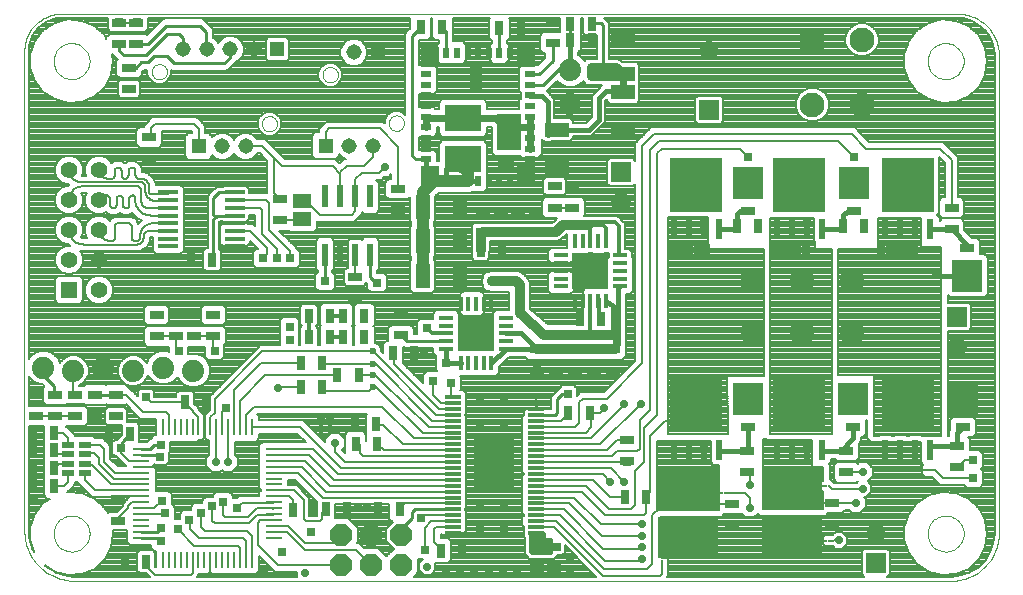
<source format=gtl>
G75*
%MOIN*%
%OFA0B0*%
%FSLAX24Y24*%
%IPPOS*%
%LPD*%
%AMOC8*
5,1,8,0,0,1.08239X$1,22.5*
%
%ADD10C,0.0000*%
%ADD11R,0.0472X0.0315*%
%ADD12C,0.0740*%
%ADD13R,0.0315X0.0472*%
%ADD14R,0.0394X0.0197*%
%ADD15R,0.0220X0.0780*%
%ADD16R,0.0630X0.0460*%
%ADD17C,0.0650*%
%ADD18R,0.0650X0.0650*%
%ADD19R,0.0660X0.0140*%
%ADD20C,0.0236*%
%ADD21R,0.0551X0.0118*%
%ADD22R,0.1370X0.1740*%
%ADD23C,0.0515*%
%ADD24R,0.0515X0.0515*%
%ADD25R,0.0827X0.0827*%
%ADD26C,0.0827*%
%ADD27R,0.0110X0.0580*%
%ADD28R,0.0580X0.0110*%
%ADD29OC8,0.0740*%
%ADD30R,0.0554X0.0554*%
%ADD31C,0.0554*%
%ADD32R,0.0630X0.0670*%
%ADD33R,0.0370X0.0240*%
%ADD34R,0.0240X0.0370*%
%ADD35R,0.0433X0.0886*%
%ADD36R,0.0803X0.1201*%
%ADD37R,0.1220X0.0866*%
%ADD38R,0.0551X0.0488*%
%ADD39R,0.0472X0.0787*%
%ADD40R,0.0787X0.0472*%
%ADD41R,0.0492X0.0140*%
%ADD42R,0.0140X0.0492*%
%ADD43R,0.1240X0.1240*%
%ADD44R,0.0236X0.0650*%
%ADD45R,0.1772X0.1811*%
%ADD46R,0.0397X0.0397*%
%ADD47R,0.0100X0.0100*%
%ADD48R,0.2000X0.1380*%
%ADD49R,0.1000X0.1051*%
%ADD50R,0.0500X0.0300*%
%ADD51C,0.0080*%
%ADD52OC8,0.0277*%
%ADD53C,0.0100*%
%ADD54R,0.0277X0.0277*%
%ADD55C,0.0120*%
%ADD56C,0.0320*%
%ADD57C,0.0122*%
%ADD58C,0.0240*%
%ADD59C,0.0160*%
%ADD60C,0.0400*%
%ADD61C,0.0161*%
%ADD62C,0.0060*%
D10*
X001860Y003601D02*
X031083Y003601D01*
X030299Y005176D02*
X030301Y005225D01*
X030307Y005273D01*
X030317Y005321D01*
X030331Y005368D01*
X030348Y005414D01*
X030369Y005458D01*
X030394Y005500D01*
X030422Y005540D01*
X030454Y005578D01*
X030488Y005613D01*
X030525Y005645D01*
X030564Y005674D01*
X030606Y005700D01*
X030650Y005722D01*
X030695Y005740D01*
X030742Y005755D01*
X030789Y005766D01*
X030838Y005773D01*
X030887Y005776D01*
X030936Y005775D01*
X030984Y005770D01*
X031033Y005761D01*
X031080Y005748D01*
X031126Y005731D01*
X031170Y005711D01*
X031213Y005687D01*
X031254Y005660D01*
X031292Y005629D01*
X031328Y005596D01*
X031360Y005560D01*
X031390Y005521D01*
X031417Y005480D01*
X031440Y005436D01*
X031459Y005391D01*
X031475Y005345D01*
X031487Y005298D01*
X031495Y005249D01*
X031499Y005200D01*
X031499Y005152D01*
X031495Y005103D01*
X031487Y005054D01*
X031475Y005007D01*
X031459Y004961D01*
X031440Y004916D01*
X031417Y004872D01*
X031390Y004831D01*
X031360Y004792D01*
X031328Y004756D01*
X031292Y004723D01*
X031254Y004692D01*
X031213Y004665D01*
X031170Y004641D01*
X031126Y004621D01*
X031080Y004604D01*
X031033Y004591D01*
X030984Y004582D01*
X030936Y004577D01*
X030887Y004576D01*
X030838Y004579D01*
X030789Y004586D01*
X030742Y004597D01*
X030695Y004612D01*
X030650Y004630D01*
X030606Y004652D01*
X030564Y004678D01*
X030525Y004707D01*
X030488Y004739D01*
X030454Y004774D01*
X030422Y004812D01*
X030394Y004852D01*
X030369Y004894D01*
X030348Y004938D01*
X030331Y004984D01*
X030317Y005031D01*
X030307Y005079D01*
X030301Y005127D01*
X030299Y005176D01*
X031083Y003601D02*
X031161Y003603D01*
X031239Y003609D01*
X031316Y003618D01*
X031393Y003631D01*
X031469Y003649D01*
X031544Y003669D01*
X031618Y003694D01*
X031690Y003722D01*
X031762Y003753D01*
X031831Y003788D01*
X031899Y003827D01*
X031965Y003868D01*
X032028Y003913D01*
X032090Y003961D01*
X032149Y004012D01*
X032205Y004066D01*
X032259Y004122D01*
X032310Y004181D01*
X032358Y004243D01*
X032403Y004306D01*
X032444Y004372D01*
X032483Y004440D01*
X032518Y004509D01*
X032549Y004581D01*
X032577Y004653D01*
X032602Y004727D01*
X032622Y004802D01*
X032640Y004878D01*
X032653Y004955D01*
X032662Y005032D01*
X032668Y005110D01*
X032670Y005188D01*
X032670Y021134D01*
X032668Y021205D01*
X032663Y021277D01*
X032653Y021347D01*
X032640Y021418D01*
X032624Y021487D01*
X032603Y021555D01*
X032579Y021623D01*
X032552Y021689D01*
X032521Y021753D01*
X032487Y021816D01*
X032450Y021877D01*
X032409Y021936D01*
X032366Y021992D01*
X032320Y022047D01*
X032270Y022098D01*
X032219Y022148D01*
X032164Y022194D01*
X032108Y022237D01*
X032049Y022278D01*
X031988Y022315D01*
X031925Y022349D01*
X031861Y022380D01*
X031795Y022407D01*
X031727Y022431D01*
X031659Y022452D01*
X031590Y022468D01*
X031519Y022481D01*
X031449Y022491D01*
X031377Y022496D01*
X031306Y022498D01*
X001420Y022498D01*
X001420Y022499D02*
X001351Y022497D01*
X001282Y022491D01*
X001214Y022482D01*
X001146Y022468D01*
X001079Y022451D01*
X001014Y022430D01*
X000949Y022405D01*
X000886Y022377D01*
X000825Y022346D01*
X000766Y022310D01*
X000708Y022272D01*
X000653Y022231D01*
X000600Y022186D01*
X000550Y022139D01*
X000503Y022089D01*
X000458Y022036D01*
X000417Y021981D01*
X000379Y021923D01*
X000343Y021864D01*
X000312Y021803D01*
X000284Y021740D01*
X000259Y021675D01*
X000238Y021610D01*
X000221Y021543D01*
X000207Y021475D01*
X000198Y021407D01*
X000192Y021338D01*
X000190Y021269D01*
X000190Y005271D01*
X001165Y005176D02*
X001167Y005225D01*
X001173Y005273D01*
X001183Y005321D01*
X001197Y005368D01*
X001214Y005414D01*
X001235Y005458D01*
X001260Y005500D01*
X001288Y005540D01*
X001320Y005578D01*
X001354Y005613D01*
X001391Y005645D01*
X001430Y005674D01*
X001472Y005700D01*
X001516Y005722D01*
X001561Y005740D01*
X001608Y005755D01*
X001655Y005766D01*
X001704Y005773D01*
X001753Y005776D01*
X001802Y005775D01*
X001850Y005770D01*
X001899Y005761D01*
X001946Y005748D01*
X001992Y005731D01*
X002036Y005711D01*
X002079Y005687D01*
X002120Y005660D01*
X002158Y005629D01*
X002194Y005596D01*
X002226Y005560D01*
X002256Y005521D01*
X002283Y005480D01*
X002306Y005436D01*
X002325Y005391D01*
X002341Y005345D01*
X002353Y005298D01*
X002361Y005249D01*
X002365Y005200D01*
X002365Y005152D01*
X002361Y005103D01*
X002353Y005054D01*
X002341Y005007D01*
X002325Y004961D01*
X002306Y004916D01*
X002283Y004872D01*
X002256Y004831D01*
X002226Y004792D01*
X002194Y004756D01*
X002158Y004723D01*
X002120Y004692D01*
X002079Y004665D01*
X002036Y004641D01*
X001992Y004621D01*
X001946Y004604D01*
X001899Y004591D01*
X001850Y004582D01*
X001802Y004577D01*
X001753Y004576D01*
X001704Y004579D01*
X001655Y004586D01*
X001608Y004597D01*
X001561Y004612D01*
X001516Y004630D01*
X001472Y004652D01*
X001430Y004678D01*
X001391Y004707D01*
X001354Y004739D01*
X001320Y004774D01*
X001288Y004812D01*
X001260Y004852D01*
X001235Y004894D01*
X001214Y004938D01*
X001197Y004984D01*
X001183Y005031D01*
X001173Y005079D01*
X001167Y005127D01*
X001165Y005176D01*
X000190Y005271D02*
X000192Y005192D01*
X000198Y005112D01*
X000207Y005033D01*
X000220Y004955D01*
X000237Y004877D01*
X000258Y004801D01*
X000282Y004725D01*
X000310Y004650D01*
X000341Y004577D01*
X000376Y004506D01*
X000414Y004436D01*
X000455Y004368D01*
X000500Y004302D01*
X000547Y004239D01*
X000598Y004177D01*
X000651Y004119D01*
X000708Y004062D01*
X000766Y004009D01*
X000828Y003958D01*
X000891Y003911D01*
X000957Y003866D01*
X001025Y003825D01*
X001095Y003787D01*
X001166Y003752D01*
X001239Y003721D01*
X001314Y003693D01*
X001390Y003669D01*
X001466Y003648D01*
X001544Y003631D01*
X001622Y003618D01*
X001701Y003609D01*
X001781Y003603D01*
X001860Y003601D01*
X008103Y018837D02*
X008105Y018868D01*
X008111Y018899D01*
X008120Y018929D01*
X008133Y018958D01*
X008150Y018985D01*
X008170Y019009D01*
X008192Y019031D01*
X008218Y019050D01*
X008245Y019066D01*
X008274Y019078D01*
X008304Y019087D01*
X008335Y019092D01*
X008367Y019093D01*
X008398Y019090D01*
X008429Y019083D01*
X008459Y019073D01*
X008487Y019059D01*
X008513Y019041D01*
X008537Y019021D01*
X008558Y018997D01*
X008577Y018972D01*
X008592Y018944D01*
X008603Y018915D01*
X008611Y018884D01*
X008615Y018853D01*
X008615Y018821D01*
X008611Y018790D01*
X008603Y018759D01*
X008592Y018730D01*
X008577Y018702D01*
X008558Y018677D01*
X008537Y018653D01*
X008513Y018633D01*
X008487Y018615D01*
X008459Y018601D01*
X008429Y018591D01*
X008398Y018584D01*
X008367Y018581D01*
X008335Y018582D01*
X008304Y018587D01*
X008274Y018596D01*
X008245Y018608D01*
X008218Y018624D01*
X008192Y018643D01*
X008170Y018665D01*
X008150Y018689D01*
X008133Y018716D01*
X008120Y018745D01*
X008111Y018775D01*
X008105Y018806D01*
X008103Y018837D01*
X010131Y020471D02*
X010133Y020502D01*
X010139Y020533D01*
X010148Y020563D01*
X010161Y020592D01*
X010178Y020619D01*
X010198Y020643D01*
X010220Y020665D01*
X010246Y020684D01*
X010273Y020700D01*
X010302Y020712D01*
X010332Y020721D01*
X010363Y020726D01*
X010395Y020727D01*
X010426Y020724D01*
X010457Y020717D01*
X010487Y020707D01*
X010515Y020693D01*
X010541Y020675D01*
X010565Y020655D01*
X010586Y020631D01*
X010605Y020606D01*
X010620Y020578D01*
X010631Y020549D01*
X010639Y020518D01*
X010643Y020487D01*
X010643Y020455D01*
X010639Y020424D01*
X010631Y020393D01*
X010620Y020364D01*
X010605Y020336D01*
X010586Y020311D01*
X010565Y020287D01*
X010541Y020267D01*
X010515Y020249D01*
X010487Y020235D01*
X010457Y020225D01*
X010426Y020218D01*
X010395Y020215D01*
X010363Y020216D01*
X010332Y020221D01*
X010302Y020230D01*
X010273Y020242D01*
X010246Y020258D01*
X010220Y020277D01*
X010198Y020299D01*
X010178Y020323D01*
X010161Y020350D01*
X010148Y020379D01*
X010139Y020409D01*
X010133Y020440D01*
X010131Y020471D01*
X012336Y018857D02*
X012338Y018888D01*
X012344Y018919D01*
X012353Y018949D01*
X012366Y018978D01*
X012383Y019005D01*
X012403Y019029D01*
X012425Y019051D01*
X012451Y019070D01*
X012478Y019086D01*
X012507Y019098D01*
X012537Y019107D01*
X012568Y019112D01*
X012600Y019113D01*
X012631Y019110D01*
X012662Y019103D01*
X012692Y019093D01*
X012720Y019079D01*
X012746Y019061D01*
X012770Y019041D01*
X012791Y019017D01*
X012810Y018992D01*
X012825Y018964D01*
X012836Y018935D01*
X012844Y018904D01*
X012848Y018873D01*
X012848Y018841D01*
X012844Y018810D01*
X012836Y018779D01*
X012825Y018750D01*
X012810Y018722D01*
X012791Y018697D01*
X012770Y018673D01*
X012746Y018653D01*
X012720Y018635D01*
X012692Y018621D01*
X012662Y018611D01*
X012631Y018604D01*
X012600Y018601D01*
X012568Y018602D01*
X012537Y018607D01*
X012507Y018616D01*
X012478Y018628D01*
X012451Y018644D01*
X012425Y018663D01*
X012403Y018685D01*
X012383Y018709D01*
X012366Y018736D01*
X012353Y018765D01*
X012344Y018795D01*
X012338Y018826D01*
X012336Y018857D01*
X004432Y020569D02*
X004434Y020600D01*
X004440Y020631D01*
X004449Y020661D01*
X004462Y020690D01*
X004479Y020717D01*
X004499Y020741D01*
X004521Y020763D01*
X004547Y020782D01*
X004574Y020798D01*
X004603Y020810D01*
X004633Y020819D01*
X004664Y020824D01*
X004696Y020825D01*
X004727Y020822D01*
X004758Y020815D01*
X004788Y020805D01*
X004816Y020791D01*
X004842Y020773D01*
X004866Y020753D01*
X004887Y020729D01*
X004906Y020704D01*
X004921Y020676D01*
X004932Y020647D01*
X004940Y020616D01*
X004944Y020585D01*
X004944Y020553D01*
X004940Y020522D01*
X004932Y020491D01*
X004921Y020462D01*
X004906Y020434D01*
X004887Y020409D01*
X004866Y020385D01*
X004842Y020365D01*
X004816Y020347D01*
X004788Y020333D01*
X004758Y020323D01*
X004727Y020316D01*
X004696Y020313D01*
X004664Y020314D01*
X004633Y020319D01*
X004603Y020328D01*
X004574Y020340D01*
X004547Y020356D01*
X004521Y020375D01*
X004499Y020397D01*
X004479Y020421D01*
X004462Y020448D01*
X004449Y020477D01*
X004440Y020507D01*
X004434Y020538D01*
X004432Y020569D01*
X001165Y020924D02*
X001167Y020973D01*
X001173Y021021D01*
X001183Y021069D01*
X001197Y021116D01*
X001214Y021162D01*
X001235Y021206D01*
X001260Y021248D01*
X001288Y021288D01*
X001320Y021326D01*
X001354Y021361D01*
X001391Y021393D01*
X001430Y021422D01*
X001472Y021448D01*
X001516Y021470D01*
X001561Y021488D01*
X001608Y021503D01*
X001655Y021514D01*
X001704Y021521D01*
X001753Y021524D01*
X001802Y021523D01*
X001850Y021518D01*
X001899Y021509D01*
X001946Y021496D01*
X001992Y021479D01*
X002036Y021459D01*
X002079Y021435D01*
X002120Y021408D01*
X002158Y021377D01*
X002194Y021344D01*
X002226Y021308D01*
X002256Y021269D01*
X002283Y021228D01*
X002306Y021184D01*
X002325Y021139D01*
X002341Y021093D01*
X002353Y021046D01*
X002361Y020997D01*
X002365Y020948D01*
X002365Y020900D01*
X002361Y020851D01*
X002353Y020802D01*
X002341Y020755D01*
X002325Y020709D01*
X002306Y020664D01*
X002283Y020620D01*
X002256Y020579D01*
X002226Y020540D01*
X002194Y020504D01*
X002158Y020471D01*
X002120Y020440D01*
X002079Y020413D01*
X002036Y020389D01*
X001992Y020369D01*
X001946Y020352D01*
X001899Y020339D01*
X001850Y020330D01*
X001802Y020325D01*
X001753Y020324D01*
X001704Y020327D01*
X001655Y020334D01*
X001608Y020345D01*
X001561Y020360D01*
X001516Y020378D01*
X001472Y020400D01*
X001430Y020426D01*
X001391Y020455D01*
X001354Y020487D01*
X001320Y020522D01*
X001288Y020560D01*
X001260Y020600D01*
X001235Y020642D01*
X001214Y020686D01*
X001197Y020732D01*
X001183Y020779D01*
X001173Y020827D01*
X001167Y020875D01*
X001165Y020924D01*
X030299Y020924D02*
X030301Y020973D01*
X030307Y021021D01*
X030317Y021069D01*
X030331Y021116D01*
X030348Y021162D01*
X030369Y021206D01*
X030394Y021248D01*
X030422Y021288D01*
X030454Y021326D01*
X030488Y021361D01*
X030525Y021393D01*
X030564Y021422D01*
X030606Y021448D01*
X030650Y021470D01*
X030695Y021488D01*
X030742Y021503D01*
X030789Y021514D01*
X030838Y021521D01*
X030887Y021524D01*
X030936Y021523D01*
X030984Y021518D01*
X031033Y021509D01*
X031080Y021496D01*
X031126Y021479D01*
X031170Y021459D01*
X031213Y021435D01*
X031254Y021408D01*
X031292Y021377D01*
X031328Y021344D01*
X031360Y021308D01*
X031390Y021269D01*
X031417Y021228D01*
X031440Y021184D01*
X031459Y021139D01*
X031475Y021093D01*
X031487Y021046D01*
X031495Y020997D01*
X031499Y020948D01*
X031499Y020900D01*
X031495Y020851D01*
X031487Y020802D01*
X031475Y020755D01*
X031459Y020709D01*
X031440Y020664D01*
X031417Y020620D01*
X031390Y020579D01*
X031360Y020540D01*
X031328Y020504D01*
X031292Y020471D01*
X031254Y020440D01*
X031213Y020413D01*
X031170Y020389D01*
X031126Y020369D01*
X031080Y020352D01*
X031033Y020339D01*
X030984Y020330D01*
X030936Y020325D01*
X030887Y020324D01*
X030838Y020327D01*
X030789Y020334D01*
X030742Y020345D01*
X030695Y020360D01*
X030650Y020378D01*
X030606Y020400D01*
X030564Y020426D01*
X030525Y020455D01*
X030488Y020487D01*
X030454Y020522D01*
X030422Y020560D01*
X030394Y020600D01*
X030369Y020642D01*
X030348Y020686D01*
X030331Y020732D01*
X030317Y020779D01*
X030307Y020827D01*
X030301Y020875D01*
X030299Y020924D01*
D11*
X031096Y016042D03*
X031096Y015333D03*
X031292Y008089D03*
X031292Y007380D03*
X027592Y007223D03*
X027592Y007932D03*
X027119Y006199D03*
X027119Y005491D03*
X024285Y007223D03*
X024285Y007932D03*
X023773Y006160D03*
X023773Y005451D03*
X020269Y007597D03*
X020269Y008306D03*
X019806Y010609D03*
X019176Y010609D03*
X018546Y010609D03*
X017916Y010609D03*
X017286Y010609D03*
X017286Y011317D03*
X017916Y011317D03*
X018546Y011317D03*
X019176Y011317D03*
X019806Y011317D03*
X017247Y015235D03*
X016657Y015235D03*
X016066Y015235D03*
X015475Y015235D03*
X015475Y015943D03*
X016066Y015943D03*
X016657Y015943D03*
X017247Y015943D03*
X017869Y016042D03*
X018460Y016042D03*
X018460Y016750D03*
X017869Y016750D03*
X012651Y016662D03*
X012651Y015953D03*
X011218Y013731D03*
X011218Y013022D03*
X012743Y012502D03*
X012743Y011794D03*
X008724Y015623D03*
X008724Y016331D03*
X004353Y017676D03*
X004353Y018384D03*
X003684Y019998D03*
X003684Y020707D03*
X003920Y021495D03*
X003349Y021495D03*
X003349Y022203D03*
X003920Y022203D03*
X004599Y012459D03*
X005229Y012459D03*
X005859Y012459D03*
X006489Y012459D03*
X006489Y011750D03*
X005859Y011750D03*
X005229Y011750D03*
X004599Y011750D03*
X003243Y009802D03*
X002550Y009802D03*
X001883Y009802D03*
X001224Y009802D03*
X000592Y009802D03*
X000592Y009093D03*
X001224Y009093D03*
X001883Y009093D03*
X002550Y009093D03*
X003243Y009093D03*
X003320Y006317D03*
X003320Y005609D03*
X017277Y004743D03*
X017828Y004743D03*
X017828Y004034D03*
X017277Y004034D03*
X017798Y021534D03*
X017798Y022243D03*
D12*
X018389Y020620D03*
X018389Y019480D03*
X005824Y010608D03*
X004824Y010708D03*
X003824Y010608D03*
X002824Y010708D03*
X001824Y010608D03*
X000824Y010708D03*
D13*
X000485Y008542D03*
X001194Y008542D03*
X001194Y007951D03*
X001194Y007361D03*
X000485Y007361D03*
X000485Y007951D03*
X000485Y006770D03*
X001194Y006770D03*
X003017Y008502D03*
X003725Y008502D03*
X005546Y009552D03*
X006255Y009552D03*
X009403Y010058D03*
X010111Y010058D03*
X010623Y010451D03*
X010111Y010845D03*
X009403Y010845D03*
X009668Y011731D03*
X010377Y011731D03*
X010810Y011731D03*
X011519Y011731D03*
X011519Y012439D03*
X010810Y012439D03*
X010377Y012439D03*
X009668Y012439D03*
X012477Y011182D03*
X013186Y011182D03*
X011332Y010451D03*
X011218Y008813D03*
X011229Y008176D03*
X011938Y008176D03*
X011926Y008813D03*
X011989Y005991D03*
X012698Y005991D03*
X010954Y005983D03*
X010245Y005983D03*
X009849Y005977D03*
X009141Y005977D03*
X014072Y004605D03*
X014781Y004605D03*
X020198Y006396D03*
X020907Y006396D03*
X019029Y009191D03*
X018320Y009191D03*
X018704Y012321D03*
X019412Y012321D03*
X016105Y014644D03*
X015397Y014644D03*
X023930Y015432D03*
X024639Y015432D03*
X027474Y015432D03*
X028182Y015432D03*
X019098Y021613D03*
X019098Y022164D03*
X018389Y022164D03*
X018389Y021613D03*
X016735Y022026D03*
X016027Y022026D03*
X014117Y022046D03*
X013409Y022046D03*
X006458Y014306D03*
X005749Y014306D03*
X004257Y004237D03*
X003548Y004237D03*
D14*
X002198Y007193D03*
X002198Y007508D03*
X002198Y007823D03*
X002198Y008138D03*
X001647Y008138D03*
X001647Y007823D03*
X001647Y007508D03*
X001647Y007193D03*
D15*
X010216Y014475D03*
X010716Y014475D03*
X011216Y014475D03*
X011716Y014475D03*
X011716Y016415D03*
X011216Y016415D03*
X010716Y016415D03*
X010216Y016415D03*
D16*
X009436Y016249D03*
X009436Y015649D03*
D17*
X020092Y016221D03*
X023026Y021300D03*
X031292Y011408D03*
X028576Y005203D03*
D18*
X028576Y004203D03*
X031292Y012408D03*
X023026Y019300D03*
X020092Y017221D03*
D19*
X007204Y016548D03*
X007204Y016288D03*
X007204Y016028D03*
X007204Y015778D03*
X007204Y015518D03*
X007204Y015268D03*
X007204Y015008D03*
X007204Y014748D03*
X004984Y014748D03*
X004984Y015008D03*
X004984Y015268D03*
X004984Y015518D03*
X004984Y015778D03*
X004984Y016028D03*
X004984Y016288D03*
X004984Y016548D03*
D20*
X011816Y011266D03*
X011812Y010833D03*
X011812Y010451D03*
X011804Y010077D03*
D21*
X014462Y009723D03*
X014462Y009526D03*
X014462Y009329D03*
X014462Y009132D03*
X014462Y008936D03*
X014462Y008739D03*
X014462Y008542D03*
X014462Y008345D03*
X014462Y008148D03*
X014462Y007951D03*
X014462Y007754D03*
X014462Y007558D03*
X014462Y007361D03*
X014462Y007164D03*
X014462Y006967D03*
X014462Y006770D03*
X014462Y006573D03*
X014462Y006376D03*
X014462Y006180D03*
X014462Y005983D03*
X014462Y005786D03*
X014462Y005589D03*
X014462Y005392D03*
X014462Y005195D03*
X017257Y005195D03*
X017257Y005392D03*
X017257Y005589D03*
X017257Y005786D03*
X017257Y005983D03*
X017257Y006180D03*
X017257Y006376D03*
X017257Y006573D03*
X017257Y006770D03*
X017257Y006967D03*
X017257Y007164D03*
X017257Y007361D03*
X017257Y007558D03*
X017257Y007754D03*
X017257Y007951D03*
X017257Y008148D03*
X017257Y008345D03*
X017257Y008542D03*
X017257Y008739D03*
X017257Y008936D03*
X017257Y009132D03*
X017257Y009329D03*
X017257Y009526D03*
X017257Y009723D03*
D22*
X015859Y007459D03*
D23*
X011804Y018109D03*
X011017Y018109D03*
X007572Y018089D03*
X006785Y018089D03*
X011174Y021219D03*
X007838Y021317D03*
X007050Y021317D03*
X006263Y021317D03*
X005475Y021317D03*
D24*
X008625Y021317D03*
X011962Y021219D03*
X010229Y018109D03*
X005997Y018089D03*
D25*
X024462Y013621D03*
X026460Y021632D03*
D26*
X028113Y021632D03*
X028113Y019467D03*
X026460Y019467D03*
X026115Y013621D03*
X027769Y013621D03*
X027769Y011849D03*
X026115Y011849D03*
X024462Y011849D03*
D27*
X007772Y008724D03*
X007572Y008724D03*
X007372Y008724D03*
X007182Y008724D03*
X006982Y008724D03*
X006782Y008724D03*
X006592Y008724D03*
X006392Y008724D03*
X006192Y008724D03*
X005992Y008724D03*
X005802Y008724D03*
X005602Y008724D03*
X005402Y008724D03*
X005212Y008724D03*
X005012Y008724D03*
X004812Y008724D03*
X004812Y004304D03*
X005012Y004304D03*
X005212Y004304D03*
X005402Y004304D03*
X005602Y004304D03*
X005802Y004304D03*
X005992Y004304D03*
X006192Y004304D03*
X006392Y004304D03*
X006592Y004304D03*
X006782Y004304D03*
X006982Y004304D03*
X007182Y004304D03*
X007372Y004304D03*
X007572Y004304D03*
X007772Y004304D03*
D28*
X008502Y005034D03*
X008502Y005234D03*
X008502Y005434D03*
X008502Y005624D03*
X008502Y005824D03*
X008502Y006024D03*
X008502Y006214D03*
X008502Y006414D03*
X008502Y006614D03*
X008502Y006814D03*
X008502Y007004D03*
X008502Y007204D03*
X008502Y007404D03*
X008502Y007594D03*
X008502Y007794D03*
X008502Y007994D03*
X004082Y007994D03*
X004082Y007794D03*
X004082Y007594D03*
X004082Y007404D03*
X004082Y007204D03*
X004082Y007004D03*
X004082Y006814D03*
X004082Y006614D03*
X004082Y006414D03*
X004082Y006214D03*
X004082Y006024D03*
X004082Y005824D03*
X004082Y005624D03*
X004082Y005434D03*
X004082Y005234D03*
X004082Y005034D03*
D29*
X010755Y005124D03*
X011755Y005124D03*
X012755Y005124D03*
X012755Y004124D03*
X011755Y004124D03*
X010755Y004124D03*
D30*
X001678Y013304D03*
D31*
X002678Y013304D03*
X002678Y014304D03*
X001678Y014304D03*
X001678Y015304D03*
X002678Y015304D03*
X002678Y016304D03*
X001678Y016304D03*
X001678Y017304D03*
X002678Y017304D03*
D32*
X013704Y017081D03*
X016924Y017081D03*
X016924Y021061D03*
X013704Y021061D03*
D33*
X013574Y020491D03*
X013574Y020131D03*
X013574Y019781D03*
X013574Y019421D03*
X013574Y019071D03*
X013574Y018721D03*
X013574Y018361D03*
X013574Y018011D03*
X013574Y017651D03*
X017054Y017651D03*
X017054Y018011D03*
X017054Y018361D03*
X017054Y018721D03*
X017054Y019071D03*
X017054Y019421D03*
X017054Y019781D03*
X017054Y020131D03*
X017054Y020491D03*
D34*
X016374Y021211D03*
X016024Y021211D03*
X015664Y021211D03*
X015314Y021211D03*
X014964Y021211D03*
X014604Y021211D03*
X014254Y021211D03*
X014254Y016931D03*
X014604Y016931D03*
X014964Y016931D03*
X015314Y016931D03*
X015664Y016931D03*
X016024Y016931D03*
X016374Y016931D03*
D35*
X015231Y020373D03*
D36*
X016361Y018554D03*
D37*
X014806Y019030D03*
X014806Y017660D03*
D38*
X016235Y017475D03*
D39*
X014727Y016061D03*
X013468Y016061D03*
X013468Y014920D03*
X014727Y014920D03*
X014727Y013778D03*
X013468Y013778D03*
D40*
X017936Y017380D03*
X017936Y018640D03*
X020161Y018621D03*
X020161Y019880D03*
X020161Y020510D03*
X020161Y021770D03*
D41*
X020049Y014446D03*
X020049Y014196D03*
X020049Y013936D03*
X020049Y013676D03*
X020049Y013426D03*
X018067Y013426D03*
X018067Y013676D03*
X018067Y013936D03*
X018067Y014196D03*
X018067Y014446D03*
X016230Y012359D03*
X016230Y012109D03*
X016230Y011849D03*
X016230Y011589D03*
X016230Y011339D03*
X014248Y011339D03*
X014248Y011589D03*
X014248Y011849D03*
X014248Y012109D03*
X014248Y012359D03*
D42*
X014729Y012840D03*
X014979Y012840D03*
X015239Y012840D03*
X015499Y012840D03*
X015749Y012840D03*
X015749Y010858D03*
X015499Y010858D03*
X015239Y010858D03*
X014979Y010858D03*
X014729Y010858D03*
X018548Y012944D03*
X018798Y012944D03*
X019058Y012944D03*
X019318Y012944D03*
X019568Y012944D03*
X019568Y014927D03*
X019318Y014927D03*
X019058Y014927D03*
X018798Y014927D03*
X018548Y014927D03*
D43*
X019058Y013936D03*
X015239Y011849D03*
D44*
X021842Y015313D03*
X022342Y015313D03*
X022842Y015313D03*
X023342Y015313D03*
X025267Y015313D03*
X025767Y015313D03*
X026267Y015313D03*
X026767Y015313D03*
X028889Y015313D03*
X029389Y015313D03*
X029889Y015313D03*
X030389Y015313D03*
X030389Y007951D03*
X029889Y007951D03*
X029389Y007951D03*
X028889Y007951D03*
X026767Y007951D03*
X026267Y007951D03*
X025767Y007951D03*
X025267Y007951D03*
X023342Y007951D03*
X022842Y007951D03*
X022342Y007951D03*
X021842Y007951D03*
D45*
X022592Y009447D03*
X026017Y009447D03*
X029639Y009447D03*
X029639Y016810D03*
X026017Y016810D03*
X022592Y016810D03*
D46*
X022592Y016857D03*
X023092Y016857D03*
X023092Y017357D03*
X022592Y017357D03*
X022092Y017357D03*
X022092Y016857D03*
X022092Y016357D03*
X022592Y016357D03*
X023092Y016357D03*
X025517Y016357D03*
X026017Y016357D03*
X026017Y016857D03*
X025517Y016857D03*
X025517Y017357D03*
X026017Y017357D03*
X026517Y017357D03*
X026517Y016857D03*
X026517Y016357D03*
X029139Y016357D03*
X029639Y016357D03*
X029639Y016857D03*
X029139Y016857D03*
X029139Y017357D03*
X029639Y017357D03*
X030139Y017357D03*
X030139Y016857D03*
X030139Y016357D03*
X030139Y009995D03*
X029639Y009995D03*
X029139Y009995D03*
X029139Y009495D03*
X029639Y009495D03*
X030139Y009495D03*
X030139Y008995D03*
X029639Y008995D03*
X029139Y008995D03*
X026517Y008995D03*
X026517Y009495D03*
X026517Y009995D03*
X026017Y009995D03*
X025517Y009995D03*
X025517Y009495D03*
X026017Y009495D03*
X026017Y008995D03*
X025517Y008995D03*
X023092Y008995D03*
X022592Y008995D03*
X022592Y009495D03*
X023092Y009495D03*
X023092Y009995D03*
X022592Y009995D03*
X022092Y009995D03*
X022092Y009495D03*
X022092Y008995D03*
D47*
X023458Y006514D03*
X023536Y006514D03*
X021450Y004349D03*
X021450Y004270D03*
X026922Y004939D03*
X027001Y004939D03*
X027001Y006750D03*
X026922Y006750D03*
X030269Y007302D03*
X030348Y007302D03*
D48*
X025781Y006674D03*
X025781Y005044D03*
X022316Y005044D03*
X022316Y006674D03*
D49*
X024304Y009664D03*
X027808Y009664D03*
X031479Y009664D03*
X031617Y013768D03*
X027828Y016869D03*
X024304Y016869D03*
D50*
X024304Y015943D03*
X027828Y015943D03*
X031617Y014694D03*
X031479Y008738D03*
X027808Y008738D03*
X024304Y008738D03*
D51*
X024796Y008325D02*
X024935Y008325D01*
X024958Y008303D01*
X026450Y008303D01*
X026450Y007380D01*
X026804Y007380D01*
X026804Y006922D01*
X026761Y006879D01*
X026761Y006805D01*
X026757Y006799D01*
X026761Y006778D01*
X026761Y006622D01*
X026804Y006579D01*
X026804Y006002D01*
X024796Y006002D01*
X024796Y008325D01*
X024796Y008272D02*
X026450Y008272D01*
X026450Y008193D02*
X024796Y008193D01*
X024796Y008115D02*
X026450Y008115D01*
X026450Y008036D02*
X024796Y008036D01*
X024796Y007958D02*
X026450Y007958D01*
X026450Y007879D02*
X024796Y007879D01*
X024796Y007801D02*
X026450Y007801D01*
X026450Y007722D02*
X024796Y007722D01*
X024796Y007644D02*
X026450Y007644D01*
X026450Y007565D02*
X024796Y007565D01*
X024796Y007487D02*
X026450Y007487D01*
X026450Y007408D02*
X024796Y007408D01*
X024796Y007330D02*
X026804Y007330D01*
X026804Y007251D02*
X024796Y007251D01*
X024796Y007173D02*
X026804Y007173D01*
X026804Y007094D02*
X024796Y007094D01*
X024796Y007016D02*
X026804Y007016D01*
X026804Y006937D02*
X024796Y006937D01*
X024796Y006859D02*
X026761Y006859D01*
X026761Y006780D02*
X024796Y006780D01*
X024796Y006702D02*
X026761Y006702D01*
X026761Y006623D02*
X024796Y006623D01*
X024796Y006545D02*
X026804Y006545D01*
X026804Y006466D02*
X024796Y006466D01*
X024796Y006388D02*
X026804Y006388D01*
X026804Y006309D02*
X024796Y006309D01*
X024796Y006230D02*
X026804Y006230D01*
X026804Y006152D02*
X024796Y006152D01*
X024796Y006073D02*
X026804Y006073D01*
X026979Y005852D02*
X027434Y005852D01*
X027545Y005963D01*
X027545Y005969D01*
X027672Y005969D01*
X027770Y005871D01*
X028043Y005871D01*
X028235Y006063D01*
X028235Y006335D01*
X028178Y006393D01*
X028258Y006393D01*
X028422Y006556D01*
X028422Y006787D01*
X028297Y006912D01*
X028472Y007087D01*
X028472Y007359D01*
X028279Y007552D01*
X028007Y007552D01*
X027966Y007511D01*
X027907Y007570D01*
X027277Y007570D01*
X027165Y007459D01*
X027165Y006987D01*
X027277Y006875D01*
X027907Y006875D01*
X027966Y006935D01*
X027989Y006912D01*
X027929Y006852D01*
X027191Y006852D01*
X027191Y006858D01*
X027109Y006940D01*
X027101Y006940D01*
X027051Y006990D01*
X027034Y006990D01*
X027034Y007476D01*
X027019Y007491D01*
X027075Y007548D01*
X027075Y007662D01*
X027199Y007662D01*
X027277Y007584D01*
X027907Y007584D01*
X028018Y007695D01*
X028018Y008168D01*
X028015Y008170D01*
X028037Y008192D01*
X028078Y008291D01*
X028078Y008398D01*
X028137Y008398D01*
X028248Y008510D01*
X028248Y008948D01*
X028267Y008948D01*
X028267Y008348D01*
X028402Y008213D01*
X030081Y008213D01*
X030081Y007548D01*
X030153Y007476D01*
X030108Y007430D01*
X030108Y007173D01*
X030219Y007062D01*
X030459Y007062D01*
X030725Y006796D01*
X031508Y006796D01*
X031597Y006707D01*
X032031Y006707D01*
X032143Y006818D01*
X032143Y007253D01*
X032065Y007331D01*
X032133Y007399D01*
X032133Y007834D01*
X032022Y007945D01*
X031719Y007945D01*
X031719Y008325D01*
X031646Y008398D01*
X031808Y008398D01*
X031919Y008510D01*
X031919Y008967D01*
X031808Y009078D01*
X031151Y009078D01*
X031039Y008967D01*
X031039Y008626D01*
X031022Y008585D01*
X031022Y008578D01*
X031020Y008572D01*
X031022Y008525D01*
X031022Y008437D01*
X030977Y008437D01*
X030971Y008430D01*
X030971Y011943D01*
X031675Y011943D01*
X031757Y012025D01*
X031757Y012791D01*
X031675Y012873D01*
X030971Y012873D01*
X030971Y013120D01*
X031039Y013053D01*
X032196Y013053D01*
X032307Y013164D01*
X032307Y014372D01*
X032196Y014484D01*
X032057Y014484D01*
X032057Y014922D01*
X031946Y015034D01*
X031777Y015034D01*
X031522Y015289D01*
X031522Y015569D01*
X031410Y015681D01*
X030781Y015681D01*
X030703Y015603D01*
X030697Y015603D01*
X030697Y015717D01*
X030616Y015798D01*
X030665Y015846D01*
X030665Y017722D01*
X030866Y017521D01*
X030866Y016389D01*
X030781Y016389D01*
X030669Y016278D01*
X030669Y015806D01*
X030781Y015694D01*
X031410Y015694D01*
X031522Y015806D01*
X031522Y016278D01*
X031410Y016389D01*
X031326Y016389D01*
X031326Y017712D01*
X031191Y017847D01*
X030797Y018240D01*
X028356Y018240D01*
X028018Y018578D01*
X027884Y018713D01*
X021079Y018713D01*
X020685Y018319D01*
X020551Y018184D01*
X020551Y017610D01*
X020475Y017686D01*
X019709Y017686D01*
X019627Y017604D01*
X019627Y016838D01*
X019709Y016756D01*
X020475Y016756D01*
X020551Y016832D01*
X020551Y010940D01*
X019504Y009894D01*
X018717Y009894D01*
X018599Y009776D01*
X018599Y009776D01*
X018599Y009776D01*
X018599Y010038D01*
X018517Y010120D01*
X018123Y010120D01*
X018041Y010038D01*
X018041Y010028D01*
X017933Y009920D01*
X017756Y009743D01*
X017756Y009322D01*
X017600Y009322D01*
X017591Y009331D01*
X016923Y009331D01*
X016841Y009249D01*
X016841Y009123D01*
X016791Y009073D01*
X016791Y007223D01*
X016841Y007173D01*
X016841Y007155D01*
X016791Y007105D01*
X016791Y005845D01*
X016841Y005795D01*
X016841Y005777D01*
X016791Y005727D01*
X016791Y005451D01*
X016841Y005401D01*
X016841Y005078D01*
X016870Y005050D01*
X016870Y004483D01*
X016965Y004388D01*
X017020Y004333D01*
X017021Y004332D01*
X017099Y004332D01*
X017650Y004329D01*
X017651Y004328D01*
X017729Y004328D01*
X017805Y004328D01*
X017826Y004328D01*
X017827Y004328D01*
X017828Y004328D01*
X017883Y004383D01*
X017938Y004438D01*
X017938Y004439D01*
X017939Y004439D01*
X017939Y004445D01*
X018122Y004445D01*
X018204Y004527D01*
X018204Y004781D01*
X019244Y003741D01*
X013163Y003741D01*
X013315Y003893D01*
X013315Y004319D01*
X013319Y004315D01*
X013463Y004315D01*
X013336Y004189D01*
X013336Y003958D01*
X013500Y003795D01*
X013731Y003795D01*
X013894Y003958D01*
X013894Y004179D01*
X014308Y004179D01*
X014419Y004290D01*
X014419Y004920D01*
X014308Y005031D01*
X014062Y005031D01*
X014062Y005162D01*
X014088Y005162D01*
X014107Y005143D01*
X014816Y005143D01*
X014927Y005254D01*
X014927Y005924D01*
X014877Y005974D01*
X014877Y005992D01*
X014927Y006042D01*
X014927Y009073D01*
X014877Y009123D01*
X014877Y009141D01*
X014927Y009191D01*
X014927Y009861D01*
X014816Y009972D01*
X014725Y009972D01*
X014731Y009978D01*
X014731Y010413D01*
X014723Y010422D01*
X015898Y010422D01*
X016009Y010533D01*
X016009Y010736D01*
X016342Y011068D01*
X016873Y011068D01*
X016972Y010970D01*
X017211Y010970D01*
X017217Y010967D01*
X019955Y010967D01*
X019961Y010970D01*
X020121Y010970D01*
X020232Y011081D01*
X020232Y011242D01*
X020235Y011248D01*
X020235Y011387D01*
X020232Y011393D01*
X020232Y011436D01*
X020234Y011441D01*
X020234Y011449D01*
X020237Y011457D01*
X020234Y011503D01*
X020234Y011804D01*
X020551Y011804D01*
X020551Y011726D02*
X020234Y011726D01*
X020234Y011804D02*
X020234Y011806D01*
X020234Y013166D01*
X020374Y013166D01*
X020485Y013277D01*
X020485Y014344D01*
X020435Y014394D01*
X020435Y014573D01*
X020353Y014656D01*
X020199Y014656D01*
X020199Y015520D01*
X020081Y015637D01*
X020080Y015637D01*
X020065Y015652D01*
X020065Y015652D01*
X019948Y015769D01*
X019063Y015769D01*
X019059Y015771D01*
X019038Y015771D01*
X019021Y015782D01*
X018967Y015771D01*
X018851Y015771D01*
X018886Y015806D01*
X018886Y016278D01*
X018775Y016389D01*
X017554Y016389D01*
X017443Y016278D01*
X017443Y015806D01*
X017554Y015694D01*
X017952Y015694D01*
X017898Y015641D01*
X017792Y015535D01*
X015416Y015535D01*
X015410Y015532D01*
X015181Y015532D01*
X015099Y015450D01*
X015099Y015222D01*
X015097Y015216D01*
X015097Y014584D01*
X015099Y014578D01*
X015099Y014350D01*
X015181Y014268D01*
X015612Y014268D01*
X015694Y014350D01*
X015694Y014578D01*
X015697Y014584D01*
X015697Y014935D01*
X017976Y014935D01*
X018086Y014980D01*
X018277Y015171D01*
X018288Y015171D01*
X018288Y014706D01*
X017742Y014706D01*
X017631Y014594D01*
X017631Y014297D01*
X017742Y014186D01*
X018392Y014186D01*
X018503Y014297D01*
X018503Y014491D01*
X018947Y014491D01*
X018997Y014541D01*
X019119Y014541D01*
X019169Y014491D01*
X019467Y014491D01*
X019517Y014541D01*
X019663Y014541D01*
X019663Y014394D01*
X019613Y014344D01*
X019613Y013380D01*
X018909Y013380D01*
X018798Y013269D01*
X018798Y012620D01*
X018807Y012611D01*
X018807Y012160D01*
X017635Y012160D01*
X017046Y012677D01*
X017046Y013533D01*
X016993Y013661D01*
X016875Y013779D01*
X016776Y013878D01*
X016647Y013931D01*
X015721Y013931D01*
X015669Y013910D01*
X015573Y013910D01*
X015462Y013799D01*
X015462Y013702D01*
X015440Y013651D01*
X015440Y013512D01*
X015462Y013460D01*
X015462Y013364D01*
X015573Y013252D01*
X015669Y013252D01*
X015721Y013231D01*
X016346Y013231D01*
X016346Y012619D01*
X015906Y012619D01*
X015794Y012508D01*
X015794Y011294D01*
X014684Y011294D01*
X014684Y012508D01*
X014573Y012619D01*
X013923Y012619D01*
X013812Y012508D01*
X013812Y012343D01*
X013386Y012343D01*
X013275Y012232D01*
X013275Y011829D01*
X013169Y011829D01*
X013169Y012030D01*
X013058Y012141D01*
X012428Y012141D01*
X012317Y012030D01*
X012317Y011608D01*
X012241Y011608D01*
X012130Y011496D01*
X012130Y011203D01*
X012074Y011260D01*
X012074Y011318D01*
X012035Y011412D01*
X011962Y011485D01*
X011867Y011524D01*
X011866Y011524D01*
X011866Y012046D01*
X011827Y012085D01*
X011866Y012125D01*
X011866Y012754D01*
X011755Y012866D01*
X011283Y012866D01*
X011171Y012754D01*
X011171Y012125D01*
X011211Y012085D01*
X011171Y012046D01*
X011171Y011446D01*
X011158Y011446D01*
X011158Y012046D01*
X011118Y012085D01*
X011158Y012125D01*
X011158Y012754D01*
X011046Y012866D01*
X010141Y012866D01*
X010030Y012754D01*
X010030Y012125D01*
X010069Y012085D01*
X010030Y012046D01*
X010030Y011446D01*
X009966Y011446D01*
X009966Y012025D01*
X009906Y012085D01*
X009966Y012145D01*
X009966Y012734D01*
X009884Y012816D01*
X009453Y012816D01*
X009371Y012734D01*
X009371Y012145D01*
X009431Y012085D01*
X009371Y012025D01*
X009371Y011446D01*
X009357Y011446D01*
X009357Y011830D01*
X009348Y011839D01*
X009357Y011848D01*
X009357Y012283D01*
X009246Y012394D01*
X008811Y012394D01*
X008700Y012283D01*
X008700Y011848D01*
X008709Y011839D01*
X008700Y011830D01*
X008700Y011446D01*
X008197Y011446D01*
X008197Y011447D01*
X008122Y011446D01*
X008049Y011446D01*
X008048Y011446D01*
X008047Y011446D01*
X007995Y011393D01*
X007943Y011341D01*
X007943Y011340D01*
X006421Y009799D01*
X006368Y009746D01*
X006368Y009746D01*
X006368Y009745D01*
X006368Y009671D01*
X006368Y009286D01*
X006211Y009128D01*
X006211Y009086D01*
X006197Y009072D01*
X006197Y008376D01*
X006279Y008294D01*
X006358Y008294D01*
X006358Y007802D01*
X006259Y007704D01*
X006259Y007431D01*
X006452Y007239D01*
X006724Y007239D01*
X006785Y007299D01*
X006845Y007239D01*
X007118Y007239D01*
X007310Y007431D01*
X007310Y007704D01*
X007211Y007802D01*
X007211Y008244D01*
X007906Y008244D01*
X008017Y008356D01*
X008017Y008499D01*
X009288Y008499D01*
X009562Y008224D01*
X008886Y008224D01*
X008871Y008239D01*
X008134Y008239D01*
X008022Y008128D01*
X008022Y006681D01*
X008072Y006631D01*
X008072Y006598D01*
X008022Y006548D01*
X008022Y006429D01*
X007339Y006429D01*
X007280Y006371D01*
X007133Y006371D01*
X007133Y006456D01*
X007022Y006567D01*
X006587Y006567D01*
X006475Y006456D01*
X006475Y006410D01*
X006232Y006410D01*
X006121Y006299D01*
X006121Y006189D01*
X005858Y006189D01*
X005747Y006078D01*
X005747Y005945D01*
X005477Y005945D01*
X005365Y005834D01*
X005365Y005658D01*
X005204Y005658D01*
X005204Y006062D01*
X005105Y006161D01*
X005105Y006495D01*
X004994Y006607D01*
X004562Y006607D01*
X004562Y007338D01*
X004466Y007435D01*
X004512Y007481D01*
X004529Y007464D01*
X004922Y007464D01*
X005004Y007546D01*
X005004Y007853D01*
X005058Y007907D01*
X005058Y008244D01*
X005936Y008244D01*
X005986Y008294D01*
X006105Y008294D01*
X006187Y008376D01*
X006187Y009072D01*
X006172Y009087D01*
X006172Y009133D01*
X006067Y009238D01*
X006067Y009238D01*
X006000Y009305D01*
X006000Y009353D01*
X005844Y009509D01*
X005844Y009846D01*
X005762Y009928D01*
X005331Y009928D01*
X005249Y009846D01*
X005249Y009732D01*
X004524Y009732D01*
X004524Y009920D01*
X004442Y010002D01*
X004048Y010002D01*
X003966Y009920D01*
X003966Y009746D01*
X003681Y010032D01*
X003669Y010032D01*
X003669Y010038D01*
X003558Y010149D01*
X002928Y010149D01*
X002897Y010118D01*
X002865Y010149D01*
X002235Y010149D01*
X002181Y010095D01*
X002177Y010099D01*
X002004Y010099D01*
X002004Y010130D01*
X002113Y010176D01*
X002256Y010319D01*
X002334Y010507D01*
X002334Y010709D01*
X002256Y010897D01*
X002113Y011040D01*
X001925Y011118D01*
X001722Y011118D01*
X001535Y011040D01*
X001392Y010897D01*
X001372Y010849D01*
X001299Y011025D01*
X001141Y011183D01*
X000935Y011268D01*
X000713Y011268D01*
X000507Y011183D01*
X000349Y011025D01*
X000330Y010979D01*
X000330Y021269D01*
X000343Y021439D01*
X000343Y021439D01*
X000449Y021763D01*
X000649Y022039D01*
X000925Y022240D01*
X001249Y022345D01*
X001420Y022358D01*
X002973Y022358D01*
X002973Y021988D01*
X003055Y021906D01*
X004215Y021906D01*
X004297Y021988D01*
X004297Y022358D01*
X013061Y022358D01*
X013061Y022038D01*
X012910Y021886D01*
X012873Y021798D01*
X012873Y019135D01*
X012816Y019192D01*
X012670Y019253D01*
X012513Y019253D01*
X012367Y019192D01*
X012256Y019081D01*
X012196Y018936D01*
X012196Y018850D01*
X012136Y018910D01*
X010252Y018910D01*
X010134Y018791D01*
X009999Y018657D01*
X009999Y018556D01*
X009893Y018556D01*
X009782Y018445D01*
X009782Y017773D01*
X009893Y017661D01*
X010566Y017661D01*
X010677Y017773D01*
X010677Y017816D01*
X010763Y017729D01*
X010908Y017669D01*
X010843Y017669D01*
X010708Y017535D01*
X010692Y017519D01*
X010561Y017650D01*
X008888Y017650D01*
X008747Y017791D01*
X008612Y017925D01*
X008573Y017965D01*
X008218Y018319D01*
X007961Y018319D01*
X007951Y018343D01*
X007825Y018468D01*
X007661Y018537D01*
X007483Y018537D01*
X007318Y018468D01*
X007193Y018343D01*
X007178Y018308D01*
X007164Y018343D01*
X007038Y018468D01*
X006874Y018537D01*
X006696Y018537D01*
X006531Y018468D01*
X006445Y018382D01*
X006445Y018425D01*
X006333Y018537D01*
X006227Y018537D01*
X006227Y018755D01*
X006070Y018913D01*
X005935Y019047D01*
X004445Y019047D01*
X004307Y018910D01*
X004173Y018775D01*
X004173Y018732D01*
X004039Y018732D01*
X003927Y018621D01*
X003927Y018148D01*
X004039Y018037D01*
X004668Y018037D01*
X004780Y018148D01*
X004780Y018587D01*
X005744Y018587D01*
X005767Y018565D01*
X005767Y018537D01*
X005661Y018537D01*
X005550Y018425D01*
X005550Y017753D01*
X005661Y017642D01*
X006333Y017642D01*
X006445Y017753D01*
X006445Y017796D01*
X006531Y017710D01*
X006696Y017642D01*
X006874Y017642D01*
X007038Y017710D01*
X007164Y017836D01*
X007178Y017870D01*
X007193Y017836D01*
X007318Y017710D01*
X007483Y017642D01*
X007661Y017642D01*
X007825Y017710D01*
X007951Y017836D01*
X007961Y017859D01*
X008028Y017859D01*
X008247Y017639D01*
X008287Y017600D01*
X008287Y016518D01*
X007674Y016518D01*
X007674Y016676D01*
X007592Y016758D01*
X006816Y016758D01*
X006796Y016738D01*
X006602Y016738D01*
X006411Y016547D01*
X006299Y016435D01*
X006299Y015727D01*
X006299Y015727D01*
X006299Y014682D01*
X006242Y014682D01*
X006160Y014600D01*
X006160Y014011D01*
X006242Y013929D01*
X006673Y013929D01*
X006755Y014011D01*
X006755Y014600D01*
X006679Y014676D01*
X006679Y015569D01*
X006698Y015588D01*
X006796Y015588D01*
X006816Y015568D01*
X007592Y015568D01*
X007674Y015650D01*
X007674Y015798D01*
X007881Y015798D01*
X007881Y015416D01*
X007799Y015498D01*
X007642Y015498D01*
X007612Y015528D01*
X006795Y015528D01*
X006684Y015417D01*
X006684Y014859D01*
X006795Y014748D01*
X007612Y014748D01*
X007724Y014859D01*
X007724Y014923D01*
X007969Y014678D01*
X007925Y014678D01*
X007814Y014566D01*
X007814Y014131D01*
X007925Y014020D01*
X008360Y014020D01*
X008379Y014039D01*
X008398Y014020D01*
X009266Y014020D01*
X009377Y014131D01*
X009377Y014566D01*
X009278Y014665D01*
X009278Y014680D01*
X009144Y014815D01*
X008684Y015275D01*
X008997Y015275D01*
X009042Y015229D01*
X009830Y015229D01*
X009941Y015341D01*
X009941Y015591D01*
X009957Y015576D01*
X011191Y015576D01*
X011326Y015710D01*
X011446Y015830D01*
X011446Y015877D01*
X011466Y015897D01*
X011527Y015835D01*
X011904Y015835D01*
X012016Y015947D01*
X012016Y016884D01*
X011926Y016973D01*
X012096Y016973D01*
X012194Y017071D01*
X012334Y017071D01*
X012421Y017158D01*
X012421Y017009D01*
X012336Y017009D01*
X012224Y016898D01*
X012224Y016426D01*
X012336Y016314D01*
X012966Y016314D01*
X013041Y016390D01*
X013041Y015589D01*
X013078Y015553D01*
X013078Y015428D01*
X013041Y015392D01*
X013041Y014447D01*
X013078Y014411D01*
X013078Y014287D01*
X013041Y014250D01*
X013041Y013306D01*
X013153Y013194D01*
X013783Y013194D01*
X013894Y013306D01*
X013894Y014250D01*
X013858Y014287D01*
X013858Y014411D01*
X013894Y014447D01*
X013894Y015392D01*
X013858Y015428D01*
X013858Y015553D01*
X013894Y015589D01*
X013894Y016420D01*
X014015Y016541D01*
X015041Y016541D01*
X015078Y016556D01*
X015513Y016556D01*
X015624Y016668D01*
X015624Y017195D01*
X015606Y017213D01*
X015606Y018172D01*
X015495Y018283D01*
X014117Y018283D01*
X014006Y018172D01*
X014006Y017606D01*
X013949Y017606D01*
X013949Y017850D01*
X013838Y017961D01*
X013353Y017961D01*
X013353Y018411D01*
X013838Y018411D01*
X013949Y018523D01*
X013949Y018720D01*
X014006Y018720D01*
X014006Y018518D01*
X014117Y018407D01*
X015495Y018407D01*
X015606Y018518D01*
X015606Y018720D01*
X015757Y018720D01*
X015770Y018707D01*
X015770Y017875D01*
X015881Y017763D01*
X016728Y017763D01*
X016790Y017701D01*
X017318Y017701D01*
X017429Y017813D01*
X017429Y018320D01*
X017484Y018264D01*
X017529Y018264D01*
X017550Y018243D01*
X017614Y018243D01*
X017676Y018228D01*
X017702Y018243D01*
X017732Y018243D01*
X017753Y018264D01*
X018388Y018264D01*
X018470Y018346D01*
X018470Y018420D01*
X019090Y018420D01*
X019425Y018755D01*
X019554Y018884D01*
X019554Y019592D01*
X019627Y019665D01*
X019627Y019586D01*
X019709Y019504D01*
X020612Y019504D01*
X020694Y019586D01*
X020694Y020175D01*
X020673Y020195D01*
X020694Y020216D01*
X020694Y020805D01*
X020612Y020887D01*
X020149Y020887D01*
X020094Y020942D01*
X019984Y020987D01*
X019662Y020987D01*
X019662Y022203D01*
X019602Y022262D01*
X019506Y022358D01*
X031306Y022358D01*
X031466Y022348D01*
X031775Y022265D01*
X032051Y022105D01*
X032277Y021879D01*
X032437Y021603D01*
X032520Y021294D01*
X032530Y021134D01*
X032530Y005188D01*
X032518Y004999D01*
X032420Y004634D01*
X032231Y004307D01*
X031964Y004040D01*
X031637Y003851D01*
X031272Y003753D01*
X031083Y003741D01*
X028961Y003741D01*
X029041Y003820D01*
X029041Y004586D01*
X028959Y004668D01*
X028193Y004668D01*
X028111Y004586D01*
X028111Y003820D01*
X028190Y003741D01*
X021608Y003741D01*
X021630Y003763D01*
X021630Y004152D01*
X021640Y004162D01*
X021640Y004378D01*
X021558Y004460D01*
X021345Y004460D01*
X021345Y005705D01*
X021376Y005733D01*
X023435Y005733D01*
X023514Y005812D01*
X024088Y005812D01*
X024108Y005832D01*
X024227Y005713D01*
X024499Y005713D01*
X024630Y005844D01*
X024701Y005772D01*
X026899Y005772D01*
X026979Y005852D01*
X026965Y005838D02*
X029671Y005838D01*
X029672Y005840D02*
X029523Y005405D01*
X029523Y004946D01*
X029672Y004512D01*
X029672Y004512D01*
X029954Y004149D01*
X030338Y003898D01*
X030338Y003898D01*
X030784Y003785D01*
X031241Y003823D01*
X031662Y004008D01*
X032000Y004319D01*
X032218Y004723D01*
X032294Y005176D01*
X032218Y005629D01*
X032000Y006032D01*
X031662Y006344D01*
X031241Y006528D01*
X030784Y006566D01*
X030784Y006566D01*
X030338Y006453D01*
X029954Y006202D01*
X029954Y006202D01*
X029672Y005840D01*
X029672Y005840D01*
X029644Y005759D02*
X024546Y005759D01*
X024624Y005838D02*
X024636Y005838D01*
X024363Y006042D02*
X024363Y006357D01*
X024206Y006514D01*
X023536Y006514D01*
X023458Y006514D02*
X023103Y006514D01*
X023340Y006545D02*
X021292Y006545D01*
X021292Y006623D02*
X023340Y006623D01*
X023340Y006702D02*
X021292Y006702D01*
X021292Y006780D02*
X023340Y006780D01*
X023340Y006859D02*
X021292Y006859D01*
X021292Y006937D02*
X023340Y006937D01*
X023340Y007016D02*
X021292Y007016D01*
X021292Y007094D02*
X023340Y007094D01*
X023340Y007173D02*
X021292Y007173D01*
X021292Y007251D02*
X023340Y007251D01*
X023340Y007330D02*
X021292Y007330D01*
X021292Y007408D02*
X023340Y007408D01*
X023340Y007459D02*
X023340Y005963D01*
X021292Y005963D01*
X021292Y008266D01*
X023084Y008266D01*
X023084Y007568D01*
X023103Y007549D01*
X023103Y007459D01*
X023340Y007459D01*
X023103Y007487D02*
X021292Y007487D01*
X021292Y007565D02*
X023087Y007565D01*
X023084Y007644D02*
X021292Y007644D01*
X021292Y007722D02*
X023084Y007722D01*
X023084Y007801D02*
X021292Y007801D01*
X021292Y007879D02*
X023084Y007879D01*
X023084Y007958D02*
X021292Y007958D01*
X021292Y008036D02*
X023084Y008036D01*
X023084Y008115D02*
X021292Y008115D01*
X021292Y008193D02*
X023084Y008193D01*
X023655Y008483D02*
X021647Y008483D01*
X021647Y015714D01*
X022985Y015714D01*
X022985Y014664D01*
X024852Y014664D01*
X024852Y014270D01*
X024853Y014270D01*
X024853Y010412D01*
X023615Y010412D01*
X023655Y008483D01*
X023654Y008507D02*
X021647Y008507D01*
X021647Y008586D02*
X023653Y008586D01*
X023651Y008664D02*
X021647Y008664D01*
X021647Y008743D02*
X023649Y008743D01*
X023648Y008821D02*
X021647Y008821D01*
X021647Y008900D02*
X023646Y008900D01*
X023644Y008978D02*
X021647Y008978D01*
X021647Y009057D02*
X023643Y009057D01*
X023641Y009135D02*
X021647Y009135D01*
X021647Y009214D02*
X023640Y009214D01*
X023638Y009292D02*
X021647Y009292D01*
X021647Y009371D02*
X023636Y009371D01*
X023635Y009449D02*
X021647Y009449D01*
X021647Y009528D02*
X023633Y009528D01*
X023632Y009606D02*
X021647Y009606D01*
X021647Y009685D02*
X023630Y009685D01*
X023628Y009763D02*
X021647Y009763D01*
X021647Y009842D02*
X023627Y009842D01*
X023625Y009920D02*
X021647Y009920D01*
X021647Y009999D02*
X023624Y009999D01*
X023622Y010077D02*
X021647Y010077D01*
X021647Y010156D02*
X023620Y010156D01*
X023619Y010234D02*
X021647Y010234D01*
X021647Y010313D02*
X023617Y010313D01*
X023616Y010391D02*
X021647Y010391D01*
X021647Y010470D02*
X024853Y010470D01*
X024853Y010548D02*
X021647Y010548D01*
X021647Y010627D02*
X024853Y010627D01*
X024853Y010705D02*
X021647Y010705D01*
X021647Y010784D02*
X024853Y010784D01*
X024853Y010862D02*
X021647Y010862D01*
X021647Y010941D02*
X024853Y010941D01*
X024853Y011019D02*
X021647Y011019D01*
X021647Y011098D02*
X024853Y011098D01*
X024853Y011176D02*
X021647Y011176D01*
X021647Y011255D02*
X024853Y011255D01*
X024853Y011333D02*
X021647Y011333D01*
X021647Y011412D02*
X024853Y011412D01*
X024853Y011490D02*
X021647Y011490D01*
X021647Y011569D02*
X024853Y011569D01*
X024853Y011647D02*
X021647Y011647D01*
X021647Y011726D02*
X024853Y011726D01*
X024853Y011804D02*
X021647Y011804D01*
X021647Y011883D02*
X024853Y011883D01*
X024853Y011961D02*
X021647Y011961D01*
X021647Y012040D02*
X024853Y012040D01*
X024853Y012118D02*
X021647Y012118D01*
X021647Y012197D02*
X024853Y012197D01*
X024853Y012275D02*
X021647Y012275D01*
X021647Y012354D02*
X024853Y012354D01*
X024853Y012432D02*
X021647Y012432D01*
X021647Y012511D02*
X024853Y012511D01*
X024853Y012589D02*
X021647Y012589D01*
X021647Y012668D02*
X024853Y012668D01*
X024853Y012746D02*
X021647Y012746D01*
X021647Y012825D02*
X024853Y012825D01*
X024853Y012903D02*
X021647Y012903D01*
X021647Y012982D02*
X024853Y012982D01*
X024853Y013060D02*
X021647Y013060D01*
X021647Y013139D02*
X024853Y013139D01*
X024853Y013217D02*
X021647Y013217D01*
X021647Y013296D02*
X024853Y013296D01*
X024853Y013374D02*
X021647Y013374D01*
X021647Y013453D02*
X024853Y013453D01*
X024853Y013531D02*
X021647Y013531D01*
X021647Y013610D02*
X024853Y013610D01*
X024853Y013688D02*
X021647Y013688D01*
X021647Y013767D02*
X024853Y013767D01*
X024853Y013845D02*
X021647Y013845D01*
X021647Y013924D02*
X024853Y013924D01*
X024853Y014002D02*
X021647Y014002D01*
X021647Y014081D02*
X024853Y014081D01*
X024853Y014159D02*
X021647Y014159D01*
X021647Y014238D02*
X024853Y014238D01*
X024852Y014316D02*
X021647Y014316D01*
X021647Y014395D02*
X024852Y014395D01*
X024852Y014473D02*
X021647Y014473D01*
X021647Y014552D02*
X024852Y014552D01*
X024852Y014630D02*
X021647Y014630D01*
X021647Y014709D02*
X022985Y014709D01*
X022985Y014787D02*
X021647Y014787D01*
X021647Y014866D02*
X022985Y014866D01*
X022985Y014944D02*
X021647Y014944D01*
X021647Y015023D02*
X022985Y015023D01*
X022985Y015101D02*
X021647Y015101D01*
X021647Y015180D02*
X022985Y015180D01*
X022985Y015258D02*
X021647Y015258D01*
X021647Y015337D02*
X022985Y015337D01*
X022985Y015415D02*
X021647Y015415D01*
X021647Y015494D02*
X022985Y015494D01*
X022985Y015572D02*
X021647Y015572D01*
X021647Y015651D02*
X022985Y015651D01*
X022592Y016810D02*
X022592Y016857D01*
X021450Y018010D02*
X021292Y017853D01*
X021292Y009113D01*
X020859Y008680D01*
X020859Y007577D01*
X020544Y007262D01*
X020544Y006121D01*
X020426Y006002D01*
X019678Y006002D01*
X018911Y006770D01*
X017257Y006770D01*
X017257Y006573D02*
X018792Y006573D01*
X019560Y005806D01*
X020859Y005806D01*
X020907Y005853D01*
X020907Y006396D01*
X021056Y006546D01*
X021056Y008443D01*
X021529Y008916D01*
X021844Y008916D01*
X021844Y008876D01*
X021981Y008739D01*
X022092Y008849D01*
X022092Y008995D01*
X021981Y008739D02*
X021844Y008601D01*
X021056Y009310D02*
X020702Y008955D01*
X020702Y008010D01*
X020623Y007932D01*
X019954Y007932D01*
X019777Y007754D01*
X017257Y007754D01*
X017257Y007558D02*
X020229Y007558D01*
X020269Y007597D01*
X020269Y007577D01*
X019737Y007361D02*
X020190Y006908D01*
X019718Y006908D02*
X019462Y007164D01*
X017257Y007164D01*
X017257Y007361D02*
X019737Y007361D01*
X019619Y007951D02*
X019954Y008286D01*
X020249Y008286D01*
X020269Y008306D01*
X019619Y007951D02*
X017257Y007951D01*
X017257Y008148D02*
X019383Y008148D01*
X020731Y009497D01*
X021056Y009310D02*
X021056Y017971D01*
X021332Y018247D01*
X027316Y018247D01*
X027828Y017735D01*
X028261Y018010D02*
X030702Y018010D01*
X031096Y017617D01*
X031096Y016042D01*
X031522Y016043D02*
X032530Y016043D01*
X032530Y015965D02*
X031522Y015965D01*
X031522Y015886D02*
X032530Y015886D01*
X032530Y015808D02*
X031522Y015808D01*
X031445Y015729D02*
X032530Y015729D01*
X032530Y015651D02*
X031441Y015651D01*
X031519Y015572D02*
X032530Y015572D01*
X032530Y015494D02*
X031522Y015494D01*
X031522Y015415D02*
X032530Y015415D01*
X032530Y015337D02*
X031522Y015337D01*
X031553Y015258D02*
X032530Y015258D01*
X032530Y015180D02*
X031631Y015180D01*
X031710Y015101D02*
X032530Y015101D01*
X032530Y015023D02*
X031957Y015023D01*
X032036Y014944D02*
X032530Y014944D01*
X032530Y014866D02*
X032057Y014866D01*
X032057Y014787D02*
X032530Y014787D01*
X032530Y014709D02*
X032057Y014709D01*
X032057Y014630D02*
X032530Y014630D01*
X032530Y014552D02*
X032057Y014552D01*
X032207Y014473D02*
X032530Y014473D01*
X032530Y014395D02*
X032285Y014395D01*
X032307Y014316D02*
X032530Y014316D01*
X032530Y014238D02*
X032307Y014238D01*
X032307Y014159D02*
X032530Y014159D01*
X032530Y014081D02*
X032307Y014081D01*
X032307Y014002D02*
X032530Y014002D01*
X032530Y013924D02*
X032307Y013924D01*
X032307Y013845D02*
X032530Y013845D01*
X032530Y013767D02*
X032307Y013767D01*
X032307Y013688D02*
X032530Y013688D01*
X032530Y013610D02*
X032307Y013610D01*
X032307Y013531D02*
X032530Y013531D01*
X032530Y013453D02*
X032307Y013453D01*
X032307Y013374D02*
X032530Y013374D01*
X032530Y013296D02*
X032307Y013296D01*
X032307Y013217D02*
X032530Y013217D01*
X032530Y013139D02*
X032282Y013139D01*
X032203Y013060D02*
X032530Y013060D01*
X032530Y012982D02*
X030971Y012982D01*
X030971Y013060D02*
X031031Y013060D01*
X030971Y012903D02*
X032530Y012903D01*
X032530Y012825D02*
X031724Y012825D01*
X031757Y012746D02*
X032530Y012746D01*
X032530Y012668D02*
X031757Y012668D01*
X031757Y012589D02*
X032530Y012589D01*
X032530Y012511D02*
X031757Y012511D01*
X031757Y012432D02*
X032530Y012432D01*
X032530Y012354D02*
X031757Y012354D01*
X031757Y012275D02*
X032530Y012275D01*
X032530Y012197D02*
X031757Y012197D01*
X031757Y012118D02*
X032530Y012118D01*
X032530Y012040D02*
X031757Y012040D01*
X031693Y011961D02*
X032530Y011961D01*
X032530Y011883D02*
X030971Y011883D01*
X030971Y011804D02*
X032530Y011804D01*
X032530Y011726D02*
X030971Y011726D01*
X030971Y011647D02*
X032530Y011647D01*
X032530Y011569D02*
X030971Y011569D01*
X030971Y011490D02*
X032530Y011490D01*
X032530Y011412D02*
X030971Y011412D01*
X030971Y011333D02*
X032530Y011333D01*
X032530Y011255D02*
X030971Y011255D01*
X030971Y011176D02*
X032530Y011176D01*
X032530Y011098D02*
X030971Y011098D01*
X030971Y011019D02*
X032530Y011019D01*
X032530Y010941D02*
X030971Y010941D01*
X030971Y010862D02*
X032530Y010862D01*
X032530Y010784D02*
X030971Y010784D01*
X030971Y010705D02*
X032530Y010705D01*
X032530Y010627D02*
X030971Y010627D01*
X030971Y010548D02*
X032530Y010548D01*
X032530Y010470D02*
X030971Y010470D01*
X030971Y010391D02*
X032530Y010391D01*
X032530Y010313D02*
X030971Y010313D01*
X030971Y010234D02*
X032530Y010234D01*
X032530Y010156D02*
X030971Y010156D01*
X030971Y010077D02*
X032530Y010077D01*
X032530Y009999D02*
X030971Y009999D01*
X030971Y009920D02*
X032530Y009920D01*
X032530Y009842D02*
X030971Y009842D01*
X030971Y009763D02*
X032530Y009763D01*
X032530Y009685D02*
X030971Y009685D01*
X030971Y009606D02*
X032530Y009606D01*
X032530Y009528D02*
X030971Y009528D01*
X030971Y009449D02*
X032530Y009449D01*
X032530Y009371D02*
X030971Y009371D01*
X030971Y009292D02*
X032530Y009292D01*
X032530Y009214D02*
X030971Y009214D01*
X030971Y009135D02*
X032530Y009135D01*
X032530Y009057D02*
X031830Y009057D01*
X031908Y008978D02*
X032530Y008978D01*
X032530Y008900D02*
X031919Y008900D01*
X031919Y008821D02*
X032530Y008821D01*
X032530Y008743D02*
X031919Y008743D01*
X031919Y008664D02*
X032530Y008664D01*
X032530Y008586D02*
X031919Y008586D01*
X031917Y008507D02*
X032530Y008507D01*
X032530Y008429D02*
X031838Y008429D01*
X031694Y008350D02*
X032530Y008350D01*
X032530Y008272D02*
X031719Y008272D01*
X031719Y008193D02*
X032530Y008193D01*
X032530Y008115D02*
X031719Y008115D01*
X031719Y008036D02*
X032530Y008036D01*
X032530Y007958D02*
X031719Y007958D01*
X031804Y007617D02*
X031529Y007617D01*
X031292Y007380D01*
X030820Y007026D02*
X030544Y007302D01*
X030348Y007302D01*
X030269Y007302D02*
X030151Y007302D01*
X030033Y007420D01*
X030108Y007408D02*
X028423Y007408D01*
X028472Y007330D02*
X030108Y007330D01*
X030108Y007251D02*
X028472Y007251D01*
X028472Y007173D02*
X030108Y007173D01*
X030186Y007094D02*
X028472Y007094D01*
X028400Y007016D02*
X030505Y007016D01*
X030584Y006937D02*
X028322Y006937D01*
X028350Y006859D02*
X030662Y006859D01*
X030820Y007026D02*
X031804Y007026D01*
X031814Y007036D01*
X032143Y007016D02*
X032530Y007016D01*
X032530Y007094D02*
X032143Y007094D01*
X032143Y007173D02*
X032530Y007173D01*
X032530Y007251D02*
X032143Y007251D01*
X032067Y007330D02*
X032530Y007330D01*
X032530Y007408D02*
X032133Y007408D01*
X032133Y007487D02*
X032530Y007487D01*
X032530Y007565D02*
X032133Y007565D01*
X032133Y007644D02*
X032530Y007644D01*
X032530Y007722D02*
X032133Y007722D01*
X032133Y007801D02*
X032530Y007801D01*
X032530Y007879D02*
X032088Y007879D01*
X032143Y006937D02*
X032530Y006937D01*
X032530Y006859D02*
X032143Y006859D01*
X032104Y006780D02*
X032530Y006780D01*
X032530Y006702D02*
X028422Y006702D01*
X028422Y006780D02*
X031524Y006780D01*
X031382Y006466D02*
X032530Y006466D01*
X032530Y006545D02*
X031042Y006545D01*
X031241Y006528D02*
X031241Y006528D01*
X031561Y006388D02*
X032530Y006388D01*
X032530Y006309D02*
X031699Y006309D01*
X031784Y006230D02*
X032530Y006230D01*
X032530Y006152D02*
X031870Y006152D01*
X031955Y006073D02*
X032530Y006073D01*
X032530Y005995D02*
X032020Y005995D01*
X032000Y006032D02*
X032000Y006032D01*
X032062Y005916D02*
X032530Y005916D01*
X032530Y005838D02*
X032105Y005838D01*
X032147Y005759D02*
X032530Y005759D01*
X032530Y005681D02*
X032190Y005681D01*
X032222Y005602D02*
X032530Y005602D01*
X032530Y005524D02*
X032236Y005524D01*
X032249Y005445D02*
X032530Y005445D01*
X032530Y005367D02*
X032262Y005367D01*
X032275Y005288D02*
X032530Y005288D01*
X032530Y005210D02*
X032288Y005210D01*
X032286Y005131D02*
X032527Y005131D01*
X032522Y005053D02*
X032273Y005053D01*
X032260Y004974D02*
X032511Y004974D01*
X032490Y004896D02*
X032247Y004896D01*
X032234Y004817D02*
X032469Y004817D01*
X032448Y004739D02*
X032221Y004739D01*
X032218Y004723D02*
X032218Y004723D01*
X032184Y004660D02*
X032427Y004660D01*
X032390Y004582D02*
X032142Y004582D01*
X032099Y004503D02*
X032345Y004503D01*
X032299Y004425D02*
X032057Y004425D01*
X032015Y004346D02*
X032254Y004346D01*
X032192Y004268D02*
X031944Y004268D01*
X032000Y004319D02*
X032000Y004319D01*
X032114Y004189D02*
X031859Y004189D01*
X031774Y004111D02*
X032035Y004111D01*
X031951Y004032D02*
X031688Y004032D01*
X031662Y004008D02*
X031662Y004008D01*
X031679Y003875D02*
X031360Y003875D01*
X031435Y003797D02*
X030923Y003797D01*
X030784Y003785D02*
X030784Y003785D01*
X030738Y003797D02*
X029018Y003797D01*
X029041Y003875D02*
X030428Y003875D01*
X030253Y003954D02*
X029041Y003954D01*
X029041Y004032D02*
X030133Y004032D01*
X030013Y004111D02*
X029041Y004111D01*
X029041Y004189D02*
X029923Y004189D01*
X029954Y004149D02*
X029954Y004149D01*
X029954Y004149D01*
X029862Y004268D02*
X029041Y004268D01*
X029041Y004346D02*
X029800Y004346D01*
X029739Y004425D02*
X029041Y004425D01*
X029041Y004503D02*
X029678Y004503D01*
X029648Y004582D02*
X029041Y004582D01*
X028967Y004660D02*
X029621Y004660D01*
X029594Y004739D02*
X027526Y004739D01*
X027455Y004669D02*
X027618Y004832D01*
X027618Y005063D01*
X027455Y005226D01*
X027224Y005226D01*
X027120Y005122D01*
X027116Y005122D01*
X027109Y005129D01*
X026893Y005129D01*
X026811Y005047D01*
X026811Y004831D01*
X026893Y004749D01*
X027109Y004749D01*
X027122Y004762D01*
X027130Y004762D01*
X027224Y004669D01*
X027455Y004669D01*
X027604Y004817D02*
X029567Y004817D01*
X029540Y004896D02*
X027618Y004896D01*
X027618Y004974D02*
X029523Y004974D01*
X029523Y005053D02*
X027618Y005053D01*
X027550Y005131D02*
X029523Y005131D01*
X029523Y005210D02*
X027471Y005210D01*
X027208Y005210D02*
X021345Y005210D01*
X021345Y005288D02*
X029523Y005288D01*
X029523Y005367D02*
X021345Y005367D01*
X021345Y005445D02*
X029537Y005445D01*
X029563Y005524D02*
X021345Y005524D01*
X021345Y005602D02*
X029590Y005602D01*
X029617Y005681D02*
X021345Y005681D01*
X021115Y005806D02*
X021115Y004152D01*
X020938Y003995D01*
X019521Y003995D01*
X017926Y005589D01*
X017257Y005589D01*
X017257Y005392D02*
X017848Y005392D01*
X019481Y003758D01*
X021371Y003758D01*
X021450Y003837D01*
X021450Y004270D01*
X021450Y004349D02*
X021621Y004349D01*
X022316Y005044D01*
X022631Y005451D02*
X022592Y005491D01*
X022631Y005451D02*
X023773Y005451D01*
X023461Y005759D02*
X024181Y005759D01*
X023773Y006160D02*
X022830Y006160D01*
X022316Y006674D01*
X021684Y006042D01*
X021371Y006042D01*
X021115Y005806D01*
X021292Y005995D02*
X023340Y005995D01*
X023340Y006073D02*
X021292Y006073D01*
X021292Y006152D02*
X023340Y006152D01*
X023340Y006230D02*
X021292Y006230D01*
X021292Y006309D02*
X023340Y006309D01*
X023340Y006388D02*
X021292Y006388D01*
X021292Y006466D02*
X023340Y006466D01*
X024363Y006790D02*
X024363Y007144D01*
X024285Y007223D01*
X025781Y006674D02*
X026256Y006199D01*
X027119Y006199D01*
X027907Y006199D01*
X028235Y006230D02*
X029998Y006230D01*
X029954Y006202D02*
X029954Y006202D01*
X029915Y006152D02*
X028235Y006152D01*
X028235Y006073D02*
X029854Y006073D01*
X029793Y005995D02*
X028167Y005995D01*
X028089Y005916D02*
X029732Y005916D01*
X030118Y006309D02*
X028235Y006309D01*
X028183Y006388D02*
X030238Y006388D01*
X030338Y006453D02*
X030338Y006453D01*
X030389Y006466D02*
X028331Y006466D01*
X028410Y006545D02*
X030699Y006545D01*
X030142Y007487D02*
X028344Y007487D01*
X028143Y007223D02*
X027592Y007223D01*
X027165Y007251D02*
X027034Y007251D01*
X027034Y007173D02*
X027165Y007173D01*
X027165Y007094D02*
X027034Y007094D01*
X027034Y007016D02*
X027165Y007016D01*
X027215Y006937D02*
X027113Y006937D01*
X027191Y006859D02*
X027935Y006859D01*
X028143Y006672D02*
X027119Y006672D01*
X027001Y006750D01*
X026922Y006750D02*
X026292Y006750D01*
X027034Y007330D02*
X027165Y007330D01*
X027165Y007408D02*
X027034Y007408D01*
X027023Y007487D02*
X027193Y007487D01*
X027271Y007565D02*
X027075Y007565D01*
X027075Y007644D02*
X027217Y007644D01*
X027395Y007932D02*
X027592Y007932D01*
X028018Y007958D02*
X030081Y007958D01*
X030081Y008036D02*
X028018Y008036D01*
X028018Y008115D02*
X030081Y008115D01*
X030081Y008193D02*
X028037Y008193D01*
X028070Y008272D02*
X028344Y008272D01*
X028267Y008350D02*
X028078Y008350D01*
X028167Y008429D02*
X028267Y008429D01*
X028267Y008507D02*
X028246Y008507D01*
X028248Y008586D02*
X028267Y008586D01*
X028267Y008664D02*
X028248Y008664D01*
X028248Y008743D02*
X028267Y008743D01*
X028267Y008821D02*
X028248Y008821D01*
X028248Y008900D02*
X028267Y008900D01*
X028497Y008900D02*
X030741Y008900D01*
X030741Y008978D02*
X028497Y008978D01*
X028497Y009057D02*
X030741Y009057D01*
X030741Y009135D02*
X028497Y009135D01*
X028497Y009214D02*
X030741Y009214D01*
X030741Y009292D02*
X028497Y009292D01*
X028497Y009371D02*
X030741Y009371D01*
X030741Y009449D02*
X028497Y009449D01*
X028497Y009528D02*
X030741Y009528D01*
X030741Y009606D02*
X028497Y009606D01*
X028497Y009685D02*
X030741Y009685D01*
X030741Y009763D02*
X028497Y009763D01*
X028497Y009842D02*
X030741Y009842D01*
X030741Y009920D02*
X028497Y009920D01*
X028497Y009999D02*
X030741Y009999D01*
X030741Y010077D02*
X028497Y010077D01*
X028497Y010156D02*
X030741Y010156D01*
X030741Y010234D02*
X028497Y010234D01*
X028497Y010313D02*
X030741Y010313D01*
X030741Y010391D02*
X028497Y010391D01*
X028497Y010451D02*
X027299Y010451D01*
X027299Y014664D01*
X028655Y014664D01*
X028655Y015687D01*
X030072Y015687D01*
X030072Y014743D01*
X030741Y014743D01*
X030741Y008443D01*
X030108Y008443D01*
X030086Y008466D01*
X029692Y008466D01*
X029669Y008443D01*
X029608Y008443D01*
X029586Y008466D01*
X029192Y008466D01*
X029169Y008443D01*
X029108Y008443D01*
X029086Y008466D01*
X028692Y008466D01*
X028669Y008443D01*
X028497Y008443D01*
X028497Y010451D01*
X027299Y010470D02*
X030741Y010470D01*
X030741Y010548D02*
X027299Y010548D01*
X027299Y010627D02*
X030741Y010627D01*
X030741Y010705D02*
X027299Y010705D01*
X027299Y010784D02*
X030741Y010784D01*
X030741Y010862D02*
X027299Y010862D01*
X027299Y010941D02*
X030741Y010941D01*
X030741Y011019D02*
X027299Y011019D01*
X027299Y011098D02*
X030741Y011098D01*
X030741Y011176D02*
X027299Y011176D01*
X027299Y011255D02*
X030741Y011255D01*
X030741Y011333D02*
X027299Y011333D01*
X027299Y011412D02*
X030741Y011412D01*
X030741Y011490D02*
X027299Y011490D01*
X027299Y011569D02*
X030741Y011569D01*
X030741Y011647D02*
X027299Y011647D01*
X027299Y011726D02*
X030741Y011726D01*
X030741Y011804D02*
X027299Y011804D01*
X027299Y011883D02*
X030741Y011883D01*
X030741Y011961D02*
X027299Y011961D01*
X027299Y012040D02*
X030741Y012040D01*
X030741Y012118D02*
X027299Y012118D01*
X027299Y012197D02*
X030741Y012197D01*
X030741Y012275D02*
X027299Y012275D01*
X027299Y012354D02*
X030741Y012354D01*
X030741Y012432D02*
X027299Y012432D01*
X027299Y012511D02*
X030741Y012511D01*
X030741Y012589D02*
X027299Y012589D01*
X027299Y012668D02*
X030741Y012668D01*
X030741Y012746D02*
X027299Y012746D01*
X027299Y012825D02*
X030741Y012825D01*
X030741Y012903D02*
X027299Y012903D01*
X027299Y012982D02*
X030741Y012982D01*
X030741Y013060D02*
X027299Y013060D01*
X027299Y013139D02*
X030741Y013139D01*
X030741Y013217D02*
X027299Y013217D01*
X027299Y013296D02*
X030741Y013296D01*
X030741Y013374D02*
X027299Y013374D01*
X027299Y013453D02*
X030741Y013453D01*
X030741Y013531D02*
X027299Y013531D01*
X027299Y013610D02*
X030741Y013610D01*
X030741Y013688D02*
X027299Y013688D01*
X027299Y013767D02*
X030741Y013767D01*
X030741Y013845D02*
X027299Y013845D01*
X027299Y013924D02*
X030741Y013924D01*
X030741Y014002D02*
X027299Y014002D01*
X027299Y014081D02*
X030741Y014081D01*
X030741Y014159D02*
X027299Y014159D01*
X027299Y014238D02*
X030741Y014238D01*
X030741Y014316D02*
X027299Y014316D01*
X027299Y014395D02*
X030741Y014395D01*
X030741Y014473D02*
X027299Y014473D01*
X027299Y014552D02*
X030741Y014552D01*
X030741Y014630D02*
X027299Y014630D01*
X027119Y014630D02*
X025033Y014630D01*
X025033Y014552D02*
X027119Y014552D01*
X027119Y014473D02*
X025033Y014473D01*
X025033Y014395D02*
X027119Y014395D01*
X027119Y014316D02*
X025033Y014316D01*
X025033Y014238D02*
X027119Y014238D01*
X027119Y014159D02*
X025033Y014159D01*
X025033Y014081D02*
X027119Y014081D01*
X027119Y014002D02*
X025033Y014002D01*
X025033Y013924D02*
X027119Y013924D01*
X027119Y013845D02*
X025033Y013845D01*
X025033Y013767D02*
X027119Y013767D01*
X027119Y013688D02*
X025033Y013688D01*
X025033Y013610D02*
X027119Y013610D01*
X027119Y013531D02*
X025033Y013531D01*
X025033Y013453D02*
X027119Y013453D01*
X027119Y013374D02*
X025033Y013374D01*
X025033Y013296D02*
X027119Y013296D01*
X027119Y013217D02*
X025033Y013217D01*
X025033Y013139D02*
X027119Y013139D01*
X027119Y013060D02*
X025033Y013060D01*
X025033Y012982D02*
X027119Y012982D01*
X027119Y012903D02*
X025033Y012903D01*
X025033Y012825D02*
X027119Y012825D01*
X027119Y012746D02*
X025033Y012746D01*
X025033Y012668D02*
X027119Y012668D01*
X027119Y012589D02*
X025033Y012589D01*
X025033Y012511D02*
X027119Y012511D01*
X027119Y012432D02*
X025033Y012432D01*
X025033Y012354D02*
X027119Y012354D01*
X027119Y012275D02*
X025033Y012275D01*
X025033Y012197D02*
X027119Y012197D01*
X027119Y012118D02*
X025033Y012118D01*
X025033Y012040D02*
X027119Y012040D01*
X027119Y011961D02*
X025033Y011961D01*
X025033Y011883D02*
X027119Y011883D01*
X027119Y011804D02*
X025033Y011804D01*
X025033Y011726D02*
X027119Y011726D01*
X027119Y011647D02*
X025033Y011647D01*
X025033Y011569D02*
X027119Y011569D01*
X027119Y011490D02*
X025033Y011490D01*
X025033Y011412D02*
X027119Y011412D01*
X027119Y011333D02*
X025033Y011333D01*
X025033Y011255D02*
X027119Y011255D01*
X027119Y011176D02*
X025033Y011176D01*
X025033Y011098D02*
X027119Y011098D01*
X027119Y011019D02*
X025033Y011019D01*
X025033Y010941D02*
X027119Y010941D01*
X027119Y010862D02*
X025033Y010862D01*
X025033Y010784D02*
X027119Y010784D01*
X027119Y010705D02*
X025033Y010705D01*
X025033Y010627D02*
X027119Y010627D01*
X027119Y010548D02*
X025033Y010548D01*
X025033Y010470D02*
X027119Y010470D01*
X027119Y010391D02*
X025033Y010391D01*
X025033Y010313D02*
X027119Y010313D01*
X027119Y010234D02*
X025033Y010234D01*
X025033Y010156D02*
X027119Y010156D01*
X027119Y010077D02*
X025033Y010077D01*
X025033Y009999D02*
X027119Y009999D01*
X027119Y009920D02*
X025033Y009920D01*
X025033Y009842D02*
X027119Y009842D01*
X027119Y009763D02*
X025033Y009763D01*
X025033Y009685D02*
X027119Y009685D01*
X027119Y009606D02*
X025033Y009606D01*
X025033Y009528D02*
X027119Y009528D01*
X027119Y009449D02*
X025033Y009449D01*
X025033Y009371D02*
X027119Y009371D01*
X027119Y009292D02*
X025033Y009292D01*
X025033Y009214D02*
X027119Y009214D01*
X027119Y009135D02*
X025033Y009135D01*
X025033Y009057D02*
X027119Y009057D01*
X027119Y008978D02*
X025033Y008978D01*
X025033Y008900D02*
X027119Y008900D01*
X027119Y008821D02*
X025033Y008821D01*
X025033Y008743D02*
X027119Y008743D01*
X027119Y008664D02*
X025033Y008664D01*
X025033Y008586D02*
X027119Y008586D01*
X027119Y008507D02*
X025033Y008507D01*
X025033Y008483D02*
X025033Y015687D01*
X026509Y015687D01*
X026509Y014931D01*
X026529Y014911D01*
X026529Y014664D01*
X027119Y014664D01*
X027119Y008483D01*
X025033Y008483D01*
X026767Y007951D02*
X026786Y007932D01*
X027912Y007565D02*
X030081Y007565D01*
X030081Y007644D02*
X027966Y007644D01*
X028018Y007722D02*
X030081Y007722D01*
X030081Y007801D02*
X028018Y007801D01*
X028018Y007879D02*
X030081Y007879D01*
X030741Y008507D02*
X028497Y008507D01*
X028497Y008586D02*
X030741Y008586D01*
X030741Y008664D02*
X028497Y008664D01*
X028497Y008743D02*
X030741Y008743D01*
X030741Y008821D02*
X028497Y008821D01*
X030971Y008821D02*
X031039Y008821D01*
X031039Y008743D02*
X030971Y008743D01*
X030971Y008664D02*
X031039Y008664D01*
X031022Y008586D02*
X030971Y008586D01*
X030971Y008507D02*
X031022Y008507D01*
X031039Y008900D02*
X030971Y008900D01*
X030971Y008978D02*
X031050Y008978D01*
X030971Y009057D02*
X031129Y009057D01*
X032530Y006623D02*
X028422Y006623D01*
X027724Y005916D02*
X027499Y005916D01*
X027119Y005491D02*
X026647Y005491D01*
X026607Y005451D01*
X026817Y005053D02*
X021345Y005053D01*
X021345Y005131D02*
X027130Y005131D01*
X027001Y004939D02*
X027340Y004947D01*
X027154Y004739D02*
X021345Y004739D01*
X021345Y004817D02*
X026825Y004817D01*
X026811Y004896D02*
X021345Y004896D01*
X021345Y004974D02*
X026811Y004974D01*
X026922Y004939D02*
X026647Y004939D01*
X028111Y004582D02*
X021345Y004582D01*
X021345Y004660D02*
X028185Y004660D01*
X028111Y004503D02*
X021345Y004503D01*
X021593Y004425D02*
X028111Y004425D01*
X028111Y004346D02*
X021640Y004346D01*
X021640Y004268D02*
X028111Y004268D01*
X028111Y004189D02*
X021640Y004189D01*
X021630Y004111D02*
X028111Y004111D01*
X028111Y004032D02*
X021630Y004032D01*
X021630Y003954D02*
X028111Y003954D01*
X028111Y003875D02*
X021630Y003875D01*
X021630Y003797D02*
X028134Y003797D01*
X031241Y003823D02*
X031241Y003823D01*
X031539Y003954D02*
X031815Y003954D01*
X020781Y004329D02*
X020702Y004270D01*
X019560Y004270D01*
X018044Y005786D01*
X017257Y005786D01*
X017257Y005983D02*
X018162Y005983D01*
X019481Y004664D01*
X020702Y004664D01*
X020781Y004723D01*
X020781Y005097D02*
X019442Y005097D01*
X018359Y006180D01*
X017257Y006180D01*
X017257Y006376D02*
X018517Y006376D01*
X019403Y005491D01*
X020781Y005491D01*
X020198Y006396D02*
X019718Y006396D01*
X019147Y006967D01*
X017257Y006967D01*
X016841Y007173D02*
X014927Y007173D01*
X014927Y007251D02*
X016791Y007251D01*
X016791Y007330D02*
X014927Y007330D01*
X014927Y007408D02*
X016791Y007408D01*
X016791Y007487D02*
X014927Y007487D01*
X014927Y007565D02*
X016791Y007565D01*
X016791Y007644D02*
X014927Y007644D01*
X014927Y007722D02*
X016791Y007722D01*
X016791Y007801D02*
X014927Y007801D01*
X014927Y007879D02*
X016791Y007879D01*
X016791Y007958D02*
X014927Y007958D01*
X014927Y008036D02*
X016791Y008036D01*
X016791Y008115D02*
X014927Y008115D01*
X014927Y008193D02*
X016791Y008193D01*
X016791Y008272D02*
X014927Y008272D01*
X014927Y008350D02*
X016791Y008350D01*
X016791Y008429D02*
X014927Y008429D01*
X014927Y008507D02*
X016791Y008507D01*
X016791Y008586D02*
X014927Y008586D01*
X014927Y008664D02*
X016791Y008664D01*
X016791Y008743D02*
X014927Y008743D01*
X014927Y008821D02*
X016791Y008821D01*
X016791Y008900D02*
X014927Y008900D01*
X014927Y008978D02*
X016791Y008978D01*
X016791Y009057D02*
X014927Y009057D01*
X014877Y009135D02*
X016841Y009135D01*
X016841Y009214D02*
X014927Y009214D01*
X014927Y009292D02*
X016884Y009292D01*
X017257Y009526D02*
X017257Y009723D01*
X017756Y009685D02*
X014927Y009685D01*
X014927Y009763D02*
X017776Y009763D01*
X017855Y009842D02*
X014927Y009842D01*
X014868Y009920D02*
X017933Y009920D01*
X018012Y009999D02*
X014731Y009999D01*
X014731Y010077D02*
X018080Y010077D01*
X018559Y010077D02*
X019687Y010077D01*
X019609Y009999D02*
X018599Y009999D01*
X018599Y009920D02*
X019530Y009920D01*
X019599Y009664D02*
X020781Y010845D01*
X020781Y018089D01*
X021174Y018483D01*
X027788Y018483D01*
X028261Y018010D01*
X028355Y018241D02*
X032530Y018241D01*
X032530Y018163D02*
X030875Y018163D01*
X030953Y018084D02*
X032530Y018084D01*
X032530Y018006D02*
X031032Y018006D01*
X031110Y017927D02*
X032530Y017927D01*
X032530Y017849D02*
X031189Y017849D01*
X031267Y017770D02*
X032530Y017770D01*
X032530Y017692D02*
X031326Y017692D01*
X031326Y017613D02*
X032530Y017613D01*
X032530Y017535D02*
X031326Y017535D01*
X031326Y017456D02*
X032530Y017456D01*
X032530Y017378D02*
X031326Y017378D01*
X031326Y017299D02*
X032530Y017299D01*
X032530Y017221D02*
X031326Y017221D01*
X031326Y017142D02*
X032530Y017142D01*
X032530Y017064D02*
X031326Y017064D01*
X031326Y016985D02*
X032530Y016985D01*
X032530Y016907D02*
X031326Y016907D01*
X031326Y016828D02*
X032530Y016828D01*
X032530Y016750D02*
X031326Y016750D01*
X031326Y016671D02*
X032530Y016671D01*
X032530Y016593D02*
X031326Y016593D01*
X031326Y016514D02*
X032530Y016514D01*
X032530Y016436D02*
X031326Y016436D01*
X031443Y016357D02*
X032530Y016357D01*
X032530Y016279D02*
X031521Y016279D01*
X031522Y016200D02*
X032530Y016200D01*
X032530Y016122D02*
X031522Y016122D01*
X030866Y016436D02*
X030665Y016436D01*
X030665Y016514D02*
X030866Y016514D01*
X030866Y016593D02*
X030665Y016593D01*
X030665Y016671D02*
X030866Y016671D01*
X030866Y016750D02*
X030665Y016750D01*
X030665Y016828D02*
X030866Y016828D01*
X030866Y016907D02*
X030665Y016907D01*
X030665Y016985D02*
X030866Y016985D01*
X030866Y017064D02*
X030665Y017064D01*
X030665Y017142D02*
X030866Y017142D01*
X030866Y017221D02*
X030665Y017221D01*
X030665Y017299D02*
X030866Y017299D01*
X030866Y017378D02*
X030665Y017378D01*
X030665Y017456D02*
X030866Y017456D01*
X030852Y017535D02*
X030665Y017535D01*
X030665Y017613D02*
X030774Y017613D01*
X030695Y017692D02*
X030665Y017692D01*
X029639Y016857D02*
X029639Y016810D01*
X030665Y016357D02*
X030748Y016357D01*
X030670Y016279D02*
X030665Y016279D01*
X030665Y016200D02*
X030669Y016200D01*
X030665Y016122D02*
X030669Y016122D01*
X030665Y016043D02*
X030669Y016043D01*
X030665Y015965D02*
X030669Y015965D01*
X030665Y015886D02*
X030669Y015886D01*
X030669Y015808D02*
X030626Y015808D01*
X030685Y015729D02*
X030746Y015729D01*
X030751Y015651D02*
X030697Y015651D01*
X030409Y015333D02*
X030389Y015313D01*
X030072Y015337D02*
X028655Y015337D01*
X028655Y015415D02*
X030072Y015415D01*
X030072Y015494D02*
X028655Y015494D01*
X028655Y015572D02*
X030072Y015572D01*
X030072Y015651D02*
X028655Y015651D01*
X028162Y015530D02*
X028162Y015451D01*
X028182Y015432D01*
X028655Y015258D02*
X030072Y015258D01*
X030072Y015180D02*
X028655Y015180D01*
X028655Y015101D02*
X030072Y015101D01*
X030072Y015023D02*
X028655Y015023D01*
X028655Y014944D02*
X030072Y014944D01*
X030072Y014866D02*
X028655Y014866D01*
X028655Y014787D02*
X030072Y014787D01*
X030741Y014709D02*
X028655Y014709D01*
X026529Y014709D02*
X025033Y014709D01*
X025033Y014787D02*
X026529Y014787D01*
X026529Y014866D02*
X025033Y014866D01*
X025033Y014944D02*
X026509Y014944D01*
X026509Y015023D02*
X025033Y015023D01*
X025033Y015101D02*
X026509Y015101D01*
X026509Y015180D02*
X025033Y015180D01*
X025033Y015258D02*
X026509Y015258D01*
X026509Y015337D02*
X025033Y015337D01*
X025033Y015415D02*
X026509Y015415D01*
X026509Y015494D02*
X025033Y015494D01*
X025033Y015572D02*
X026509Y015572D01*
X026509Y015651D02*
X025033Y015651D01*
X024639Y015510D02*
X024639Y015432D01*
X026017Y016810D02*
X026017Y016857D01*
X024324Y017715D02*
X024029Y018010D01*
X021450Y018010D01*
X020843Y018477D02*
X019147Y018477D01*
X019225Y018555D02*
X020921Y018555D01*
X021000Y018634D02*
X019304Y018634D01*
X019382Y018712D02*
X021078Y018712D01*
X020764Y018398D02*
X018470Y018398D01*
X018443Y018320D02*
X020686Y018320D01*
X020607Y018241D02*
X017698Y018241D01*
X017622Y018241D02*
X017429Y018241D01*
X017429Y018163D02*
X020551Y018163D01*
X020551Y018084D02*
X017429Y018084D01*
X017429Y018006D02*
X020551Y018006D01*
X020551Y017927D02*
X017429Y017927D01*
X017429Y017849D02*
X020551Y017849D01*
X020551Y017770D02*
X017386Y017770D01*
X017429Y018320D02*
X017429Y018320D01*
X017861Y019016D02*
X017861Y019657D01*
X017732Y019785D01*
X017597Y019921D01*
X017614Y019928D01*
X017952Y020265D01*
X018072Y020145D01*
X018277Y020060D01*
X018500Y020060D01*
X018706Y020145D01*
X018838Y020277D01*
X018838Y020215D01*
X018920Y020133D01*
X019006Y020133D01*
X019058Y020112D01*
X019451Y020112D01*
X019350Y020011D01*
X019114Y019775D01*
X019114Y019066D01*
X018908Y018860D01*
X018470Y018860D01*
X018470Y018934D01*
X018388Y019016D01*
X017861Y019016D01*
X017861Y019026D02*
X019074Y019026D01*
X019114Y019105D02*
X017861Y019105D01*
X017861Y019183D02*
X019114Y019183D01*
X019114Y019262D02*
X017861Y019262D01*
X017861Y019340D02*
X019114Y019340D01*
X019114Y019419D02*
X017861Y019419D01*
X017861Y019497D02*
X019114Y019497D01*
X019114Y019576D02*
X017861Y019576D01*
X017861Y019654D02*
X019114Y019654D01*
X019114Y019733D02*
X017785Y019733D01*
X017706Y019811D02*
X019150Y019811D01*
X019229Y019890D02*
X017628Y019890D01*
X017655Y019968D02*
X019307Y019968D01*
X019386Y020047D02*
X017733Y020047D01*
X017812Y020125D02*
X018120Y020125D01*
X018013Y020204D02*
X017890Y020204D01*
X018658Y020125D02*
X019026Y020125D01*
X018850Y020204D02*
X018765Y020204D01*
X018866Y020931D02*
X018864Y020937D01*
X018706Y021094D01*
X018659Y021114D01*
X018659Y021220D01*
X018736Y021298D01*
X018736Y022358D01*
X018800Y022358D01*
X018800Y021870D01*
X018882Y021788D01*
X019282Y021788D01*
X019282Y020987D01*
X019058Y020987D01*
X019054Y020986D01*
X018920Y020986D01*
X018866Y020931D01*
X018812Y020989D02*
X019282Y020989D01*
X019282Y021067D02*
X018733Y021067D01*
X018659Y021146D02*
X019282Y021146D01*
X019282Y021224D02*
X018663Y021224D01*
X018736Y021303D02*
X019282Y021303D01*
X019282Y021381D02*
X018736Y021381D01*
X018736Y021460D02*
X019282Y021460D01*
X019282Y021538D02*
X018736Y021538D01*
X018736Y021617D02*
X019282Y021617D01*
X019282Y021695D02*
X018736Y021695D01*
X018736Y021774D02*
X019282Y021774D01*
X019662Y021774D02*
X027573Y021774D01*
X027560Y021742D02*
X027644Y021946D01*
X027800Y022101D01*
X028003Y022186D01*
X028223Y022186D01*
X028427Y022101D01*
X028582Y021946D01*
X028667Y021742D01*
X028667Y021522D01*
X028582Y021319D01*
X028427Y021163D01*
X028223Y021079D01*
X028003Y021079D01*
X027800Y021163D01*
X027644Y021319D01*
X027560Y021522D01*
X027560Y021742D01*
X027560Y021695D02*
X019662Y021695D01*
X019662Y021617D02*
X027560Y021617D01*
X027560Y021538D02*
X019662Y021538D01*
X019662Y021460D02*
X027586Y021460D01*
X027618Y021381D02*
X019662Y021381D01*
X019662Y021303D02*
X027660Y021303D01*
X027739Y021224D02*
X019662Y021224D01*
X019662Y021146D02*
X027842Y021146D01*
X028384Y021146D02*
X029523Y021146D01*
X029523Y021153D02*
X029523Y020694D01*
X029672Y020260D01*
X029672Y020260D01*
X029954Y019897D01*
X030338Y019646D01*
X030338Y019646D01*
X030784Y019533D01*
X031241Y019571D01*
X031662Y019756D01*
X032000Y020067D01*
X032218Y020471D01*
X032294Y020924D01*
X032218Y021377D01*
X032000Y021781D01*
X031662Y022092D01*
X031241Y022276D01*
X030784Y022314D01*
X030338Y022201D01*
X029954Y021950D01*
X029672Y021588D01*
X029672Y021588D01*
X029523Y021153D01*
X029547Y021224D02*
X028488Y021224D01*
X028566Y021303D02*
X029574Y021303D01*
X029601Y021381D02*
X028608Y021381D01*
X028641Y021460D02*
X029628Y021460D01*
X029655Y021538D02*
X028667Y021538D01*
X028667Y021617D02*
X029694Y021617D01*
X029755Y021695D02*
X028667Y021695D01*
X028654Y021774D02*
X029817Y021774D01*
X029878Y021852D02*
X028621Y021852D01*
X028589Y021931D02*
X029939Y021931D01*
X029954Y021950D02*
X029954Y021950D01*
X029954Y021950D01*
X030044Y022009D02*
X028519Y022009D01*
X028441Y022088D02*
X030164Y022088D01*
X030285Y022166D02*
X028271Y022166D01*
X027956Y022166D02*
X019662Y022166D01*
X019662Y022088D02*
X027786Y022088D01*
X027707Y022009D02*
X019662Y022009D01*
X019662Y021931D02*
X027638Y021931D01*
X027605Y021852D02*
X019662Y021852D01*
X019620Y022245D02*
X030510Y022245D01*
X030338Y022201D02*
X030338Y022201D01*
X030784Y022314D02*
X030784Y022314D01*
X031241Y022276D02*
X031241Y022276D01*
X031313Y022245D02*
X031810Y022245D01*
X031946Y022166D02*
X031492Y022166D01*
X031559Y022323D02*
X019542Y022323D01*
X018800Y022323D02*
X018736Y022323D01*
X018736Y022245D02*
X018800Y022245D01*
X018800Y022166D02*
X018736Y022166D01*
X018736Y022088D02*
X018800Y022088D01*
X018800Y022009D02*
X018736Y022009D01*
X018736Y021931D02*
X018800Y021931D01*
X018818Y021852D02*
X018736Y021852D01*
X018041Y021881D02*
X018041Y022358D01*
X016357Y022358D01*
X016374Y022341D01*
X016374Y021711D01*
X016264Y021601D01*
X016264Y021545D01*
X016334Y021475D01*
X016334Y020948D01*
X016223Y020836D01*
X015825Y020836D01*
X015714Y020948D01*
X015714Y021475D01*
X015784Y021545D01*
X015784Y021606D01*
X015679Y021711D01*
X015679Y022341D01*
X015697Y022358D01*
X014465Y022358D01*
X014465Y022027D01*
X014494Y021957D01*
X014494Y021586D01*
X014803Y021586D01*
X014914Y021475D01*
X014914Y020948D01*
X014803Y020836D01*
X014055Y020836D01*
X013944Y020948D01*
X013944Y021475D01*
X014014Y021545D01*
X014014Y021620D01*
X013881Y021620D01*
X013770Y021731D01*
X013770Y022358D01*
X013756Y022358D01*
X013756Y021731D01*
X013645Y021620D01*
X013353Y021620D01*
X013353Y020801D01*
X013838Y020801D01*
X013949Y020690D01*
X013949Y019933D01*
X013838Y019821D01*
X013353Y019821D01*
X013353Y019381D01*
X013838Y019381D01*
X013879Y019340D01*
X014006Y019340D01*
X014006Y019542D01*
X014117Y019653D01*
X015495Y019653D01*
X015606Y019542D01*
X015606Y019340D01*
X015877Y019340D01*
X015881Y019344D01*
X016679Y019344D01*
X016679Y019620D01*
X016729Y019670D01*
X016729Y019883D01*
X016679Y019933D01*
X016679Y020690D01*
X016790Y020801D01*
X017317Y020801D01*
X017558Y021043D01*
X017558Y021186D01*
X017483Y021186D01*
X017372Y021298D01*
X017372Y021770D01*
X017483Y021881D01*
X018041Y021881D01*
X018041Y021931D02*
X016374Y021931D01*
X016374Y022009D02*
X018041Y022009D01*
X018041Y022088D02*
X016374Y022088D01*
X016374Y022166D02*
X018041Y022166D01*
X018041Y022245D02*
X016374Y022245D01*
X016374Y022323D02*
X018041Y022323D01*
X017454Y021852D02*
X016374Y021852D01*
X016374Y021774D02*
X017376Y021774D01*
X017372Y021695D02*
X016358Y021695D01*
X016280Y021617D02*
X017372Y021617D01*
X017372Y021538D02*
X016271Y021538D01*
X016334Y021460D02*
X017372Y021460D01*
X017372Y021381D02*
X016334Y021381D01*
X016334Y021303D02*
X017372Y021303D01*
X017446Y021224D02*
X016334Y021224D01*
X016334Y021146D02*
X017558Y021146D01*
X017558Y021067D02*
X016334Y021067D01*
X016334Y020989D02*
X017504Y020989D01*
X017426Y020910D02*
X016296Y020910D01*
X016679Y020675D02*
X013949Y020675D01*
X013949Y020596D02*
X016679Y020596D01*
X016679Y020518D02*
X013949Y020518D01*
X013949Y020439D02*
X016679Y020439D01*
X016679Y020361D02*
X013949Y020361D01*
X013949Y020282D02*
X016679Y020282D01*
X016679Y020204D02*
X013949Y020204D01*
X013949Y020125D02*
X016679Y020125D01*
X016679Y020047D02*
X013949Y020047D01*
X013949Y019968D02*
X016679Y019968D01*
X016722Y019890D02*
X013906Y019890D01*
X014040Y019576D02*
X013353Y019576D01*
X013353Y019654D02*
X016713Y019654D01*
X016729Y019733D02*
X013353Y019733D01*
X013353Y019811D02*
X016729Y019811D01*
X016679Y019576D02*
X015573Y019576D01*
X015606Y019497D02*
X016679Y019497D01*
X016679Y019419D02*
X015606Y019419D01*
X015606Y019340D02*
X015877Y019340D01*
X015764Y018712D02*
X015606Y018712D01*
X015606Y018634D02*
X015770Y018634D01*
X015770Y018555D02*
X015606Y018555D01*
X015565Y018477D02*
X015770Y018477D01*
X015770Y018398D02*
X013353Y018398D01*
X013353Y018320D02*
X015770Y018320D01*
X015770Y018241D02*
X015537Y018241D01*
X015606Y018163D02*
X015770Y018163D01*
X015770Y018084D02*
X015606Y018084D01*
X015606Y018006D02*
X015770Y018006D01*
X015770Y017927D02*
X015606Y017927D01*
X015606Y017849D02*
X015796Y017849D01*
X015874Y017770D02*
X015606Y017770D01*
X015606Y017692D02*
X020551Y017692D01*
X020548Y017613D02*
X020551Y017613D01*
X020547Y016828D02*
X020551Y016828D01*
X020551Y016750D02*
X018245Y016750D01*
X018245Y016828D02*
X019637Y016828D01*
X019627Y016907D02*
X018245Y016907D01*
X018245Y016966D02*
X018163Y017048D01*
X017575Y017048D01*
X017493Y016966D01*
X017493Y016535D01*
X017575Y016453D01*
X018163Y016453D01*
X018245Y016535D01*
X018245Y016966D01*
X018226Y016985D02*
X019627Y016985D01*
X019627Y017064D02*
X015624Y017064D01*
X015624Y017142D02*
X019627Y017142D01*
X019627Y017221D02*
X015606Y017221D01*
X015606Y017299D02*
X019627Y017299D01*
X019627Y017378D02*
X015606Y017378D01*
X015606Y017456D02*
X019627Y017456D01*
X019627Y017535D02*
X015606Y017535D01*
X015606Y017613D02*
X019636Y017613D01*
X020551Y016671D02*
X018245Y016671D01*
X018245Y016593D02*
X020551Y016593D01*
X020551Y016514D02*
X018224Y016514D01*
X017869Y016750D02*
X017867Y016750D01*
X017493Y016750D02*
X015624Y016750D01*
X015624Y016828D02*
X017493Y016828D01*
X017493Y016907D02*
X015624Y016907D01*
X015624Y016985D02*
X017512Y016985D01*
X017493Y016671D02*
X015624Y016671D01*
X015549Y016593D02*
X017493Y016593D01*
X017514Y016514D02*
X013988Y016514D01*
X013909Y016436D02*
X020551Y016436D01*
X020551Y016357D02*
X018807Y016357D01*
X018885Y016279D02*
X020551Y016279D01*
X020551Y016200D02*
X018886Y016200D01*
X018886Y016122D02*
X020551Y016122D01*
X020551Y016043D02*
X018886Y016043D01*
X018886Y015965D02*
X020551Y015965D01*
X020551Y015886D02*
X018886Y015886D01*
X018886Y015808D02*
X020551Y015808D01*
X020551Y015729D02*
X019988Y015729D01*
X020067Y015651D02*
X020551Y015651D01*
X020551Y015572D02*
X020147Y015572D01*
X020199Y015494D02*
X020551Y015494D01*
X020551Y015415D02*
X020199Y015415D01*
X020199Y015337D02*
X020551Y015337D01*
X020551Y015258D02*
X020199Y015258D01*
X020199Y015180D02*
X020551Y015180D01*
X020551Y015101D02*
X020199Y015101D01*
X020199Y015023D02*
X020551Y015023D01*
X020551Y014944D02*
X020199Y014944D01*
X020199Y014866D02*
X020551Y014866D01*
X020551Y014787D02*
X020199Y014787D01*
X020199Y014709D02*
X020551Y014709D01*
X020551Y014630D02*
X020379Y014630D01*
X020435Y014552D02*
X020551Y014552D01*
X020551Y014473D02*
X020435Y014473D01*
X020435Y014395D02*
X020551Y014395D01*
X020551Y014316D02*
X020485Y014316D01*
X020485Y014238D02*
X020551Y014238D01*
X020551Y014159D02*
X020485Y014159D01*
X020485Y014081D02*
X020551Y014081D01*
X020551Y014002D02*
X020485Y014002D01*
X020485Y013924D02*
X020551Y013924D01*
X020551Y013845D02*
X020485Y013845D01*
X020485Y013767D02*
X020551Y013767D01*
X020551Y013688D02*
X020485Y013688D01*
X020485Y013610D02*
X020551Y013610D01*
X020551Y013531D02*
X020485Y013531D01*
X020485Y013453D02*
X020551Y013453D01*
X020551Y013374D02*
X020485Y013374D01*
X020485Y013296D02*
X020551Y013296D01*
X020551Y013217D02*
X020426Y013217D01*
X020551Y013139D02*
X020234Y013139D01*
X020234Y013060D02*
X020551Y013060D01*
X020551Y012982D02*
X020234Y012982D01*
X020234Y012903D02*
X020551Y012903D01*
X020551Y012825D02*
X020234Y012825D01*
X020234Y012746D02*
X020551Y012746D01*
X020551Y012668D02*
X020234Y012668D01*
X020234Y012589D02*
X020551Y012589D01*
X020551Y012511D02*
X020234Y012511D01*
X020234Y012432D02*
X020551Y012432D01*
X020551Y012354D02*
X020234Y012354D01*
X020234Y012275D02*
X020551Y012275D01*
X020551Y012197D02*
X020234Y012197D01*
X020234Y012118D02*
X020551Y012118D01*
X020551Y012040D02*
X020234Y012040D01*
X020234Y011961D02*
X020551Y011961D01*
X020551Y011883D02*
X020234Y011883D01*
X020234Y011647D02*
X020551Y011647D01*
X020551Y011569D02*
X020234Y011569D01*
X020235Y011490D02*
X020551Y011490D01*
X020551Y011412D02*
X020232Y011412D01*
X020235Y011333D02*
X020551Y011333D01*
X020551Y011255D02*
X020235Y011255D01*
X020232Y011176D02*
X020551Y011176D01*
X020551Y011098D02*
X020232Y011098D01*
X020170Y011019D02*
X020551Y011019D01*
X020551Y010941D02*
X016214Y010941D01*
X016292Y011019D02*
X016922Y011019D01*
X016135Y010862D02*
X020472Y010862D01*
X020394Y010784D02*
X016057Y010784D01*
X016009Y010705D02*
X020315Y010705D01*
X020237Y010627D02*
X016009Y010627D01*
X016009Y010548D02*
X020158Y010548D01*
X020080Y010470D02*
X015946Y010470D01*
X015794Y011333D02*
X014684Y011333D01*
X014684Y011412D02*
X015794Y011412D01*
X015794Y011490D02*
X014684Y011490D01*
X014684Y011569D02*
X015794Y011569D01*
X015794Y011647D02*
X014684Y011647D01*
X014684Y011726D02*
X015794Y011726D01*
X015794Y011804D02*
X014684Y011804D01*
X014684Y011883D02*
X015794Y011883D01*
X015794Y011961D02*
X014684Y011961D01*
X014684Y012040D02*
X015794Y012040D01*
X015794Y012118D02*
X014684Y012118D01*
X014684Y012197D02*
X015794Y012197D01*
X015794Y012275D02*
X014684Y012275D01*
X014684Y012354D02*
X015794Y012354D01*
X015794Y012432D02*
X015416Y012432D01*
X015388Y012404D02*
X015499Y012515D01*
X015499Y013165D01*
X015388Y013276D01*
X014831Y013276D01*
X014719Y013165D01*
X014719Y012515D01*
X014831Y012404D01*
X015388Y012404D01*
X015494Y012511D02*
X015797Y012511D01*
X015876Y012589D02*
X015499Y012589D01*
X015499Y012668D02*
X016346Y012668D01*
X016346Y012746D02*
X015499Y012746D01*
X015499Y012825D02*
X016346Y012825D01*
X016346Y012903D02*
X015499Y012903D01*
X015499Y012982D02*
X016346Y012982D01*
X016346Y013060D02*
X015499Y013060D01*
X015499Y013139D02*
X016346Y013139D01*
X016346Y013217D02*
X015447Y013217D01*
X015530Y013296D02*
X013884Y013296D01*
X013894Y013374D02*
X015462Y013374D01*
X015462Y013453D02*
X013894Y013453D01*
X013894Y013531D02*
X015440Y013531D01*
X015440Y013610D02*
X013894Y013610D01*
X013894Y013688D02*
X015456Y013688D01*
X015462Y013767D02*
X013894Y013767D01*
X013894Y013845D02*
X015508Y013845D01*
X015702Y013924D02*
X013894Y013924D01*
X013894Y014002D02*
X019613Y014002D01*
X019613Y013924D02*
X018404Y013924D01*
X018392Y013936D02*
X018503Y013824D01*
X018503Y013277D01*
X018392Y013166D01*
X017742Y013166D01*
X017631Y013277D01*
X017631Y013824D01*
X017742Y013936D01*
X018392Y013936D01*
X018482Y013845D02*
X019613Y013845D01*
X019613Y013767D02*
X018503Y013767D01*
X018503Y013688D02*
X019613Y013688D01*
X019613Y013610D02*
X018503Y013610D01*
X018503Y013531D02*
X019613Y013531D01*
X019613Y013453D02*
X018503Y013453D01*
X018503Y013374D02*
X018903Y013374D01*
X018825Y013296D02*
X018503Y013296D01*
X018443Y013217D02*
X018798Y013217D01*
X018798Y013139D02*
X017046Y013139D01*
X017046Y013217D02*
X017691Y013217D01*
X017631Y013296D02*
X017046Y013296D01*
X017046Y013374D02*
X017631Y013374D01*
X017631Y013453D02*
X017046Y013453D01*
X017046Y013531D02*
X017631Y013531D01*
X017631Y013610D02*
X017014Y013610D01*
X016966Y013688D02*
X017631Y013688D01*
X017631Y013767D02*
X016887Y013767D01*
X016809Y013845D02*
X017652Y013845D01*
X017730Y013924D02*
X016666Y013924D01*
X017046Y013060D02*
X018798Y013060D01*
X018798Y012982D02*
X017046Y012982D01*
X017046Y012903D02*
X018798Y012903D01*
X018798Y012825D02*
X017046Y012825D01*
X017046Y012746D02*
X018798Y012746D01*
X018798Y012668D02*
X017056Y012668D01*
X017146Y012589D02*
X018807Y012589D01*
X018807Y012511D02*
X017235Y012511D01*
X017325Y012432D02*
X018807Y012432D01*
X018807Y012354D02*
X017414Y012354D01*
X017503Y012275D02*
X018807Y012275D01*
X018807Y012197D02*
X017593Y012197D01*
X019613Y014081D02*
X013894Y014081D01*
X013894Y014159D02*
X019613Y014159D01*
X019613Y014238D02*
X018444Y014238D01*
X018503Y014316D02*
X019613Y014316D01*
X019663Y014395D02*
X018503Y014395D01*
X018503Y014473D02*
X019663Y014473D01*
X018288Y014709D02*
X015697Y014709D01*
X015697Y014787D02*
X018288Y014787D01*
X018288Y014866D02*
X015697Y014866D01*
X015697Y014630D02*
X017667Y014630D01*
X017631Y014552D02*
X015694Y014552D01*
X015694Y014473D02*
X017631Y014473D01*
X017631Y014395D02*
X015694Y014395D01*
X015660Y014316D02*
X017631Y014316D01*
X017690Y014238D02*
X013894Y014238D01*
X013858Y014316D02*
X015133Y014316D01*
X015099Y014395D02*
X013858Y014395D01*
X013894Y014473D02*
X015099Y014473D01*
X015099Y014552D02*
X013894Y014552D01*
X013894Y014630D02*
X015097Y014630D01*
X015097Y014709D02*
X013894Y014709D01*
X013894Y014787D02*
X015097Y014787D01*
X015097Y014866D02*
X013894Y014866D01*
X013894Y014944D02*
X015097Y014944D01*
X015097Y015023D02*
X013894Y015023D01*
X013894Y015101D02*
X015097Y015101D01*
X015097Y015180D02*
X013894Y015180D01*
X013894Y015258D02*
X015099Y015258D01*
X015099Y015337D02*
X013894Y015337D01*
X013871Y015415D02*
X015099Y015415D01*
X015143Y015494D02*
X013858Y015494D01*
X013877Y015572D02*
X017829Y015572D01*
X017908Y015651D02*
X013894Y015651D01*
X013894Y015729D02*
X017520Y015729D01*
X017443Y015808D02*
X013894Y015808D01*
X013894Y015886D02*
X017443Y015886D01*
X017443Y015965D02*
X013894Y015965D01*
X013894Y016043D02*
X017443Y016043D01*
X017443Y016122D02*
X013894Y016122D01*
X013894Y016200D02*
X017443Y016200D01*
X017443Y016279D02*
X013894Y016279D01*
X013894Y016357D02*
X017522Y016357D01*
X017869Y016042D02*
X018460Y016042D01*
X018288Y015101D02*
X018207Y015101D01*
X018128Y015023D02*
X018288Y015023D01*
X018288Y014944D02*
X017999Y014944D01*
X014771Y013217D02*
X013805Y013217D01*
X013468Y013581D02*
X013468Y013778D01*
X013468Y013936D01*
X013041Y013924D02*
X011958Y013924D01*
X011958Y013949D02*
X012016Y014007D01*
X012016Y014944D01*
X013041Y014944D01*
X013041Y014866D02*
X012016Y014866D01*
X012016Y014944D02*
X011904Y015055D01*
X011527Y015055D01*
X011430Y014959D01*
X011384Y015005D01*
X011048Y015005D01*
X010966Y014923D01*
X010966Y014028D01*
X010923Y014028D01*
X010841Y013946D01*
X010841Y013515D01*
X010923Y013433D01*
X011512Y013433D01*
X011592Y013513D01*
X011625Y013480D01*
X011625Y013324D01*
X011736Y013213D01*
X012171Y013213D01*
X012283Y013324D01*
X012283Y013759D01*
X012171Y013871D01*
X011958Y013871D01*
X011958Y013949D01*
X012011Y014002D02*
X013041Y014002D01*
X013041Y014081D02*
X012016Y014081D01*
X012016Y014159D02*
X013041Y014159D01*
X013041Y014238D02*
X012016Y014238D01*
X012016Y014316D02*
X013078Y014316D01*
X013078Y014395D02*
X012016Y014395D01*
X012016Y014473D02*
X013041Y014473D01*
X013041Y014552D02*
X012016Y014552D01*
X012016Y014630D02*
X013041Y014630D01*
X013041Y014709D02*
X012016Y014709D01*
X012016Y014787D02*
X013041Y014787D01*
X013041Y015023D02*
X011937Y015023D01*
X011494Y015023D02*
X010437Y015023D01*
X010404Y015055D02*
X010516Y014944D01*
X010986Y014944D01*
X010966Y014866D02*
X010516Y014866D01*
X010516Y014944D02*
X010516Y014007D01*
X010454Y013945D01*
X010454Y013899D01*
X010542Y013810D01*
X010542Y013376D01*
X010431Y013264D01*
X009996Y013264D01*
X009885Y013376D01*
X009885Y013810D01*
X009974Y013899D01*
X009974Y013949D01*
X009916Y014007D01*
X009916Y014944D01*
X009015Y014944D01*
X009093Y014866D02*
X009916Y014866D01*
X009916Y014944D02*
X010027Y015055D01*
X010404Y015055D01*
X010516Y014787D02*
X010966Y014787D01*
X010966Y014709D02*
X010516Y014709D01*
X010516Y014630D02*
X010966Y014630D01*
X010966Y014552D02*
X010516Y014552D01*
X010516Y014473D02*
X010966Y014473D01*
X010966Y014395D02*
X010516Y014395D01*
X010516Y014316D02*
X010966Y014316D01*
X010966Y014238D02*
X010516Y014238D01*
X010516Y014159D02*
X010966Y014159D01*
X010966Y014081D02*
X010516Y014081D01*
X010511Y014002D02*
X010897Y014002D01*
X010841Y013924D02*
X010454Y013924D01*
X010508Y013845D02*
X010841Y013845D01*
X010841Y013767D02*
X010542Y013767D01*
X010542Y013688D02*
X010841Y013688D01*
X010841Y013610D02*
X010542Y013610D01*
X010542Y013531D02*
X010841Y013531D01*
X010904Y013453D02*
X010542Y013453D01*
X010541Y013374D02*
X011625Y013374D01*
X011625Y013453D02*
X011531Y013453D01*
X011654Y013296D02*
X010462Y013296D01*
X009965Y013296D02*
X003145Y013296D01*
X003145Y013374D02*
X009886Y013374D01*
X009885Y013453D02*
X003122Y013453D01*
X003145Y013397D02*
X003074Y013568D01*
X002943Y013700D01*
X002771Y013771D01*
X002585Y013771D01*
X002414Y013700D01*
X002282Y013568D01*
X002211Y013397D01*
X002211Y013211D01*
X002282Y013039D01*
X002414Y012908D01*
X002585Y012836D01*
X002771Y012836D01*
X002943Y012908D01*
X003074Y013039D01*
X003145Y013211D01*
X003145Y013397D01*
X003090Y013531D02*
X009885Y013531D01*
X009885Y013610D02*
X003033Y013610D01*
X002954Y013688D02*
X009885Y013688D01*
X009885Y013767D02*
X002781Y013767D01*
X002575Y013767D02*
X002038Y013767D01*
X002034Y013771D02*
X002145Y013659D01*
X002145Y012948D01*
X002034Y012836D01*
X001322Y012836D01*
X001211Y012948D01*
X001211Y013659D01*
X001322Y013771D01*
X002034Y013771D01*
X002117Y013688D02*
X002402Y013688D01*
X002323Y013610D02*
X002145Y013610D01*
X002145Y013531D02*
X002267Y013531D01*
X002234Y013453D02*
X002145Y013453D01*
X002145Y013374D02*
X002211Y013374D01*
X002211Y013296D02*
X002145Y013296D01*
X002145Y013217D02*
X002211Y013217D01*
X002241Y013139D02*
X002145Y013139D01*
X002145Y013060D02*
X002273Y013060D01*
X002340Y012982D02*
X002145Y012982D01*
X002101Y012903D02*
X002425Y012903D01*
X002932Y012903D02*
X014719Y012903D01*
X014719Y012825D02*
X011796Y012825D01*
X011866Y012746D02*
X014719Y012746D01*
X014719Y012668D02*
X011866Y012668D01*
X011866Y012589D02*
X013893Y012589D01*
X013815Y012511D02*
X011866Y012511D01*
X011866Y012432D02*
X013812Y012432D01*
X013812Y012354D02*
X011866Y012354D01*
X011866Y012275D02*
X013318Y012275D01*
X013275Y012197D02*
X011866Y012197D01*
X011860Y012118D02*
X012405Y012118D01*
X012327Y012040D02*
X011866Y012040D01*
X011866Y011961D02*
X012317Y011961D01*
X012317Y011883D02*
X011866Y011883D01*
X011866Y011804D02*
X012317Y011804D01*
X012317Y011726D02*
X011866Y011726D01*
X011866Y011647D02*
X012317Y011647D01*
X012202Y011569D02*
X011866Y011569D01*
X011950Y011490D02*
X012130Y011490D01*
X012130Y011412D02*
X012035Y011412D01*
X012068Y011333D02*
X012130Y011333D01*
X012130Y011255D02*
X012080Y011255D01*
X011816Y011266D02*
X008123Y011266D01*
X006548Y009672D01*
X006548Y009211D01*
X006391Y009054D01*
X006391Y008726D01*
X006392Y008724D01*
X006197Y008743D02*
X006187Y008743D01*
X006192Y008724D02*
X006192Y009121D01*
X006192Y009489D01*
X006255Y009552D01*
X006368Y009528D02*
X005844Y009528D01*
X005844Y009606D02*
X006368Y009606D01*
X006368Y009685D02*
X005844Y009685D01*
X005844Y009763D02*
X006385Y009763D01*
X006463Y009842D02*
X005844Y009842D01*
X005770Y009920D02*
X006541Y009920D01*
X006618Y009999D02*
X004445Y009999D01*
X004524Y009920D02*
X005323Y009920D01*
X005249Y009842D02*
X004524Y009842D01*
X004524Y009763D02*
X005249Y009763D01*
X005546Y009552D02*
X005820Y009278D01*
X005820Y009231D01*
X005992Y009058D01*
X005992Y008724D01*
X006187Y008664D02*
X006197Y008664D01*
X006187Y008586D02*
X006197Y008586D01*
X006187Y008507D02*
X006197Y008507D01*
X006187Y008429D02*
X006197Y008429D01*
X006224Y008350D02*
X006161Y008350D01*
X006358Y008272D02*
X005963Y008272D01*
X006358Y008193D02*
X005058Y008193D01*
X005058Y008115D02*
X006358Y008115D01*
X006358Y008036D02*
X005058Y008036D01*
X005058Y007958D02*
X006358Y007958D01*
X006358Y007879D02*
X005030Y007879D01*
X005004Y007801D02*
X006356Y007801D01*
X006277Y007722D02*
X005004Y007722D01*
X005004Y007644D02*
X006259Y007644D01*
X006259Y007565D02*
X005004Y007565D01*
X004945Y007487D02*
X006259Y007487D01*
X006282Y007408D02*
X004492Y007408D01*
X004525Y007404D02*
X004082Y007404D01*
X004082Y007594D02*
X003677Y007594D01*
X003399Y007873D01*
X003399Y008030D01*
X003120Y008036D02*
X003058Y008036D01*
X003058Y008106D02*
X002940Y008224D01*
X002805Y008358D01*
X002542Y008358D01*
X002473Y008427D01*
X001922Y008427D01*
X001877Y008427D01*
X001877Y008460D01*
X001742Y008595D01*
X001591Y008746D01*
X002198Y008746D01*
X002309Y008857D01*
X002309Y009329D01*
X002198Y009440D01*
X001568Y009440D01*
X001553Y009426D01*
X001538Y009440D01*
X000909Y009440D01*
X000908Y009439D01*
X000907Y009440D01*
X000330Y009440D01*
X000330Y010437D01*
X000349Y010391D01*
X000330Y010391D01*
X000349Y010391D02*
X000507Y010233D01*
X000713Y010148D01*
X000804Y010148D01*
X000855Y010096D01*
X000797Y010038D01*
X000797Y009565D01*
X000909Y009454D01*
X001538Y009454D01*
X001589Y009504D01*
X002177Y009504D01*
X002181Y009508D01*
X002235Y009454D01*
X002865Y009454D01*
X002897Y009486D01*
X002928Y009454D01*
X003558Y009454D01*
X003583Y009479D01*
X003927Y009136D01*
X004061Y009001D01*
X004567Y009001D01*
X004567Y008453D01*
X004512Y008453D01*
X004401Y008342D01*
X004401Y008338D01*
X004377Y008328D01*
X004309Y008260D01*
X004288Y008239D01*
X004023Y008239D01*
X004023Y008797D01*
X003941Y008879D01*
X003619Y008879D01*
X003619Y009308D01*
X003537Y009390D01*
X002949Y009390D01*
X002867Y009308D01*
X002867Y008878D01*
X002949Y008796D01*
X003428Y008796D01*
X003428Y008474D01*
X003263Y008309D01*
X003202Y008309D01*
X003120Y008227D01*
X003120Y007833D01*
X003202Y007751D01*
X003265Y007751D01*
X003324Y007693D01*
X003582Y007434D01*
X003296Y007434D01*
X003058Y007673D01*
X003058Y008106D01*
X003049Y008115D02*
X003120Y008115D01*
X003120Y008193D02*
X002970Y008193D01*
X002892Y008272D02*
X003165Y008272D01*
X003304Y008350D02*
X002813Y008350D01*
X002710Y008128D02*
X002208Y008128D01*
X002198Y008138D01*
X002227Y007853D02*
X002198Y007823D01*
X002227Y007853D02*
X002513Y007853D01*
X002670Y007695D01*
X002670Y007498D01*
X003165Y007004D01*
X004082Y007004D01*
X004082Y006814D02*
X003079Y006814D01*
X002434Y007459D01*
X002247Y007459D01*
X002198Y007508D01*
X002198Y007193D02*
X002198Y006947D01*
X002531Y006614D01*
X004082Y006614D01*
X004084Y006416D02*
X004082Y006414D01*
X003594Y006414D01*
X003458Y006278D01*
X003340Y006278D01*
X003300Y006239D01*
X003475Y006175D02*
X003475Y006097D01*
X003284Y005906D01*
X003026Y005906D01*
X002966Y005847D01*
X002866Y006032D01*
X002866Y006032D01*
X002528Y006344D01*
X002528Y006344D01*
X002107Y006528D01*
X001650Y006566D01*
X001650Y006566D01*
X001623Y006559D01*
X001742Y006678D01*
X001877Y006813D01*
X001877Y006905D01*
X001922Y006905D01*
X001922Y006905D01*
X001922Y006905D01*
X001968Y006905D01*
X001968Y006852D01*
X002103Y006717D01*
X002436Y006384D01*
X002626Y006384D01*
X003683Y006384D01*
X003593Y006294D01*
X003475Y006175D01*
X003475Y006152D02*
X002736Y006152D01*
X002821Y006073D02*
X003451Y006073D01*
X003373Y005995D02*
X002886Y005995D01*
X002928Y005916D02*
X003294Y005916D01*
X003320Y005687D02*
X003655Y006022D01*
X003655Y006101D01*
X003773Y006219D01*
X004078Y006219D01*
X004082Y006214D01*
X004082Y006024D02*
X004523Y006024D01*
X004777Y006278D01*
X005105Y006309D02*
X006132Y006309D01*
X006121Y006230D02*
X005105Y006230D01*
X005114Y006152D02*
X005821Y006152D01*
X005747Y006073D02*
X005193Y006073D01*
X005204Y005995D02*
X005747Y005995D01*
X005448Y005916D02*
X005204Y005916D01*
X005204Y005838D02*
X005369Y005838D01*
X005365Y005759D02*
X005204Y005759D01*
X005204Y005681D02*
X005365Y005681D01*
X005694Y005617D02*
X005702Y005609D01*
X005702Y005333D01*
X006017Y005018D01*
X007474Y005018D01*
X007572Y004919D01*
X007572Y004304D01*
X007372Y004304D02*
X007372Y004710D01*
X007304Y004778D01*
X005851Y004778D01*
X005300Y005329D01*
X004854Y005824D02*
X004875Y005845D01*
X004854Y005824D02*
X004082Y005824D01*
X003608Y006309D02*
X002565Y006309D01*
X002651Y006230D02*
X003530Y006230D01*
X003320Y005687D02*
X003320Y005609D01*
X003312Y005601D01*
X003137Y005311D02*
X003602Y005311D01*
X003602Y004901D01*
X003714Y004789D01*
X004405Y004789D01*
X004405Y004702D01*
X004516Y004591D01*
X004567Y004591D01*
X004567Y004045D01*
X004554Y004058D01*
X004554Y004531D01*
X004472Y004613D01*
X004041Y004613D01*
X003959Y004531D01*
X003959Y003942D01*
X004041Y003860D01*
X004243Y003860D01*
X004362Y003741D01*
X001860Y003741D01*
X001661Y003754D01*
X001275Y003857D01*
X000929Y004057D01*
X000868Y004118D01*
X001204Y003898D01*
X001204Y003898D01*
X001650Y003785D01*
X002107Y003823D01*
X002528Y004008D01*
X002866Y004319D01*
X003084Y004723D01*
X003160Y005176D01*
X003137Y005311D01*
X003141Y005288D02*
X003602Y005288D01*
X003602Y005210D02*
X003154Y005210D01*
X003160Y005176D02*
X003160Y005176D01*
X003152Y005131D02*
X003602Y005131D01*
X003602Y005053D02*
X003139Y005053D01*
X003126Y004974D02*
X003602Y004974D01*
X003607Y004896D02*
X003113Y004896D01*
X003100Y004817D02*
X003685Y004817D01*
X004011Y004582D02*
X003008Y004582D01*
X002966Y004503D02*
X003959Y004503D01*
X003959Y004425D02*
X002923Y004425D01*
X002881Y004346D02*
X003959Y004346D01*
X003959Y004268D02*
X002810Y004268D01*
X002725Y004189D02*
X003959Y004189D01*
X003959Y004111D02*
X002640Y004111D01*
X002555Y004032D02*
X003959Y004032D01*
X003959Y003954D02*
X002405Y003954D01*
X002528Y004008D02*
X002528Y004008D01*
X002528Y004008D01*
X002226Y003875D02*
X004026Y003875D01*
X004306Y003797D02*
X001789Y003797D01*
X001650Y003785D02*
X001650Y003785D01*
X001604Y003797D02*
X001500Y003797D01*
X001294Y003875D02*
X001243Y003875D01*
X001119Y003954D02*
X001107Y003954D01*
X000999Y004032D02*
X000971Y004032D01*
X000879Y004111D02*
X000875Y004111D01*
X000525Y004550D02*
X000447Y004686D01*
X000343Y005071D01*
X000330Y005271D01*
X000330Y008746D01*
X000846Y008746D01*
X000846Y006455D01*
X000958Y006344D01*
X001037Y006344D01*
X000820Y006202D01*
X000820Y006202D01*
X000538Y005840D01*
X000538Y005840D01*
X000389Y005405D01*
X000389Y004946D01*
X000525Y004550D01*
X000514Y004582D02*
X000506Y004582D01*
X000487Y004660D02*
X000461Y004660D01*
X000460Y004739D02*
X000432Y004739D01*
X000433Y004817D02*
X000411Y004817D01*
X000406Y004896D02*
X000390Y004896D01*
X000389Y004974D02*
X000369Y004974D01*
X000348Y005053D02*
X000389Y005053D01*
X000389Y005131D02*
X000339Y005131D01*
X000334Y005210D02*
X000389Y005210D01*
X000389Y005288D02*
X000330Y005288D01*
X000330Y005367D02*
X000389Y005367D01*
X000403Y005445D02*
X000330Y005445D01*
X000330Y005524D02*
X000430Y005524D01*
X000457Y005602D02*
X000330Y005602D01*
X000330Y005681D02*
X000484Y005681D01*
X000510Y005759D02*
X000330Y005759D01*
X000330Y005838D02*
X000537Y005838D01*
X000598Y005916D02*
X000330Y005916D01*
X000330Y005995D02*
X000659Y005995D01*
X000720Y006073D02*
X000330Y006073D01*
X000330Y006152D02*
X000781Y006152D01*
X000820Y006202D02*
X000820Y006202D01*
X000864Y006230D02*
X000330Y006230D01*
X000330Y006309D02*
X000984Y006309D01*
X000914Y006388D02*
X000330Y006388D01*
X000330Y006466D02*
X000846Y006466D01*
X000846Y006545D02*
X000330Y006545D01*
X000330Y006623D02*
X000846Y006623D01*
X000846Y006702D02*
X000330Y006702D01*
X000330Y006780D02*
X000846Y006780D01*
X000846Y006859D02*
X000330Y006859D01*
X000330Y006937D02*
X000846Y006937D01*
X000846Y007016D02*
X000330Y007016D01*
X000330Y007094D02*
X000846Y007094D01*
X000846Y007173D02*
X000330Y007173D01*
X000330Y007251D02*
X000846Y007251D01*
X000846Y007330D02*
X000330Y007330D01*
X000330Y007408D02*
X000846Y007408D01*
X000846Y007487D02*
X000330Y007487D01*
X000330Y007565D02*
X000846Y007565D01*
X000846Y007644D02*
X000330Y007644D01*
X000330Y007722D02*
X000846Y007722D01*
X000846Y007801D02*
X000330Y007801D01*
X000330Y007879D02*
X000846Y007879D01*
X000846Y007958D02*
X000330Y007958D01*
X000330Y008036D02*
X000846Y008036D01*
X000846Y008115D02*
X000330Y008115D01*
X000330Y008193D02*
X000846Y008193D01*
X000846Y008272D02*
X000330Y008272D01*
X000330Y008350D02*
X000846Y008350D01*
X000846Y008429D02*
X000330Y008429D01*
X000330Y008507D02*
X000846Y008507D01*
X000846Y008586D02*
X000330Y008586D01*
X000330Y008664D02*
X000846Y008664D01*
X000846Y008743D02*
X000330Y008743D01*
X000592Y009093D02*
X001224Y009093D01*
X001883Y009093D01*
X002309Y009057D02*
X002867Y009057D01*
X002867Y009135D02*
X002309Y009135D01*
X002309Y009214D02*
X002867Y009214D01*
X002867Y009292D02*
X002309Y009292D01*
X002268Y009371D02*
X002929Y009371D01*
X002867Y008978D02*
X002309Y008978D01*
X002309Y008900D02*
X002867Y008900D01*
X002923Y008821D02*
X002273Y008821D01*
X001830Y008507D02*
X003428Y008507D01*
X003428Y008586D02*
X001751Y008586D01*
X001673Y008664D02*
X003428Y008664D01*
X003428Y008743D02*
X001594Y008743D01*
X001470Y008542D02*
X001194Y008542D01*
X001470Y008542D02*
X001647Y008365D01*
X001647Y008138D01*
X001647Y007823D02*
X001322Y007823D01*
X001194Y007951D01*
X001342Y007508D02*
X001194Y007361D01*
X001342Y007508D02*
X001647Y007508D01*
X001647Y007193D02*
X001647Y006908D01*
X001509Y006770D01*
X001194Y006770D01*
X001687Y006623D02*
X002197Y006623D01*
X002275Y006545D02*
X001908Y006545D01*
X002107Y006528D02*
X002107Y006528D01*
X002249Y006466D02*
X002354Y006466D01*
X002428Y006388D02*
X002432Y006388D01*
X002118Y006702D02*
X001766Y006702D01*
X001844Y006780D02*
X002040Y006780D01*
X001968Y006859D02*
X001877Y006859D01*
X001804Y007154D02*
X001647Y007193D01*
X002828Y007577D02*
X002828Y008010D01*
X002710Y008128D01*
X003058Y007958D02*
X003120Y007958D01*
X003120Y007879D02*
X003058Y007879D01*
X003058Y007801D02*
X003153Y007801D01*
X003058Y007722D02*
X003295Y007722D01*
X003324Y007693D02*
X003324Y007693D01*
X003373Y007644D02*
X003087Y007644D01*
X003165Y007565D02*
X003452Y007565D01*
X003530Y007487D02*
X003244Y007487D01*
X003201Y007204D02*
X002828Y007577D01*
X003201Y007204D02*
X004082Y007204D01*
X004562Y007173D02*
X008022Y007173D01*
X008022Y007251D02*
X007130Y007251D01*
X007208Y007330D02*
X008022Y007330D01*
X008022Y007408D02*
X007287Y007408D01*
X007310Y007487D02*
X008022Y007487D01*
X008022Y007565D02*
X007310Y007565D01*
X007310Y007644D02*
X008022Y007644D01*
X008022Y007722D02*
X007292Y007722D01*
X007213Y007801D02*
X008022Y007801D01*
X008022Y007879D02*
X007211Y007879D01*
X007211Y007958D02*
X008022Y007958D01*
X008022Y008036D02*
X007211Y008036D01*
X007211Y008115D02*
X008022Y008115D01*
X008087Y008193D02*
X007211Y008193D01*
X006981Y008723D02*
X006981Y007567D01*
X006833Y007251D02*
X006736Y007251D01*
X006439Y007251D02*
X004562Y007251D01*
X004562Y007330D02*
X006361Y007330D01*
X006588Y007567D02*
X006588Y008720D01*
X006592Y008724D01*
X006782Y008724D02*
X006782Y009229D01*
X006922Y009369D01*
X006368Y009371D02*
X005982Y009371D01*
X006013Y009292D02*
X006368Y009292D01*
X006296Y009214D02*
X006092Y009214D01*
X006170Y009135D02*
X006218Y009135D01*
X006194Y009123D02*
X006192Y009121D01*
X006187Y009057D02*
X006197Y009057D01*
X006187Y008978D02*
X006197Y008978D01*
X006187Y008900D02*
X006197Y008900D01*
X006187Y008821D02*
X006197Y008821D01*
X006368Y009449D02*
X005904Y009449D01*
X005635Y009439D02*
X005635Y009463D01*
X005546Y009552D01*
X004416Y009552D01*
X004245Y009723D01*
X003966Y009763D02*
X003950Y009763D01*
X003966Y009842D02*
X003871Y009842D01*
X003793Y009920D02*
X003967Y009920D01*
X004045Y009999D02*
X003714Y009999D01*
X003722Y010098D02*
X003535Y010176D01*
X003392Y010319D01*
X003314Y010507D01*
X003314Y010709D01*
X003392Y010897D01*
X003535Y011040D01*
X003722Y011118D01*
X003925Y011118D01*
X004113Y011040D01*
X004256Y010897D01*
X004276Y010849D01*
X004349Y011025D01*
X004507Y011183D01*
X004713Y011268D01*
X004935Y011268D01*
X004999Y011242D01*
X004999Y011347D01*
X004993Y011403D01*
X004914Y011403D01*
X004914Y011403D01*
X004285Y011403D01*
X004173Y011514D01*
X004173Y011987D01*
X004285Y012098D01*
X004914Y012098D01*
X004914Y012098D01*
X004914Y012098D01*
X005544Y012098D01*
X005544Y012098D01*
X005544Y012098D01*
X006174Y012098D01*
X006174Y012098D01*
X006174Y012098D01*
X006804Y012098D01*
X006915Y011987D01*
X006915Y011514D01*
X006857Y011456D01*
X006857Y011061D01*
X006746Y010949D01*
X006311Y010949D01*
X006200Y011061D01*
X006200Y011403D01*
X006174Y011403D01*
X006174Y011403D01*
X005657Y011403D01*
X005657Y011145D01*
X005713Y011168D01*
X005935Y011168D01*
X006141Y011083D01*
X006299Y010925D01*
X006384Y010719D01*
X006384Y010497D01*
X006299Y010291D01*
X006141Y010133D01*
X005935Y010048D01*
X005713Y010048D01*
X005507Y010133D01*
X005349Y010291D01*
X005303Y010402D01*
X005299Y010391D01*
X005308Y010391D01*
X005299Y010391D02*
X005141Y010233D01*
X004935Y010148D01*
X004713Y010148D01*
X004507Y010233D01*
X004349Y010391D01*
X004286Y010391D01*
X004349Y010391D02*
X004318Y010467D01*
X004256Y010319D01*
X004113Y010176D01*
X003925Y010098D01*
X003722Y010098D01*
X003630Y010077D02*
X005642Y010077D01*
X005484Y010156D02*
X004954Y010156D01*
X005142Y010234D02*
X005406Y010234D01*
X005340Y010313D02*
X005220Y010313D01*
X004694Y010156D02*
X004064Y010156D01*
X004171Y010234D02*
X004506Y010234D01*
X004427Y010313D02*
X004250Y010313D01*
X004271Y010862D02*
X004282Y010862D01*
X004314Y010941D02*
X004213Y010941D01*
X004134Y011019D02*
X004347Y011019D01*
X004422Y011098D02*
X003975Y011098D01*
X003673Y011098D02*
X001975Y011098D01*
X002134Y011019D02*
X003514Y011019D01*
X003435Y010941D02*
X002213Y010941D01*
X002271Y010862D02*
X003377Y010862D01*
X003345Y010784D02*
X002303Y010784D01*
X002334Y010705D02*
X003314Y010705D01*
X003314Y010627D02*
X002334Y010627D01*
X002334Y010548D02*
X003314Y010548D01*
X003329Y010470D02*
X002319Y010470D01*
X002286Y010391D02*
X003362Y010391D01*
X003398Y010313D02*
X002250Y010313D01*
X002171Y010234D02*
X003477Y010234D01*
X003583Y010156D02*
X002064Y010156D01*
X001824Y009861D02*
X001883Y009802D01*
X001824Y009861D02*
X001824Y010608D01*
X001435Y010941D02*
X001334Y010941D01*
X001301Y011019D02*
X001514Y011019D01*
X001673Y011098D02*
X001226Y011098D01*
X001148Y011176D02*
X004500Y011176D01*
X004680Y011255D02*
X000968Y011255D01*
X000680Y011255D02*
X000330Y011255D01*
X000330Y011333D02*
X004999Y011333D01*
X004999Y011255D02*
X004968Y011255D01*
X004914Y011403D02*
X004914Y011403D01*
X005229Y011357D02*
X005229Y011750D01*
X004599Y011750D01*
X004173Y011726D02*
X000330Y011726D01*
X000330Y011804D02*
X004173Y011804D01*
X004173Y011883D02*
X000330Y011883D01*
X000330Y011961D02*
X004173Y011961D01*
X004226Y012040D02*
X000330Y012040D01*
X000330Y012118D02*
X004278Y012118D01*
X004285Y012112D02*
X004173Y012223D01*
X004173Y012695D01*
X004285Y012807D01*
X004914Y012807D01*
X005026Y012695D01*
X005026Y012223D01*
X004914Y012112D01*
X004285Y012112D01*
X004200Y012197D02*
X000330Y012197D01*
X000330Y012275D02*
X004173Y012275D01*
X004173Y012354D02*
X000330Y012354D01*
X000330Y012432D02*
X004173Y012432D01*
X004173Y012511D02*
X000330Y012511D01*
X000330Y012589D02*
X004173Y012589D01*
X004173Y012668D02*
X000330Y012668D01*
X000330Y012746D02*
X004224Y012746D01*
X004975Y012746D02*
X006114Y012746D01*
X006063Y012695D02*
X006063Y012223D01*
X006174Y012112D01*
X006804Y012112D01*
X006915Y012223D01*
X006915Y012695D01*
X006804Y012807D01*
X006174Y012807D01*
X006063Y012695D01*
X006063Y012668D02*
X005026Y012668D01*
X005026Y012589D02*
X006063Y012589D01*
X006063Y012511D02*
X005026Y012511D01*
X005026Y012432D02*
X006063Y012432D01*
X006063Y012354D02*
X005026Y012354D01*
X005026Y012275D02*
X006063Y012275D01*
X006089Y012197D02*
X004999Y012197D01*
X004921Y012118D02*
X006168Y012118D01*
X005859Y011750D02*
X006489Y011750D01*
X006489Y011317D01*
X006529Y011278D01*
X006857Y011255D02*
X007859Y011255D01*
X007936Y011333D02*
X006857Y011333D01*
X006857Y011412D02*
X008014Y011412D01*
X007781Y011176D02*
X006857Y011176D01*
X006857Y011098D02*
X007704Y011098D01*
X007626Y011019D02*
X006816Y011019D01*
X006357Y010784D02*
X007393Y010784D01*
X007471Y010862D02*
X006325Y010862D01*
X006283Y010941D02*
X007548Y010941D01*
X007316Y010705D02*
X006384Y010705D01*
X006384Y010627D02*
X007238Y010627D01*
X007161Y010548D02*
X006384Y010548D01*
X006373Y010470D02*
X007083Y010470D01*
X007006Y010391D02*
X006340Y010391D01*
X006308Y010313D02*
X006928Y010313D01*
X006851Y010234D02*
X006242Y010234D01*
X006163Y010156D02*
X006773Y010156D01*
X006696Y010077D02*
X006005Y010077D01*
X007182Y009963D02*
X007182Y008724D01*
X007372Y008724D02*
X007372Y009602D01*
X008222Y010451D01*
X010623Y010451D01*
X010123Y010833D02*
X010111Y010845D01*
X010123Y010833D02*
X011812Y010833D01*
X011895Y010833D01*
X013792Y008936D01*
X014462Y008936D01*
X014462Y009132D02*
X013911Y009132D01*
X011816Y011266D01*
X011812Y011231D01*
X011519Y011731D02*
X011509Y011731D01*
X011171Y011726D02*
X011158Y011726D01*
X011158Y011804D02*
X011171Y011804D01*
X011171Y011883D02*
X011158Y011883D01*
X011158Y011961D02*
X011171Y011961D01*
X011171Y012040D02*
X011158Y012040D01*
X011151Y012118D02*
X011178Y012118D01*
X011171Y012197D02*
X011158Y012197D01*
X011158Y012275D02*
X011171Y012275D01*
X011171Y012354D02*
X011158Y012354D01*
X011158Y012432D02*
X011171Y012432D01*
X011171Y012511D02*
X011158Y012511D01*
X011158Y012589D02*
X011171Y012589D01*
X011171Y012668D02*
X011158Y012668D01*
X011158Y012746D02*
X011171Y012746D01*
X011241Y012825D02*
X011087Y012825D01*
X011509Y012439D02*
X011519Y012439D01*
X011732Y013217D02*
X003145Y013217D01*
X003115Y013139D02*
X014719Y013139D01*
X014719Y013060D02*
X003083Y013060D01*
X003017Y012982D02*
X014719Y012982D01*
X014719Y012589D02*
X014603Y012589D01*
X014681Y012511D02*
X014724Y012511D01*
X014684Y012432D02*
X014803Y012432D01*
X013275Y012118D02*
X013081Y012118D01*
X013160Y012040D02*
X013275Y012040D01*
X013275Y011961D02*
X013169Y011961D01*
X013169Y011883D02*
X013275Y011883D01*
X012900Y011349D02*
X012825Y011380D01*
X012825Y010867D01*
X012811Y010853D01*
X013483Y010180D01*
X013483Y010472D01*
X013595Y010583D01*
X013955Y010583D01*
X013907Y010631D01*
X013907Y011066D01*
X013921Y011081D01*
X013812Y011190D01*
X013812Y011349D01*
X012900Y011349D01*
X012825Y011333D02*
X013812Y011333D01*
X013812Y011255D02*
X012825Y011255D01*
X012825Y011176D02*
X013826Y011176D01*
X013905Y011098D02*
X012825Y011098D01*
X012825Y011019D02*
X013907Y011019D01*
X013907Y010941D02*
X012825Y010941D01*
X012820Y010862D02*
X013907Y010862D01*
X013907Y010784D02*
X012880Y010784D01*
X012958Y010705D02*
X013907Y010705D01*
X013912Y010627D02*
X013037Y010627D01*
X013115Y010548D02*
X013560Y010548D01*
X013483Y010470D02*
X013194Y010470D01*
X013272Y010391D02*
X013483Y010391D01*
X013483Y010313D02*
X013351Y010313D01*
X013429Y010234D02*
X013483Y010234D01*
X013812Y010254D02*
X013812Y009802D01*
X014088Y009526D01*
X014462Y009526D01*
X014462Y009329D02*
X014009Y009329D01*
X012513Y010825D01*
X012513Y011146D01*
X012477Y011182D01*
X011883Y010451D02*
X012119Y010215D01*
X013674Y008739D01*
X014462Y008739D01*
X014462Y008542D02*
X013477Y008542D01*
X012119Y009861D01*
X011903Y010077D01*
X011804Y010077D01*
X011804Y010058D01*
X011686Y009939D01*
X010229Y009939D01*
X010111Y010058D01*
X009403Y010058D02*
X008655Y010058D01*
X008635Y010018D01*
X007838Y009388D02*
X007572Y009123D01*
X007572Y008725D01*
X007572Y008724D01*
X007772Y008724D02*
X007777Y008729D01*
X009383Y008729D01*
X010751Y007361D01*
X014462Y007361D01*
X014462Y007558D02*
X010869Y007558D01*
X010544Y007882D01*
X010544Y008207D01*
X010216Y008221D02*
X010216Y008343D01*
X010408Y008536D01*
X010681Y008536D01*
X010873Y008343D01*
X010873Y008071D01*
X010777Y007975D01*
X010882Y007870D01*
X010882Y008491D01*
X010993Y008602D01*
X011466Y008602D01*
X011577Y008491D01*
X011577Y008279D01*
X011591Y008266D01*
X011591Y008487D01*
X011579Y008499D01*
X011579Y009128D01*
X011609Y009158D01*
X007952Y009158D01*
X008017Y009093D01*
X008017Y008959D01*
X009478Y008959D01*
X009613Y008824D01*
X010216Y008221D01*
X010216Y008272D02*
X010166Y008272D01*
X010222Y008350D02*
X010087Y008350D01*
X010009Y008429D02*
X010301Y008429D01*
X010379Y008507D02*
X009930Y008507D01*
X009852Y008586D02*
X010977Y008586D01*
X010898Y008507D02*
X010709Y008507D01*
X010788Y008429D02*
X010882Y008429D01*
X010882Y008350D02*
X010866Y008350D01*
X010873Y008272D02*
X010882Y008272D01*
X010873Y008193D02*
X010882Y008193D01*
X010873Y008115D02*
X010882Y008115D01*
X010882Y008036D02*
X010838Y008036D01*
X010794Y007958D02*
X010882Y007958D01*
X010873Y007879D02*
X010882Y007879D01*
X011229Y008176D02*
X011371Y008160D01*
X011371Y007853D01*
X011470Y007754D01*
X014462Y007754D01*
X014462Y007951D02*
X012162Y007951D01*
X011938Y008176D01*
X011591Y008272D02*
X011585Y008272D01*
X011577Y008350D02*
X011591Y008350D01*
X011591Y008429D02*
X011577Y008429D01*
X011579Y008507D02*
X011560Y008507D01*
X011579Y008586D02*
X011482Y008586D01*
X011579Y008664D02*
X009773Y008664D01*
X009695Y008743D02*
X011579Y008743D01*
X011579Y008821D02*
X009616Y008821D01*
X009538Y008900D02*
X011579Y008900D01*
X011579Y008978D02*
X008017Y008978D01*
X008017Y009057D02*
X011579Y009057D01*
X011585Y009135D02*
X007975Y009135D01*
X007838Y009388D02*
X012119Y009388D01*
X013162Y008345D01*
X014462Y008345D01*
X014462Y008148D02*
X012808Y008148D01*
X012159Y008798D01*
X012021Y008798D01*
X011926Y008813D01*
X011883Y010451D02*
X011812Y010451D01*
X011332Y010451D01*
X011171Y011490D02*
X011158Y011490D01*
X011158Y011569D02*
X011171Y011569D01*
X011171Y011647D02*
X011158Y011647D01*
X010030Y011647D02*
X009966Y011647D01*
X009966Y011569D02*
X010030Y011569D01*
X010030Y011490D02*
X009966Y011490D01*
X009966Y011726D02*
X010030Y011726D01*
X010030Y011804D02*
X009966Y011804D01*
X009966Y011883D02*
X010030Y011883D01*
X010030Y011961D02*
X009966Y011961D01*
X009951Y012040D02*
X010030Y012040D01*
X010036Y012118D02*
X009939Y012118D01*
X009966Y012197D02*
X010030Y012197D01*
X010030Y012275D02*
X009966Y012275D01*
X009966Y012354D02*
X010030Y012354D01*
X010030Y012432D02*
X009966Y012432D01*
X009966Y012511D02*
X010030Y012511D01*
X010030Y012589D02*
X009966Y012589D01*
X009966Y012668D02*
X010030Y012668D01*
X010030Y012746D02*
X009953Y012746D01*
X010100Y012825D02*
X000330Y012825D01*
X000330Y012903D02*
X001256Y012903D01*
X001211Y012982D02*
X000330Y012982D01*
X000330Y013060D02*
X001211Y013060D01*
X001211Y013139D02*
X000330Y013139D01*
X000330Y013217D02*
X001211Y013217D01*
X001211Y013296D02*
X000330Y013296D01*
X000330Y013374D02*
X001211Y013374D01*
X001211Y013453D02*
X000330Y013453D01*
X000330Y013531D02*
X001211Y013531D01*
X001211Y013610D02*
X000330Y013610D01*
X000330Y013688D02*
X001240Y013688D01*
X001318Y013767D02*
X000330Y013767D01*
X000330Y013845D02*
X001565Y013845D01*
X001585Y013836D02*
X001771Y013836D01*
X001943Y013908D01*
X002074Y014039D01*
X002145Y014211D01*
X002145Y014397D01*
X002074Y014568D01*
X002052Y014591D01*
X004053Y014591D01*
X004265Y014713D01*
X004387Y014925D01*
X004387Y015048D01*
X004464Y015048D01*
X004464Y014599D01*
X004575Y014488D01*
X005392Y014488D01*
X005504Y014599D01*
X005504Y016697D01*
X005392Y016808D01*
X004575Y016808D01*
X004565Y016798D01*
X004565Y016830D01*
X004489Y017012D01*
X004489Y017012D01*
X004349Y017152D01*
X004167Y017227D01*
X004114Y017227D01*
X004114Y017359D01*
X004109Y017364D01*
X004027Y017506D01*
X003886Y017587D01*
X003880Y017593D01*
X003677Y017593D01*
X003671Y017587D01*
X003547Y017516D01*
X003423Y017587D01*
X003417Y017593D01*
X003214Y017593D01*
X003208Y017587D01*
X003094Y017521D01*
X003074Y017568D01*
X002943Y017700D01*
X002771Y017771D01*
X002585Y017771D01*
X002414Y017700D01*
X002282Y017568D01*
X002211Y017397D01*
X002211Y017211D01*
X002254Y017107D01*
X002103Y017107D01*
X002145Y017211D01*
X002145Y017397D01*
X002074Y017568D01*
X001943Y017700D01*
X001771Y017771D01*
X001585Y017771D01*
X001414Y017700D01*
X001282Y017568D01*
X001211Y017397D01*
X001211Y017211D01*
X001282Y017039D01*
X001414Y016908D01*
X001585Y016836D01*
X001662Y016836D01*
X001688Y016810D01*
X001649Y016771D01*
X001585Y016771D01*
X001414Y016700D01*
X001282Y016568D01*
X001211Y016397D01*
X001211Y016211D01*
X001282Y016039D01*
X001414Y015908D01*
X001585Y015836D01*
X001771Y015836D01*
X001943Y015908D01*
X002074Y016039D01*
X002145Y016211D01*
X002145Y016397D01*
X002091Y016528D01*
X002126Y016531D01*
X002267Y016531D01*
X002211Y016397D01*
X002211Y016211D01*
X002282Y016039D01*
X002414Y015908D01*
X002585Y015836D01*
X002771Y015836D01*
X002914Y015896D01*
X002918Y015889D01*
X002918Y015889D01*
X002918Y015889D01*
X003059Y015808D01*
X000330Y015808D01*
X000330Y015886D02*
X001466Y015886D01*
X001357Y015965D02*
X000330Y015965D01*
X000330Y016043D02*
X001281Y016043D01*
X001248Y016122D02*
X000330Y016122D01*
X000330Y016200D02*
X001215Y016200D01*
X001211Y016279D02*
X000330Y016279D01*
X000330Y016357D02*
X001211Y016357D01*
X001227Y016436D02*
X000330Y016436D01*
X000330Y016514D02*
X001260Y016514D01*
X001306Y016593D02*
X000330Y016593D01*
X000330Y016671D02*
X001385Y016671D01*
X001534Y016750D02*
X000330Y016750D01*
X000330Y016828D02*
X001670Y016828D01*
X001416Y016907D02*
X000330Y016907D01*
X000330Y016985D02*
X001336Y016985D01*
X001272Y017064D02*
X000330Y017064D01*
X000330Y017142D02*
X001240Y017142D01*
X001211Y017221D02*
X000330Y017221D01*
X000330Y017299D02*
X001211Y017299D01*
X001211Y017378D02*
X000330Y017378D01*
X000330Y017456D02*
X001236Y017456D01*
X001268Y017535D02*
X000330Y017535D01*
X000330Y017613D02*
X001327Y017613D01*
X001405Y017692D02*
X000330Y017692D01*
X000330Y017770D02*
X001584Y017770D01*
X001773Y017770D02*
X002584Y017770D01*
X002773Y017770D02*
X005550Y017770D01*
X005550Y017849D02*
X000330Y017849D01*
X000330Y017927D02*
X005550Y017927D01*
X005550Y018006D02*
X000330Y018006D01*
X000330Y018084D02*
X003991Y018084D01*
X003927Y018163D02*
X000330Y018163D01*
X000330Y018241D02*
X003927Y018241D01*
X003927Y018320D02*
X000330Y018320D01*
X000330Y018398D02*
X003927Y018398D01*
X003927Y018477D02*
X000330Y018477D01*
X000330Y018555D02*
X003927Y018555D01*
X003940Y018634D02*
X000330Y018634D01*
X000330Y018712D02*
X004019Y018712D01*
X004188Y018791D02*
X000330Y018791D01*
X000330Y018869D02*
X004267Y018869D01*
X004345Y018948D02*
X000330Y018948D01*
X000330Y019026D02*
X004424Y019026D01*
X004540Y018817D02*
X004403Y018680D01*
X004403Y018434D01*
X004353Y018384D01*
X004780Y018398D02*
X005550Y018398D01*
X005550Y018320D02*
X004780Y018320D01*
X004780Y018241D02*
X005550Y018241D01*
X005550Y018163D02*
X004780Y018163D01*
X004716Y018084D02*
X005550Y018084D01*
X005611Y017692D02*
X002951Y017692D01*
X003029Y017613D02*
X008274Y017613D01*
X008287Y017535D02*
X003977Y017535D01*
X004027Y017506D02*
X004027Y017506D01*
X004027Y017506D01*
X004056Y017456D02*
X008287Y017456D01*
X008287Y017378D02*
X004101Y017378D01*
X004114Y017299D02*
X008287Y017299D01*
X008287Y017221D02*
X004183Y017221D01*
X004349Y017152D02*
X004349Y017152D01*
X004359Y017142D02*
X008287Y017142D01*
X008287Y017064D02*
X004437Y017064D01*
X004500Y016985D02*
X008287Y016985D01*
X008287Y016907D02*
X004533Y016907D01*
X004565Y016828D02*
X008287Y016828D01*
X008287Y016750D02*
X007600Y016750D01*
X007674Y016671D02*
X008287Y016671D01*
X008287Y016593D02*
X007674Y016593D01*
X007204Y016288D02*
X008243Y016288D01*
X008344Y016187D01*
X008344Y015286D01*
X008548Y015081D01*
X008552Y015081D01*
X009048Y014585D01*
X009048Y014349D01*
X009377Y014316D02*
X009916Y014316D01*
X009916Y014238D02*
X009377Y014238D01*
X009377Y014159D02*
X009916Y014159D01*
X009916Y014081D02*
X009326Y014081D01*
X009377Y014395D02*
X009916Y014395D01*
X009916Y014473D02*
X009377Y014473D01*
X009377Y014552D02*
X009916Y014552D01*
X009916Y014630D02*
X009313Y014630D01*
X009250Y014709D02*
X009916Y014709D01*
X009916Y014787D02*
X009172Y014787D01*
X008936Y015023D02*
X009994Y015023D01*
X009859Y015258D02*
X013041Y015258D01*
X013041Y015180D02*
X008779Y015180D01*
X008701Y015258D02*
X009014Y015258D01*
X008858Y015101D02*
X013041Y015101D01*
X013041Y015337D02*
X009937Y015337D01*
X009941Y015415D02*
X013064Y015415D01*
X013078Y015494D02*
X009941Y015494D01*
X009941Y015572D02*
X013058Y015572D01*
X013041Y015651D02*
X011266Y015651D01*
X011344Y015729D02*
X013041Y015729D01*
X013041Y015808D02*
X011423Y015808D01*
X011455Y015886D02*
X011476Y015886D01*
X011216Y015926D02*
X011096Y015806D01*
X010052Y015806D01*
X009757Y016101D01*
X009585Y016101D01*
X009436Y016249D01*
X009436Y015649D02*
X009409Y015623D01*
X008724Y015623D01*
X008111Y015975D02*
X008111Y015168D01*
X008615Y014664D01*
X008615Y014349D01*
X008281Y014487D02*
X008143Y014349D01*
X008281Y014487D02*
X008281Y014691D01*
X007704Y015268D01*
X007204Y015268D01*
X007204Y015518D02*
X007127Y015518D01*
X007119Y015510D01*
X006785Y015510D01*
X006706Y015432D01*
X006706Y014821D01*
X006785Y014743D01*
X007198Y014743D01*
X007204Y014748D01*
X007184Y014748D01*
X007119Y014684D01*
X006756Y014787D02*
X006679Y014787D01*
X006679Y014709D02*
X007938Y014709D01*
X007878Y014630D02*
X006725Y014630D01*
X006755Y014552D02*
X007814Y014552D01*
X007814Y014473D02*
X006755Y014473D01*
X006755Y014395D02*
X007814Y014395D01*
X007814Y014316D02*
X006755Y014316D01*
X006755Y014238D02*
X007814Y014238D01*
X007814Y014159D02*
X006755Y014159D01*
X006755Y014081D02*
X007865Y014081D01*
X007860Y014787D02*
X007651Y014787D01*
X007724Y014866D02*
X007781Y014866D01*
X007804Y015494D02*
X007881Y015494D01*
X007881Y015572D02*
X007595Y015572D01*
X007674Y015651D02*
X007881Y015651D01*
X007881Y015729D02*
X007674Y015729D01*
X008058Y016028D02*
X008111Y015975D01*
X008058Y016028D02*
X007204Y016028D01*
X006812Y015572D02*
X006682Y015572D01*
X006679Y015494D02*
X006760Y015494D01*
X006684Y015415D02*
X006679Y015415D01*
X006679Y015337D02*
X006684Y015337D01*
X006679Y015258D02*
X006684Y015258D01*
X006679Y015180D02*
X006684Y015180D01*
X006679Y015101D02*
X006684Y015101D01*
X006679Y015023D02*
X006684Y015023D01*
X006679Y014944D02*
X006684Y014944D01*
X006679Y014866D02*
X006684Y014866D01*
X006299Y014866D02*
X005504Y014866D01*
X005504Y014944D02*
X006299Y014944D01*
X006299Y015023D02*
X005504Y015023D01*
X005504Y015101D02*
X006299Y015101D01*
X006299Y015180D02*
X005504Y015180D01*
X005504Y015258D02*
X006299Y015258D01*
X006299Y015337D02*
X005504Y015337D01*
X005504Y015415D02*
X006299Y015415D01*
X006299Y015494D02*
X005504Y015494D01*
X005504Y015572D02*
X006299Y015572D01*
X006299Y015651D02*
X005504Y015651D01*
X005504Y015729D02*
X006299Y015729D01*
X006299Y015727D02*
X006299Y015727D01*
X006299Y015808D02*
X005504Y015808D01*
X005504Y015886D02*
X006299Y015886D01*
X006299Y015965D02*
X005504Y015965D01*
X005504Y016043D02*
X006299Y016043D01*
X006299Y016122D02*
X005504Y016122D01*
X005504Y016200D02*
X006299Y016200D01*
X006299Y016279D02*
X005504Y016279D01*
X005504Y016357D02*
X006299Y016357D01*
X006299Y016436D02*
X005504Y016436D01*
X005504Y016514D02*
X006378Y016514D01*
X006456Y016593D02*
X005504Y016593D01*
X005504Y016671D02*
X006535Y016671D01*
X006807Y016750D02*
X005451Y016750D01*
X006383Y017692D02*
X006575Y017692D01*
X006471Y017770D02*
X006445Y017770D01*
X005997Y018089D02*
X005997Y018660D01*
X005840Y018817D01*
X004540Y018817D01*
X004780Y018555D02*
X005767Y018555D01*
X005601Y018477D02*
X004780Y018477D01*
X005956Y019026D02*
X008009Y019026D01*
X008024Y019061D02*
X007963Y018916D01*
X007963Y018758D01*
X008024Y018613D01*
X008135Y018501D01*
X008281Y018441D01*
X008438Y018441D01*
X008584Y018501D01*
X008695Y018613D01*
X008755Y018758D01*
X008755Y018916D01*
X008695Y019061D01*
X008584Y019173D01*
X008438Y019233D01*
X008281Y019233D01*
X008135Y019173D01*
X008024Y019061D01*
X008067Y019105D02*
X000330Y019105D01*
X000330Y019183D02*
X008160Y019183D01*
X007977Y018948D02*
X006035Y018948D01*
X006113Y018869D02*
X007963Y018869D01*
X007963Y018791D02*
X006192Y018791D01*
X006227Y018712D02*
X007983Y018712D01*
X008015Y018634D02*
X006227Y018634D01*
X006227Y018555D02*
X008081Y018555D01*
X008195Y018477D02*
X007806Y018477D01*
X007896Y018398D02*
X009782Y018398D01*
X009782Y018320D02*
X007961Y018320D01*
X008123Y018089D02*
X008477Y017735D01*
X008517Y017695D01*
X008792Y017420D01*
X010466Y017420D01*
X010716Y017170D01*
X010716Y016415D01*
X010716Y017217D01*
X010938Y017439D01*
X011509Y017439D01*
X011804Y017735D01*
X011804Y018109D01*
X012040Y018680D02*
X010348Y018680D01*
X010229Y018561D01*
X010229Y018109D01*
X009782Y018084D02*
X008453Y018084D01*
X008375Y018163D02*
X009782Y018163D01*
X009782Y018241D02*
X008296Y018241D01*
X008123Y018089D02*
X007572Y018089D01*
X007248Y018398D02*
X007108Y018398D01*
X007173Y018320D02*
X007183Y018320D01*
X007338Y018477D02*
X007018Y018477D01*
X006551Y018477D02*
X006393Y018477D01*
X006445Y018398D02*
X006461Y018398D01*
X006994Y017692D02*
X007362Y017692D01*
X007258Y017770D02*
X007098Y017770D01*
X007169Y017849D02*
X007187Y017849D01*
X007782Y017692D02*
X008195Y017692D01*
X008117Y017770D02*
X007886Y017770D01*
X007957Y017849D02*
X008038Y017849D01*
X008517Y017695D02*
X008517Y016538D01*
X008724Y016331D01*
X008846Y017692D02*
X009863Y017692D01*
X009784Y017770D02*
X008767Y017770D01*
X008747Y017791D02*
X008747Y017791D01*
X008689Y017849D02*
X009782Y017849D01*
X009782Y017927D02*
X008610Y017927D01*
X008532Y018006D02*
X009782Y018006D01*
X009814Y018477D02*
X008523Y018477D01*
X008637Y018555D02*
X009892Y018555D01*
X009999Y018634D02*
X008704Y018634D01*
X008736Y018712D02*
X010055Y018712D01*
X010133Y018791D02*
X008755Y018791D01*
X008755Y018869D02*
X010212Y018869D01*
X008742Y018948D02*
X012201Y018948D01*
X012196Y018869D02*
X012176Y018869D01*
X012233Y019026D02*
X008710Y019026D01*
X008652Y019105D02*
X012279Y019105D01*
X012358Y019183D02*
X008559Y019183D01*
X010051Y020247D02*
X010163Y020135D01*
X010308Y020075D01*
X010466Y020075D01*
X010611Y020135D01*
X010723Y020247D01*
X010783Y020392D01*
X010783Y020550D01*
X010723Y020695D01*
X010611Y020807D01*
X010466Y020867D01*
X010308Y020867D01*
X010163Y020807D01*
X010051Y020695D01*
X009991Y020550D01*
X009991Y020392D01*
X010051Y020247D01*
X010037Y020282D02*
X004961Y020282D01*
X004912Y020234D02*
X005024Y020345D01*
X005084Y020491D01*
X005084Y020629D01*
X005142Y020605D01*
X006891Y020605D01*
X006980Y020641D01*
X007176Y020838D01*
X007244Y020906D01*
X007248Y020915D01*
X007304Y020938D01*
X007430Y021064D01*
X007498Y021228D01*
X007498Y021406D01*
X007430Y021571D01*
X007304Y021697D01*
X007139Y021765D01*
X006961Y021765D01*
X006797Y021697D01*
X006671Y021571D01*
X006657Y021536D01*
X006642Y021571D01*
X006516Y021697D01*
X006493Y021706D01*
X006493Y021956D01*
X006456Y022044D01*
X006389Y022111D01*
X006192Y022308D01*
X006104Y022345D01*
X004867Y022345D01*
X004778Y022308D01*
X004711Y022241D01*
X004274Y021804D01*
X004235Y021842D01*
X003035Y021842D01*
X002923Y021731D01*
X002923Y021674D01*
X002866Y021781D01*
X002528Y022092D01*
X002107Y022276D01*
X001650Y022314D01*
X001650Y022314D01*
X001204Y022201D01*
X000820Y021950D01*
X000538Y021588D01*
X000538Y021588D01*
X000389Y021153D01*
X000389Y020694D01*
X000538Y020260D01*
X000538Y020260D01*
X000820Y019897D01*
X001204Y019646D01*
X001204Y019646D01*
X001650Y019533D01*
X002107Y019571D01*
X002107Y019571D01*
X002528Y019756D01*
X002866Y020067D01*
X003084Y020471D01*
X003160Y020924D01*
X003123Y021147D01*
X003140Y021147D01*
X003146Y021132D01*
X003294Y020985D01*
X003296Y020982D01*
X003258Y020943D01*
X003258Y020471D01*
X003369Y020360D01*
X003999Y020360D01*
X004110Y020471D01*
X004110Y020568D01*
X004187Y020644D01*
X004292Y020644D01*
X004292Y020491D01*
X004352Y020345D01*
X004464Y020234D01*
X004609Y020173D01*
X004767Y020173D01*
X004912Y020234D01*
X004839Y020204D02*
X010094Y020204D01*
X010187Y020125D02*
X004060Y020125D01*
X004060Y020047D02*
X012873Y020047D01*
X012873Y020125D02*
X010586Y020125D01*
X010679Y020204D02*
X012873Y020204D01*
X012873Y020282D02*
X010737Y020282D01*
X010770Y020361D02*
X012873Y020361D01*
X012873Y020439D02*
X010783Y020439D01*
X010783Y020518D02*
X012873Y020518D01*
X012873Y020596D02*
X010764Y020596D01*
X010731Y020675D02*
X012873Y020675D01*
X012873Y020753D02*
X010665Y020753D01*
X010551Y020832D02*
X010940Y020832D01*
X010921Y020840D02*
X011085Y020771D01*
X011263Y020771D01*
X011428Y020840D01*
X011554Y020965D01*
X011622Y021130D01*
X011622Y021308D01*
X011554Y021472D01*
X011428Y021598D01*
X011263Y021666D01*
X011085Y021666D01*
X010921Y021598D01*
X010795Y021472D01*
X010727Y021308D01*
X010727Y021130D01*
X010795Y020965D01*
X010921Y020840D01*
X010850Y020910D02*
X007246Y020910D01*
X007170Y020832D02*
X010223Y020832D01*
X010109Y020753D02*
X007091Y020753D01*
X007013Y020675D02*
X010043Y020675D01*
X010010Y020596D02*
X005084Y020596D01*
X005084Y020518D02*
X009991Y020518D01*
X009991Y020439D02*
X005063Y020439D01*
X005030Y020361D02*
X010004Y020361D01*
X010785Y020989D02*
X009009Y020989D01*
X009023Y021002D02*
X009023Y021633D01*
X008941Y021715D01*
X008310Y021715D01*
X008228Y021633D01*
X008228Y021002D01*
X008310Y020920D01*
X008941Y020920D01*
X009023Y021002D01*
X009023Y021067D02*
X010753Y021067D01*
X010727Y021146D02*
X009023Y021146D01*
X009023Y021224D02*
X010727Y021224D01*
X010727Y021303D02*
X009023Y021303D01*
X009023Y021381D02*
X010757Y021381D01*
X010790Y021460D02*
X009023Y021460D01*
X009023Y021538D02*
X010861Y021538D01*
X010965Y021617D02*
X009023Y021617D01*
X008960Y021695D02*
X012873Y021695D01*
X012873Y021617D02*
X011384Y021617D01*
X011488Y021538D02*
X012873Y021538D01*
X012873Y021460D02*
X011559Y021460D01*
X011592Y021381D02*
X012873Y021381D01*
X012873Y021303D02*
X011622Y021303D01*
X011622Y021224D02*
X012873Y021224D01*
X012873Y021146D02*
X011622Y021146D01*
X011596Y021067D02*
X012873Y021067D01*
X012873Y020989D02*
X011563Y020989D01*
X011498Y020910D02*
X012873Y020910D01*
X012873Y020832D02*
X011408Y020832D01*
X012873Y019968D02*
X004060Y019968D01*
X004060Y019890D02*
X012873Y019890D01*
X012873Y019811D02*
X004060Y019811D01*
X004060Y019783D02*
X004060Y020214D01*
X003978Y020296D01*
X003390Y020296D01*
X003308Y020214D01*
X003308Y019783D01*
X003390Y019701D01*
X003496Y019701D01*
X003497Y019700D01*
X003891Y019700D01*
X003892Y019701D01*
X003978Y019701D01*
X004060Y019783D01*
X004010Y019733D02*
X012873Y019733D01*
X012873Y019654D02*
X002296Y019654D01*
X002475Y019733D02*
X003358Y019733D01*
X003308Y019811D02*
X002588Y019811D01*
X002528Y019756D02*
X002528Y019756D01*
X002673Y019890D02*
X003308Y019890D01*
X003308Y019968D02*
X002758Y019968D01*
X002844Y020047D02*
X003308Y020047D01*
X003308Y020125D02*
X002897Y020125D01*
X002866Y020067D02*
X002866Y020067D01*
X002940Y020204D02*
X003308Y020204D01*
X003376Y020282D02*
X002982Y020282D01*
X003025Y020361D02*
X003368Y020361D01*
X003290Y020439D02*
X003067Y020439D01*
X003084Y020471D02*
X003084Y020471D01*
X003092Y020518D02*
X003258Y020518D01*
X003258Y020596D02*
X003105Y020596D01*
X003118Y020675D02*
X003258Y020675D01*
X003258Y020753D02*
X003131Y020753D01*
X003144Y020832D02*
X003258Y020832D01*
X003258Y020910D02*
X003158Y020910D01*
X003149Y020989D02*
X003290Y020989D01*
X003211Y021067D02*
X003136Y021067D01*
X003141Y021146D02*
X003123Y021146D01*
X002923Y021695D02*
X002912Y021695D01*
X002869Y021774D02*
X002966Y021774D01*
X002866Y021781D02*
X002866Y021781D01*
X002788Y021852D02*
X004322Y021852D01*
X004401Y021931D02*
X004239Y021931D01*
X004297Y022009D02*
X004479Y022009D01*
X004558Y022088D02*
X004297Y022088D01*
X004297Y022166D02*
X004636Y022166D01*
X004715Y022245D02*
X004297Y022245D01*
X004297Y022323D02*
X004814Y022323D01*
X003930Y022223D02*
X003920Y022213D01*
X003920Y022203D01*
X003349Y022203D01*
X003030Y021931D02*
X002703Y021931D01*
X002617Y022009D02*
X002973Y022009D01*
X002973Y022088D02*
X002532Y022088D01*
X002528Y022092D02*
X002528Y022092D01*
X002358Y022166D02*
X002973Y022166D01*
X002973Y022245D02*
X002179Y022245D01*
X002107Y022276D02*
X002107Y022276D01*
X001376Y022245D02*
X000940Y022245D01*
X000824Y022166D02*
X001151Y022166D01*
X001204Y022201D02*
X001204Y022201D01*
X001182Y022323D02*
X002973Y022323D01*
X001031Y022088D02*
X000716Y022088D01*
X000627Y022009D02*
X000910Y022009D01*
X000820Y021950D02*
X000820Y021950D01*
X000820Y021950D01*
X000805Y021931D02*
X000570Y021931D01*
X000513Y021852D02*
X000744Y021852D01*
X000683Y021774D02*
X000456Y021774D01*
X000427Y021695D02*
X000622Y021695D01*
X000560Y021617D02*
X000401Y021617D01*
X000376Y021538D02*
X000521Y021538D01*
X000494Y021460D02*
X000350Y021460D01*
X000339Y021381D02*
X000467Y021381D01*
X000440Y021303D02*
X000333Y021303D01*
X000330Y021224D02*
X000413Y021224D01*
X000389Y021146D02*
X000330Y021146D01*
X000330Y021067D02*
X000389Y021067D01*
X000389Y020989D02*
X000330Y020989D01*
X000330Y020910D02*
X000389Y020910D01*
X000389Y020832D02*
X000330Y020832D01*
X000330Y020753D02*
X000389Y020753D01*
X000396Y020675D02*
X000330Y020675D01*
X000330Y020596D02*
X000423Y020596D01*
X000449Y020518D02*
X000330Y020518D01*
X000330Y020439D02*
X000476Y020439D01*
X000503Y020361D02*
X000330Y020361D01*
X000330Y020282D02*
X000530Y020282D01*
X000582Y020204D02*
X000330Y020204D01*
X000330Y020125D02*
X000643Y020125D01*
X000704Y020047D02*
X000330Y020047D01*
X000330Y019968D02*
X000765Y019968D01*
X000820Y019897D02*
X000820Y019897D01*
X000820Y019897D01*
X000832Y019890D02*
X000330Y019890D01*
X000330Y019811D02*
X000952Y019811D01*
X001072Y019733D02*
X000330Y019733D01*
X000330Y019654D02*
X001192Y019654D01*
X001483Y019576D02*
X000330Y019576D01*
X000330Y019497D02*
X012873Y019497D01*
X012873Y019419D02*
X000330Y019419D01*
X000330Y019340D02*
X012873Y019340D01*
X012873Y019262D02*
X000330Y019262D01*
X001650Y019533D02*
X001650Y019533D01*
X002117Y019576D02*
X012873Y019576D01*
X012873Y019183D02*
X012825Y019183D01*
X013353Y019419D02*
X014006Y019419D01*
X014006Y019497D02*
X013353Y019497D01*
X013879Y019340D02*
X014006Y019340D01*
X014006Y018712D02*
X013949Y018712D01*
X013949Y018634D02*
X014006Y018634D01*
X014006Y018555D02*
X013949Y018555D01*
X013903Y018477D02*
X014048Y018477D01*
X014075Y018241D02*
X013353Y018241D01*
X013353Y018163D02*
X014006Y018163D01*
X014006Y018084D02*
X013353Y018084D01*
X013353Y018006D02*
X014006Y018006D01*
X014006Y017927D02*
X013872Y017927D01*
X013949Y017849D02*
X014006Y017849D01*
X014006Y017770D02*
X013949Y017770D01*
X013949Y017692D02*
X014006Y017692D01*
X014006Y017613D02*
X013949Y017613D01*
X012651Y018069D02*
X012651Y016662D01*
X013008Y016357D02*
X013041Y016357D01*
X013041Y016279D02*
X012016Y016279D01*
X012016Y016357D02*
X012293Y016357D01*
X012224Y016436D02*
X012016Y016436D01*
X012016Y016514D02*
X012224Y016514D01*
X012224Y016593D02*
X012016Y016593D01*
X012016Y016671D02*
X012224Y016671D01*
X012224Y016750D02*
X012016Y016750D01*
X012016Y016828D02*
X012224Y016828D01*
X012233Y016907D02*
X011993Y016907D01*
X012108Y016985D02*
X012311Y016985D01*
X012421Y017064D02*
X012187Y017064D01*
X012405Y017142D02*
X012421Y017142D01*
X012198Y017400D02*
X012001Y017203D01*
X011430Y017203D01*
X011216Y016989D01*
X011216Y016415D01*
X011216Y015926D01*
X011955Y015886D02*
X013041Y015886D01*
X013041Y015965D02*
X012016Y015965D01*
X012016Y016043D02*
X013041Y016043D01*
X013041Y016122D02*
X012016Y016122D01*
X012016Y016200D02*
X013041Y016200D01*
X011216Y014475D02*
X011216Y013733D01*
X011218Y013731D01*
X012197Y013845D02*
X013041Y013845D01*
X013041Y013767D02*
X012275Y013767D01*
X012283Y013688D02*
X013041Y013688D01*
X013041Y013610D02*
X012283Y013610D01*
X012283Y013531D02*
X013041Y013531D01*
X013041Y013453D02*
X012283Y013453D01*
X012283Y013374D02*
X013041Y013374D01*
X013051Y013296D02*
X012254Y013296D01*
X012175Y013217D02*
X013130Y013217D01*
X009974Y013924D02*
X001959Y013924D01*
X002037Y014002D02*
X006170Y014002D01*
X006160Y014081D02*
X002091Y014081D01*
X002124Y014159D02*
X006160Y014159D01*
X006160Y014238D02*
X002145Y014238D01*
X002145Y014316D02*
X006160Y014316D01*
X006160Y014395D02*
X002145Y014395D01*
X002114Y014473D02*
X006160Y014473D01*
X006160Y014552D02*
X005456Y014552D01*
X005504Y014630D02*
X006191Y014630D01*
X006299Y014709D02*
X005504Y014709D01*
X005504Y014787D02*
X006299Y014787D01*
X006746Y014002D02*
X009920Y014002D01*
X009920Y013845D02*
X001792Y013845D01*
X001585Y013836D02*
X001414Y013908D01*
X001282Y014039D01*
X001211Y014211D01*
X001211Y014397D01*
X001282Y014568D01*
X001414Y014700D01*
X001585Y014771D01*
X001696Y014771D01*
X001630Y014836D01*
X001585Y014836D01*
X001414Y014908D01*
X001282Y015039D01*
X001211Y015211D01*
X001211Y015397D01*
X001282Y015568D01*
X001414Y015700D01*
X001585Y015771D01*
X001771Y015771D01*
X001943Y015700D01*
X002074Y015568D01*
X002145Y015397D01*
X002145Y015211D01*
X002080Y015052D01*
X002118Y015036D01*
X002171Y015031D01*
X002291Y015031D01*
X002282Y015039D01*
X002211Y015211D01*
X002211Y015397D01*
X002282Y015568D01*
X002414Y015700D01*
X002585Y015771D01*
X002771Y015771D01*
X002943Y015700D01*
X003044Y015599D01*
X003076Y015654D01*
X003076Y015654D01*
X003076Y015654D01*
X003217Y015735D01*
X003222Y015741D01*
X003751Y015741D01*
X003757Y015735D01*
X003898Y015654D01*
X003898Y015654D01*
X003980Y015512D01*
X003981Y015511D01*
X004098Y015626D01*
X003986Y015672D01*
X003986Y015672D01*
X003787Y015871D01*
X003678Y015808D01*
X003851Y015808D01*
X003929Y015729D02*
X003768Y015729D01*
X003678Y015808D02*
X003672Y015802D01*
X003488Y015802D01*
X003483Y015808D01*
X003254Y015808D01*
X003369Y015873D01*
X003483Y015808D01*
X003254Y015808D02*
X003249Y015802D01*
X003065Y015802D01*
X003059Y015808D01*
X002923Y015886D02*
X002891Y015886D01*
X002872Y015729D02*
X003206Y015729D01*
X003074Y015651D02*
X002992Y015651D01*
X002485Y015729D02*
X001872Y015729D01*
X001992Y015651D02*
X002364Y015651D01*
X002286Y015572D02*
X002070Y015572D01*
X002105Y015494D02*
X002251Y015494D01*
X002219Y015415D02*
X002138Y015415D01*
X002145Y015337D02*
X002211Y015337D01*
X002211Y015258D02*
X002145Y015258D01*
X002132Y015180D02*
X002224Y015180D01*
X002256Y015101D02*
X002100Y015101D01*
X001679Y014787D02*
X000330Y014787D01*
X000330Y014709D02*
X001435Y014709D01*
X001344Y014630D02*
X000330Y014630D01*
X000330Y014552D02*
X001275Y014552D01*
X001243Y014473D02*
X000330Y014473D01*
X000330Y014395D02*
X001211Y014395D01*
X001211Y014316D02*
X000330Y014316D01*
X000330Y014238D02*
X001211Y014238D01*
X001232Y014159D02*
X000330Y014159D01*
X000330Y014081D02*
X001265Y014081D01*
X001319Y014002D02*
X000330Y014002D01*
X000330Y013924D02*
X001398Y013924D01*
X002081Y014552D02*
X004511Y014552D01*
X004464Y014630D02*
X004121Y014630D01*
X004257Y014709D02*
X004464Y014709D01*
X004464Y014787D02*
X004308Y014787D01*
X004265Y014713D02*
X004265Y014713D01*
X004265Y014713D01*
X004353Y014866D02*
X004464Y014866D01*
X004464Y014944D02*
X004387Y014944D01*
X004387Y015023D02*
X004464Y015023D01*
X004043Y015572D02*
X003945Y015572D01*
X003900Y015651D02*
X004038Y015651D01*
X002466Y015886D02*
X001891Y015886D01*
X002000Y015965D02*
X002357Y015965D01*
X002281Y016043D02*
X002076Y016043D01*
X002108Y016122D02*
X002248Y016122D01*
X002215Y016200D02*
X002141Y016200D01*
X002145Y016279D02*
X002211Y016279D01*
X002211Y016357D02*
X002145Y016357D01*
X002129Y016436D02*
X002227Y016436D01*
X002260Y016514D02*
X002097Y016514D01*
X002117Y017142D02*
X002240Y017142D01*
X002211Y017221D02*
X002145Y017221D01*
X002145Y017299D02*
X002211Y017299D01*
X002211Y017378D02*
X002145Y017378D01*
X002121Y017456D02*
X002236Y017456D01*
X002268Y017535D02*
X002088Y017535D01*
X002029Y017613D02*
X002327Y017613D01*
X002405Y017692D02*
X001951Y017692D01*
X003088Y017535D02*
X003117Y017535D01*
X003514Y017535D02*
X003580Y017535D01*
X001485Y015729D02*
X000330Y015729D01*
X000330Y015651D02*
X001364Y015651D01*
X001286Y015572D02*
X000330Y015572D01*
X000330Y015494D02*
X001251Y015494D01*
X001219Y015415D02*
X000330Y015415D01*
X000330Y015337D02*
X001211Y015337D01*
X001211Y015258D02*
X000330Y015258D01*
X000330Y015180D02*
X001224Y015180D01*
X001256Y015101D02*
X000330Y015101D01*
X000330Y015023D02*
X001299Y015023D01*
X001377Y014944D02*
X000330Y014944D01*
X000330Y014866D02*
X001515Y014866D01*
X000330Y011647D02*
X004173Y011647D01*
X004173Y011569D02*
X000330Y011569D01*
X000330Y011490D02*
X004198Y011490D01*
X004276Y011412D02*
X000330Y011412D01*
X000330Y011176D02*
X000500Y011176D01*
X000422Y011098D02*
X000330Y011098D01*
X000330Y011019D02*
X000347Y011019D01*
X000330Y010313D02*
X000427Y010313D01*
X000506Y010234D02*
X000330Y010234D01*
X000330Y010156D02*
X000694Y010156D01*
X000836Y010077D02*
X000330Y010077D01*
X000330Y009999D02*
X000797Y009999D01*
X000797Y009920D02*
X000330Y009920D01*
X000330Y009842D02*
X000797Y009842D01*
X000797Y009763D02*
X000330Y009763D01*
X000330Y009685D02*
X000797Y009685D01*
X000797Y009606D02*
X000330Y009606D01*
X000330Y009528D02*
X000835Y009528D01*
X000330Y009449D02*
X003613Y009449D01*
X003557Y009371D02*
X003692Y009371D01*
X003619Y009292D02*
X003770Y009292D01*
X003849Y009214D02*
X003619Y009214D01*
X003619Y009135D02*
X003927Y009135D01*
X004006Y009057D02*
X003619Y009057D01*
X003619Y008978D02*
X004567Y008978D01*
X004567Y008900D02*
X003619Y008900D01*
X003725Y008632D02*
X003725Y008502D01*
X003517Y008294D01*
X003383Y008429D02*
X001877Y008429D01*
X001922Y008427D02*
X001922Y008427D01*
X001922Y008427D01*
X003241Y009093D02*
X003243Y009093D01*
X003243Y009802D02*
X003586Y009802D01*
X004157Y009231D01*
X004905Y009231D01*
X005013Y009123D01*
X005013Y008725D01*
X005012Y008724D01*
X004567Y008743D02*
X004023Y008743D01*
X004023Y008664D02*
X004567Y008664D01*
X004567Y008586D02*
X004023Y008586D01*
X004023Y008507D02*
X004567Y008507D01*
X004487Y008429D02*
X004023Y008429D01*
X004023Y008350D02*
X004409Y008350D01*
X004320Y008272D02*
X004023Y008272D01*
X003999Y008821D02*
X004567Y008821D01*
X004562Y007094D02*
X008022Y007094D01*
X008022Y007016D02*
X004562Y007016D01*
X004562Y006937D02*
X008022Y006937D01*
X008022Y006859D02*
X004562Y006859D01*
X004562Y006780D02*
X008022Y006780D01*
X008022Y006702D02*
X004562Y006702D01*
X004562Y006623D02*
X008072Y006623D01*
X008022Y006545D02*
X007045Y006545D01*
X007123Y006466D02*
X008022Y006466D01*
X008502Y006414D02*
X009020Y006414D01*
X009147Y006288D01*
X009147Y005932D01*
X009141Y005977D01*
X009511Y005658D02*
X009511Y006298D01*
X009194Y006614D01*
X008502Y006614D01*
X008502Y006214D02*
X008487Y006199D01*
X007434Y006199D01*
X007277Y006042D01*
X007297Y006388D02*
X007133Y006388D01*
X006804Y006239D02*
X006804Y005806D01*
X006883Y005727D01*
X007631Y005727D01*
X007946Y006042D01*
X008485Y006042D01*
X008502Y006024D01*
X008481Y006002D01*
X008502Y005824D02*
X008484Y005806D01*
X007946Y005806D01*
X007670Y005530D01*
X006529Y005530D01*
X006450Y005609D01*
X006450Y006081D01*
X006210Y006388D02*
X005105Y006388D01*
X005105Y006466D02*
X006485Y006466D01*
X006564Y006545D02*
X005056Y006545D01*
X006076Y005861D02*
X006076Y005392D01*
X006214Y005254D01*
X007608Y005254D01*
X007773Y005090D01*
X007772Y005089D01*
X007772Y004304D01*
X008017Y004268D02*
X008184Y004268D01*
X008262Y004189D02*
X008017Y004189D01*
X008017Y004111D02*
X008341Y004111D01*
X008419Y004032D02*
X008017Y004032D01*
X008017Y003954D02*
X008498Y003954D01*
X008559Y003893D02*
X009262Y003893D01*
X009262Y003741D01*
X005939Y003741D01*
X005982Y003784D01*
X005982Y003824D01*
X006326Y003824D01*
X006392Y003891D01*
X006459Y003824D01*
X007906Y003824D01*
X008017Y003936D01*
X008017Y004434D01*
X008425Y004027D01*
X008559Y003893D01*
X008655Y004123D02*
X010753Y004123D01*
X010755Y004124D01*
X011255Y004624D02*
X011755Y004124D01*
X012168Y004503D02*
X012342Y004503D01*
X012264Y004425D02*
X012246Y004425D01*
X012255Y004416D02*
X011987Y004684D01*
X011523Y004684D01*
X011522Y004683D01*
X011350Y004854D01*
X011277Y004854D01*
X011315Y004893D01*
X011315Y005356D01*
X010987Y005684D01*
X010539Y005684D01*
X010543Y005689D01*
X010543Y006146D01*
X012350Y006146D01*
X012350Y005676D01*
X012462Y005564D01*
X012474Y005564D01*
X012245Y005336D01*
X012245Y004913D01*
X012498Y004660D01*
X012255Y004416D01*
X012089Y004582D02*
X012421Y004582D01*
X012498Y004660D02*
X012011Y004660D01*
X012262Y004896D02*
X011315Y004896D01*
X011315Y004974D02*
X012245Y004974D01*
X012245Y005053D02*
X011315Y005053D01*
X011315Y005131D02*
X012245Y005131D01*
X012245Y005210D02*
X011315Y005210D01*
X011315Y005288D02*
X012245Y005288D01*
X012276Y005367D02*
X011304Y005367D01*
X011226Y005445D02*
X012355Y005445D01*
X012433Y005524D02*
X011147Y005524D01*
X011069Y005602D02*
X012424Y005602D01*
X012350Y005681D02*
X010990Y005681D01*
X010543Y005759D02*
X012350Y005759D01*
X012350Y005838D02*
X010543Y005838D01*
X010543Y005916D02*
X012350Y005916D01*
X012350Y005995D02*
X010543Y005995D01*
X010543Y006073D02*
X012350Y006073D01*
X012698Y005991D02*
X012887Y006180D01*
X014462Y006180D01*
X014462Y006376D02*
X010141Y006376D01*
X009314Y007203D01*
X008503Y007203D01*
X008502Y007204D01*
X008507Y007400D02*
X008502Y007404D01*
X008507Y007400D02*
X009432Y007400D01*
X010259Y006573D01*
X014462Y006573D01*
X014462Y006770D02*
X010377Y006770D01*
X009560Y007587D01*
X008510Y007587D01*
X008502Y007594D01*
X008503Y007794D02*
X008502Y007794D01*
X008503Y007794D02*
X009678Y007794D01*
X010505Y006967D01*
X014462Y006967D01*
X014452Y007154D02*
X014462Y007164D01*
X014452Y007154D02*
X010643Y007154D01*
X009803Y007994D01*
X008502Y007994D01*
X008012Y008350D02*
X009436Y008350D01*
X009358Y008429D02*
X008017Y008429D01*
X007933Y008272D02*
X009515Y008272D01*
X009219Y006973D02*
X009948Y006244D01*
X009948Y005940D01*
X009941Y005933D01*
X009941Y005769D01*
X009691Y005769D01*
X009691Y006372D01*
X009585Y006478D01*
X009269Y006794D01*
X008982Y006794D01*
X008982Y006973D01*
X009219Y006973D01*
X009255Y006937D02*
X008982Y006937D01*
X008982Y006859D02*
X009334Y006859D01*
X009283Y006780D02*
X009412Y006780D01*
X009362Y006702D02*
X009491Y006702D01*
X009440Y006623D02*
X009569Y006623D01*
X009519Y006545D02*
X009648Y006545D01*
X009597Y006466D02*
X009726Y006466D01*
X009676Y006388D02*
X009805Y006388D01*
X009883Y006309D02*
X009691Y006309D01*
X009691Y006230D02*
X009948Y006230D01*
X009948Y006152D02*
X009691Y006152D01*
X009691Y006073D02*
X009948Y006073D01*
X009948Y005995D02*
X009691Y005995D01*
X009691Y005916D02*
X009941Y005916D01*
X009941Y005838D02*
X009691Y005838D01*
X009511Y005658D02*
X009580Y005589D01*
X010033Y005589D01*
X010121Y005678D01*
X010121Y005859D01*
X010245Y005983D01*
X010249Y005983D01*
X010245Y005983D02*
X010269Y005920D01*
X010753Y005126D02*
X010755Y005124D01*
X010491Y004861D01*
X009560Y004861D01*
X008987Y005434D01*
X008502Y005434D01*
X008502Y005624D02*
X008060Y005624D01*
X007975Y005540D01*
X007975Y004802D01*
X008655Y004123D01*
X008105Y004346D02*
X008017Y004346D01*
X008017Y004425D02*
X008027Y004425D01*
X007957Y003875D02*
X009262Y003875D01*
X009262Y003797D02*
X005982Y003797D01*
X005802Y003859D02*
X005741Y003798D01*
X004560Y003798D01*
X004324Y004034D01*
X004324Y004156D01*
X004257Y004223D01*
X004257Y004237D01*
X004554Y004268D02*
X004567Y004268D01*
X004567Y004346D02*
X004554Y004346D01*
X004554Y004425D02*
X004567Y004425D01*
X004567Y004503D02*
X004554Y004503D01*
X004567Y004582D02*
X004503Y004582D01*
X004446Y004660D02*
X003051Y004660D01*
X003087Y004739D02*
X004405Y004739D01*
X004554Y004189D02*
X004567Y004189D01*
X004567Y004111D02*
X004554Y004111D01*
X005802Y004304D02*
X005802Y003859D01*
X006377Y003875D02*
X006407Y003875D01*
X006392Y003819D02*
X006381Y003808D01*
X006392Y003819D02*
X006392Y004304D01*
X008502Y005234D02*
X008950Y005234D01*
X009560Y004624D01*
X011255Y004624D01*
X011387Y004817D02*
X012341Y004817D01*
X012419Y004739D02*
X011466Y004739D01*
X013315Y004268D02*
X013416Y004268D01*
X013337Y004189D02*
X013315Y004189D01*
X013315Y004111D02*
X013336Y004111D01*
X013336Y004032D02*
X013315Y004032D01*
X013315Y003954D02*
X013340Y003954D01*
X013298Y003875D02*
X013419Y003875D01*
X013497Y003797D02*
X013219Y003797D01*
X013733Y003797D02*
X019188Y003797D01*
X019110Y003875D02*
X013812Y003875D01*
X013890Y003954D02*
X019031Y003954D01*
X018953Y004032D02*
X013894Y004032D01*
X013894Y004111D02*
X018874Y004111D01*
X018796Y004189D02*
X014319Y004189D01*
X014398Y004268D02*
X018717Y004268D01*
X018639Y004346D02*
X017846Y004346D01*
X017925Y004425D02*
X018560Y004425D01*
X018482Y004503D02*
X018180Y004503D01*
X018204Y004582D02*
X018403Y004582D01*
X018325Y004660D02*
X018204Y004660D01*
X018204Y004739D02*
X018246Y004739D01*
X017020Y004333D02*
X017020Y004333D01*
X017006Y004346D02*
X014419Y004346D01*
X014419Y004425D02*
X016928Y004425D01*
X016870Y004503D02*
X014419Y004503D01*
X014419Y004582D02*
X016870Y004582D01*
X016870Y004660D02*
X014419Y004660D01*
X014419Y004739D02*
X016870Y004739D01*
X016870Y004817D02*
X014419Y004817D01*
X014419Y004896D02*
X016870Y004896D01*
X016870Y004974D02*
X014365Y004974D01*
X014062Y005053D02*
X016867Y005053D01*
X016841Y005131D02*
X014062Y005131D01*
X013832Y005313D02*
X013832Y004900D01*
X014072Y004660D01*
X014072Y004605D01*
X013536Y004644D02*
X013536Y005373D01*
X013753Y005589D01*
X014462Y005589D01*
X014462Y005392D02*
X013911Y005392D01*
X013832Y005313D01*
X013418Y005707D02*
X013497Y005786D01*
X014462Y005786D01*
X014927Y005759D02*
X016824Y005759D01*
X016798Y005838D02*
X014927Y005838D01*
X014927Y005916D02*
X016791Y005916D01*
X016791Y005995D02*
X014880Y005995D01*
X014927Y006073D02*
X016791Y006073D01*
X016791Y006152D02*
X014927Y006152D01*
X014927Y006230D02*
X016791Y006230D01*
X016791Y006309D02*
X014927Y006309D01*
X014927Y006388D02*
X016791Y006388D01*
X016791Y006466D02*
X014927Y006466D01*
X014927Y006545D02*
X016791Y006545D01*
X016791Y006623D02*
X014927Y006623D01*
X014927Y006702D02*
X016791Y006702D01*
X016791Y006780D02*
X014927Y006780D01*
X014927Y006859D02*
X016791Y006859D01*
X016791Y006937D02*
X014927Y006937D01*
X014927Y007016D02*
X016791Y007016D01*
X016791Y007094D02*
X014927Y007094D01*
X014927Y005681D02*
X016791Y005681D01*
X016791Y005602D02*
X014927Y005602D01*
X014927Y005524D02*
X016791Y005524D01*
X016797Y005445D02*
X014927Y005445D01*
X014927Y005367D02*
X016841Y005367D01*
X016841Y005288D02*
X014927Y005288D01*
X014883Y005210D02*
X016841Y005210D01*
X017257Y008345D02*
X019068Y008345D01*
X020170Y009447D01*
X020170Y009487D01*
X019599Y009664D02*
X018812Y009664D01*
X018694Y009546D01*
X018694Y008876D01*
X018556Y008739D01*
X017257Y008739D01*
X017257Y008936D02*
X018064Y008936D01*
X018320Y009191D01*
X017756Y009371D02*
X014927Y009371D01*
X014927Y009449D02*
X017756Y009449D01*
X017756Y009528D02*
X014927Y009528D01*
X014927Y009606D02*
X017756Y009606D01*
X018599Y009842D02*
X018664Y009842D01*
X019029Y009191D02*
X019363Y009191D01*
X019521Y009349D01*
X019088Y009132D02*
X019088Y008719D01*
X018911Y008542D01*
X017257Y008542D01*
X019029Y009191D02*
X019088Y009132D01*
X019766Y010156D02*
X014731Y010156D01*
X014731Y010234D02*
X019844Y010234D01*
X019923Y010313D02*
X014731Y010313D01*
X014731Y010391D02*
X020001Y010391D01*
X014462Y009723D02*
X014403Y009782D01*
X014403Y010195D01*
X009403Y010845D02*
X008064Y010845D01*
X007182Y009963D01*
X006982Y008724D02*
X006981Y008723D01*
X006241Y011019D02*
X006205Y011019D01*
X006200Y011098D02*
X006105Y011098D01*
X006200Y011176D02*
X005657Y011176D01*
X005657Y011255D02*
X006200Y011255D01*
X006200Y011333D02*
X005657Y011333D01*
X005328Y011278D02*
X005229Y011357D01*
X006174Y011403D02*
X006174Y011403D01*
X006891Y011490D02*
X008700Y011490D01*
X008700Y011569D02*
X006915Y011569D01*
X006915Y011647D02*
X008700Y011647D01*
X008700Y011726D02*
X006915Y011726D01*
X006915Y011804D02*
X008700Y011804D01*
X008700Y011883D02*
X006915Y011883D01*
X006915Y011961D02*
X008700Y011961D01*
X008700Y012040D02*
X006863Y012040D01*
X006811Y012118D02*
X008700Y012118D01*
X008700Y012197D02*
X006889Y012197D01*
X006915Y012275D02*
X008700Y012275D01*
X008771Y012354D02*
X006915Y012354D01*
X006915Y012432D02*
X009371Y012432D01*
X009371Y012354D02*
X009287Y012354D01*
X009357Y012275D02*
X009371Y012275D01*
X009371Y012197D02*
X009357Y012197D01*
X009357Y012118D02*
X009398Y012118D01*
X009385Y012040D02*
X009357Y012040D01*
X009357Y011961D02*
X009371Y011961D01*
X009371Y011883D02*
X009357Y011883D01*
X009357Y011804D02*
X009371Y011804D01*
X009371Y011726D02*
X009357Y011726D01*
X009357Y011647D02*
X009371Y011647D01*
X009371Y011569D02*
X009357Y011569D01*
X009357Y011490D02*
X009371Y011490D01*
X009371Y012511D02*
X006915Y012511D01*
X006915Y012589D02*
X009371Y012589D01*
X009371Y012668D02*
X006915Y012668D01*
X006865Y012746D02*
X009383Y012746D01*
X006509Y012459D02*
X006489Y012459D01*
X001377Y010862D02*
X001366Y010862D01*
X001589Y009504D02*
X001589Y009504D01*
X002107Y003823D02*
X002107Y003823D01*
X009262Y003741D02*
X009262Y003741D01*
X010676Y017535D02*
X010708Y017535D01*
X010786Y017613D02*
X010598Y017613D01*
X010596Y017692D02*
X010855Y017692D01*
X010723Y017770D02*
X010674Y017770D01*
X012040Y018680D02*
X012651Y018069D01*
X013353Y020832D02*
X017347Y020832D01*
X016742Y020753D02*
X013886Y020753D01*
X013982Y020910D02*
X013353Y020910D01*
X013353Y020989D02*
X013944Y020989D01*
X013944Y021067D02*
X013353Y021067D01*
X013353Y021146D02*
X013944Y021146D01*
X013944Y021224D02*
X013353Y021224D01*
X013353Y021303D02*
X013944Y021303D01*
X013944Y021381D02*
X013353Y021381D01*
X013353Y021460D02*
X013944Y021460D01*
X014007Y021538D02*
X013353Y021538D01*
X013353Y021617D02*
X014014Y021617D01*
X013805Y021695D02*
X013720Y021695D01*
X013756Y021774D02*
X013770Y021774D01*
X013770Y021852D02*
X013756Y021852D01*
X013756Y021931D02*
X013770Y021931D01*
X013770Y022009D02*
X013756Y022009D01*
X013756Y022088D02*
X013770Y022088D01*
X013770Y022166D02*
X013756Y022166D01*
X013756Y022245D02*
X013770Y022245D01*
X013770Y022323D02*
X013756Y022323D01*
X013061Y022323D02*
X006156Y022323D01*
X006256Y022245D02*
X013061Y022245D01*
X013061Y022166D02*
X006334Y022166D01*
X006413Y022088D02*
X013061Y022088D01*
X013032Y022009D02*
X006471Y022009D01*
X006493Y021931D02*
X012954Y021931D01*
X012896Y021852D02*
X006493Y021852D01*
X006493Y021774D02*
X012873Y021774D01*
X014472Y022009D02*
X015679Y022009D01*
X015679Y021931D02*
X014494Y021931D01*
X014494Y021852D02*
X015679Y021852D01*
X015679Y021774D02*
X014494Y021774D01*
X014494Y021695D02*
X015695Y021695D01*
X015774Y021617D02*
X014494Y021617D01*
X014851Y021538D02*
X015777Y021538D01*
X015714Y021460D02*
X014914Y021460D01*
X014914Y021381D02*
X015714Y021381D01*
X015714Y021303D02*
X014914Y021303D01*
X014914Y021224D02*
X015714Y021224D01*
X015714Y021146D02*
X014914Y021146D01*
X014914Y021067D02*
X015714Y021067D01*
X015714Y020989D02*
X014914Y020989D01*
X014876Y020910D02*
X015752Y020910D01*
X015679Y022088D02*
X014465Y022088D01*
X014465Y022166D02*
X015679Y022166D01*
X015679Y022245D02*
X014465Y022245D01*
X014465Y022323D02*
X015679Y022323D01*
X019662Y021067D02*
X029523Y021067D01*
X029523Y020989D02*
X019662Y020989D01*
X020126Y020910D02*
X029523Y020910D01*
X029523Y020832D02*
X020667Y020832D01*
X020694Y020753D02*
X029523Y020753D01*
X029529Y020675D02*
X020694Y020675D01*
X020694Y020596D02*
X029556Y020596D01*
X029583Y020518D02*
X020694Y020518D01*
X020694Y020439D02*
X029610Y020439D01*
X029637Y020361D02*
X020694Y020361D01*
X020694Y020282D02*
X029664Y020282D01*
X029716Y020204D02*
X020682Y020204D01*
X020694Y020125D02*
X029777Y020125D01*
X029838Y020047D02*
X020694Y020047D01*
X020694Y019968D02*
X026223Y019968D01*
X026146Y019936D02*
X025991Y019780D01*
X025906Y019577D01*
X025906Y019357D01*
X025991Y019154D01*
X026146Y018998D01*
X026350Y018914D01*
X026570Y018914D01*
X026773Y018998D01*
X026929Y019154D01*
X027013Y019357D01*
X027013Y019577D01*
X026929Y019780D01*
X026773Y019936D01*
X026570Y020020D01*
X026350Y020020D01*
X026146Y019936D01*
X026100Y019890D02*
X020694Y019890D01*
X020694Y019811D02*
X026021Y019811D01*
X025971Y019733D02*
X023442Y019733D01*
X023409Y019765D02*
X022643Y019765D01*
X022561Y019683D01*
X022561Y018917D01*
X022643Y018835D01*
X023409Y018835D01*
X023491Y018917D01*
X023491Y019683D01*
X023409Y019765D01*
X023491Y019654D02*
X025938Y019654D01*
X025906Y019576D02*
X023491Y019576D01*
X023491Y019497D02*
X025906Y019497D01*
X025906Y019419D02*
X023491Y019419D01*
X023491Y019340D02*
X025913Y019340D01*
X025946Y019262D02*
X023491Y019262D01*
X023491Y019183D02*
X025978Y019183D01*
X026040Y019105D02*
X023491Y019105D01*
X023491Y019026D02*
X026118Y019026D01*
X026268Y018948D02*
X023491Y018948D01*
X023443Y018869D02*
X032530Y018869D01*
X032530Y018791D02*
X019461Y018791D01*
X019539Y018869D02*
X022609Y018869D01*
X022561Y018948D02*
X019554Y018948D01*
X019554Y019026D02*
X022561Y019026D01*
X022561Y019105D02*
X019554Y019105D01*
X019554Y019183D02*
X022561Y019183D01*
X022561Y019262D02*
X019554Y019262D01*
X019554Y019340D02*
X022561Y019340D01*
X022561Y019419D02*
X019554Y019419D01*
X019554Y019497D02*
X022561Y019497D01*
X022561Y019576D02*
X020684Y019576D01*
X020694Y019654D02*
X022561Y019654D01*
X022610Y019733D02*
X020694Y019733D01*
X019637Y019576D02*
X019554Y019576D01*
X019615Y019654D02*
X019627Y019654D01*
X018995Y018948D02*
X018457Y018948D01*
X018470Y018869D02*
X018917Y018869D01*
X026652Y018948D02*
X032530Y018948D01*
X032530Y019026D02*
X026801Y019026D01*
X026880Y019105D02*
X032530Y019105D01*
X032530Y019183D02*
X026941Y019183D01*
X026974Y019262D02*
X032530Y019262D01*
X032530Y019340D02*
X027006Y019340D01*
X027013Y019419D02*
X032530Y019419D01*
X032530Y019497D02*
X027013Y019497D01*
X027013Y019576D02*
X030617Y019576D01*
X030784Y019533D02*
X030784Y019533D01*
X031241Y019571D02*
X031241Y019571D01*
X031251Y019576D02*
X032530Y019576D01*
X032530Y019654D02*
X031430Y019654D01*
X031609Y019733D02*
X032530Y019733D01*
X032530Y019811D02*
X031722Y019811D01*
X031662Y019756D02*
X031662Y019756D01*
X031807Y019890D02*
X032530Y019890D01*
X032530Y019968D02*
X031892Y019968D01*
X031977Y020047D02*
X032530Y020047D01*
X032530Y020125D02*
X032031Y020125D01*
X032000Y020067D02*
X032000Y020067D01*
X032074Y020204D02*
X032530Y020204D01*
X032530Y020282D02*
X032116Y020282D01*
X032158Y020361D02*
X032530Y020361D01*
X032530Y020439D02*
X032201Y020439D01*
X032218Y020471D02*
X032218Y020471D01*
X032226Y020518D02*
X032530Y020518D01*
X032530Y020596D02*
X032239Y020596D01*
X032252Y020675D02*
X032530Y020675D01*
X032530Y020753D02*
X032265Y020753D01*
X032278Y020832D02*
X032530Y020832D01*
X032530Y020910D02*
X032291Y020910D01*
X032283Y020989D02*
X032530Y020989D01*
X032530Y021067D02*
X032270Y021067D01*
X032257Y021146D02*
X032530Y021146D01*
X032524Y021224D02*
X032244Y021224D01*
X032230Y021303D02*
X032518Y021303D01*
X032497Y021381D02*
X032216Y021381D01*
X032218Y021377D02*
X032218Y021377D01*
X032173Y021460D02*
X032476Y021460D01*
X032454Y021538D02*
X032131Y021538D01*
X032088Y021617D02*
X032429Y021617D01*
X032384Y021695D02*
X032046Y021695D01*
X032003Y021774D02*
X032338Y021774D01*
X032293Y021852D02*
X031922Y021852D01*
X032000Y021781D02*
X032000Y021781D01*
X031837Y021931D02*
X032226Y021931D01*
X032148Y022009D02*
X031751Y022009D01*
X031666Y022088D02*
X032069Y022088D01*
X031662Y022092D02*
X031662Y022092D01*
X029899Y019968D02*
X026696Y019968D01*
X026820Y019890D02*
X029966Y019890D01*
X029954Y019897D02*
X029954Y019897D01*
X030086Y019811D02*
X026898Y019811D01*
X026949Y019733D02*
X030206Y019733D01*
X030326Y019654D02*
X026981Y019654D01*
X027884Y018712D02*
X032530Y018712D01*
X032530Y018634D02*
X027963Y018634D01*
X028018Y018578D02*
X028018Y018578D01*
X028041Y018555D02*
X032530Y018555D01*
X032530Y018477D02*
X028120Y018477D01*
X028198Y018398D02*
X032530Y018398D01*
X032530Y018320D02*
X028277Y018320D01*
X008290Y021695D02*
X007305Y021695D01*
X007384Y021617D02*
X008228Y021617D01*
X008228Y021538D02*
X007443Y021538D01*
X007476Y021460D02*
X008228Y021460D01*
X008228Y021381D02*
X007498Y021381D01*
X007498Y021303D02*
X008228Y021303D01*
X008228Y021224D02*
X007496Y021224D01*
X007463Y021146D02*
X008228Y021146D01*
X008228Y021067D02*
X007431Y021067D01*
X007354Y020989D02*
X008241Y020989D01*
X006795Y021695D02*
X006518Y021695D01*
X006597Y021617D02*
X006717Y021617D01*
X006656Y021538D02*
X006657Y021538D01*
X004537Y020204D02*
X004060Y020204D01*
X003992Y020282D02*
X004415Y020282D01*
X004346Y020361D02*
X004000Y020361D01*
X004078Y020439D02*
X004314Y020439D01*
X004292Y020518D02*
X004110Y020518D01*
X004139Y020596D02*
X004292Y020596D01*
X003684Y019998D02*
X003684Y019989D01*
X003694Y019979D01*
D52*
X012198Y017400D03*
X008635Y010018D03*
X010082Y008975D03*
X010377Y008975D03*
X010377Y008670D03*
X010082Y008670D03*
X010544Y008207D03*
X006981Y007567D03*
X006588Y007567D03*
X003241Y009093D03*
X009540Y003857D03*
X013615Y004073D03*
X019718Y006908D03*
X020190Y006908D03*
X020781Y005491D03*
X020781Y005097D03*
X020781Y004723D03*
X020781Y004329D03*
X024363Y006042D03*
X024363Y006790D03*
X027340Y004947D03*
X027907Y006199D03*
X028143Y006672D03*
X028143Y007223D03*
X020731Y009497D03*
X020170Y009487D03*
X019521Y009349D03*
D53*
X018320Y009841D02*
X018123Y009841D01*
X017946Y009664D01*
X017946Y009211D01*
X017867Y009132D01*
X017257Y009132D01*
X017257Y009329D02*
X017257Y009526D01*
X014248Y011589D02*
X012948Y011589D01*
X012743Y011794D01*
X011954Y013542D02*
X011903Y013542D01*
X011718Y013727D01*
X011718Y014473D01*
X011716Y014475D01*
X011214Y013735D02*
X011218Y013731D01*
X011214Y013735D02*
X011210Y013735D01*
X010214Y013593D02*
X010214Y014473D01*
X010216Y014475D01*
X009670Y012447D02*
X009670Y012437D01*
X009668Y012439D01*
X006489Y014337D02*
X006458Y014306D01*
X006454Y014310D01*
X006489Y014337D02*
X006489Y015648D01*
X006568Y015727D01*
X006489Y015806D01*
X006489Y016357D01*
X006681Y016548D01*
X007204Y016548D01*
X007204Y015778D02*
X006619Y015778D01*
X006568Y015727D01*
X013113Y017774D02*
X013113Y021750D01*
X013409Y022046D01*
X014117Y022046D02*
X014254Y021909D01*
X014254Y021211D01*
X016024Y021211D02*
X016024Y022023D01*
X016027Y022026D01*
X017798Y021534D02*
X017798Y020943D01*
X017346Y020491D01*
X017054Y020491D01*
X017054Y020131D02*
X017479Y020131D01*
X018389Y021042D01*
X018389Y021613D01*
X018389Y022164D01*
X019098Y022164D02*
X019117Y022184D01*
X019412Y022184D01*
X019472Y022124D01*
X019472Y020747D01*
X019708Y020510D01*
X020161Y020510D01*
X014767Y017833D02*
X014767Y017699D01*
X014806Y017660D01*
X013574Y017651D02*
X013236Y017651D01*
X013113Y017774D01*
X007040Y021042D02*
X007040Y021308D01*
X007050Y021317D01*
X007040Y021042D02*
X006844Y020845D01*
X005190Y020845D01*
X004954Y021081D01*
X004521Y021081D01*
X004324Y020884D01*
X004088Y020884D01*
X003911Y020707D01*
X003684Y020707D01*
X003497Y021121D02*
X004245Y021121D01*
X004954Y021829D01*
X005348Y021829D01*
X005466Y021711D01*
X005466Y021327D01*
X005475Y021317D01*
X006253Y021327D02*
X006253Y021908D01*
X006056Y022105D01*
X004914Y022105D01*
X004304Y021495D01*
X003920Y021495D01*
X003497Y021121D02*
X003349Y021268D01*
X003349Y021495D01*
X006253Y021327D02*
X006263Y021317D01*
X000824Y010708D02*
X000824Y010467D01*
X001194Y010097D01*
X001194Y009802D01*
X001224Y009802D01*
X002550Y009802D02*
X003243Y009802D01*
X003725Y008502D02*
X003399Y008176D01*
X003399Y008030D01*
X004082Y007994D02*
X004383Y007994D01*
X004513Y008124D01*
X004729Y008124D01*
X004674Y007794D02*
X004725Y007743D01*
X004674Y007794D02*
X004082Y007794D01*
X004733Y005345D02*
X004623Y005234D01*
X004082Y005234D01*
X004082Y005034D02*
X004615Y005034D01*
X004729Y004920D01*
X004733Y004920D01*
X012755Y005124D02*
X012755Y005319D01*
X013123Y005687D01*
X013123Y005884D01*
X013222Y005983D01*
X014462Y005983D01*
X015249Y005195D02*
X015387Y005333D01*
X015249Y005195D02*
X014462Y005195D01*
X017060Y005219D02*
X017060Y004561D01*
X017099Y004522D01*
X017729Y004518D01*
X017749Y004518D01*
X017753Y004987D01*
X017525Y004987D01*
X017525Y005211D01*
X017064Y005215D01*
X017060Y005219D01*
X017060Y005137D02*
X017525Y005137D01*
X017525Y005039D02*
X017060Y005039D01*
X017060Y004940D02*
X017753Y004940D01*
X017752Y004842D02*
X017060Y004842D01*
X017060Y004743D02*
X017751Y004743D01*
X017750Y004645D02*
X017060Y004645D01*
X017075Y004546D02*
X017749Y004546D01*
D54*
X017749Y004743D03*
X017277Y004743D03*
X017277Y005058D03*
X016174Y005333D03*
X015387Y005333D03*
X015387Y006121D03*
X016174Y006121D03*
X016174Y006829D03*
X015859Y006829D03*
X015544Y006829D03*
X015544Y007144D03*
X015544Y007459D03*
X015544Y007774D03*
X015859Y007774D03*
X015859Y007459D03*
X015859Y007144D03*
X016174Y007144D03*
X016174Y007459D03*
X016174Y007774D03*
X016174Y008089D03*
X015859Y008089D03*
X015544Y008089D03*
X015387Y008876D03*
X016174Y008876D03*
X016174Y009664D03*
X015387Y009664D03*
X014403Y010195D03*
X013812Y010254D03*
X014235Y010849D03*
X013517Y011160D03*
X013202Y011160D03*
X013603Y012014D03*
X012749Y012518D03*
X011509Y012439D03*
X011509Y011731D03*
X009666Y011735D03*
X009029Y011613D03*
X009029Y012065D03*
X009670Y012447D03*
X010214Y013593D03*
X011210Y013735D03*
X011954Y013542D03*
X013468Y013581D03*
X013468Y013936D03*
X015397Y014565D03*
X015397Y014900D03*
X015790Y013581D03*
X016145Y013581D03*
X015239Y011849D03*
X018320Y009841D03*
X020269Y007577D03*
X022848Y008128D03*
X024304Y009664D03*
X026273Y008168D03*
X027808Y009664D03*
X031804Y007617D03*
X031814Y007036D03*
X026292Y005530D03*
X026017Y005530D03*
X025741Y005530D03*
X025466Y005530D03*
X025190Y005530D03*
X025190Y005254D03*
X025190Y004979D03*
X025466Y004979D03*
X025741Y004979D03*
X025741Y005254D03*
X025466Y005254D03*
X026017Y005254D03*
X026017Y004979D03*
X026292Y004979D03*
X026292Y005254D03*
X026292Y004703D03*
X026017Y004703D03*
X025741Y004703D03*
X025466Y004703D03*
X025190Y004703D03*
X022867Y004664D03*
X022592Y004664D03*
X022592Y004939D03*
X022867Y004939D03*
X022867Y005215D03*
X022592Y005215D03*
X022592Y005491D03*
X022867Y005491D03*
X022316Y005491D03*
X022040Y005491D03*
X021765Y005491D03*
X021765Y005215D03*
X022040Y005215D03*
X022040Y004939D03*
X022040Y004664D03*
X021765Y004664D03*
X021765Y004939D03*
X022316Y004939D03*
X022316Y004664D03*
X022316Y005215D03*
X018379Y004310D03*
X018379Y003916D03*
X016607Y003916D03*
X016135Y003916D03*
X015662Y003916D03*
X015190Y003916D03*
X014718Y003916D03*
X014245Y003916D03*
X013536Y004644D03*
X013418Y005707D03*
X011617Y006032D03*
X011302Y006032D03*
X010249Y005983D03*
X009846Y005983D03*
X009757Y005215D03*
X008773Y004565D03*
X008182Y003995D03*
X005694Y005617D03*
X006076Y005861D03*
X006450Y006081D03*
X006804Y006239D03*
X007277Y006042D03*
X005300Y005329D03*
X004733Y005345D03*
X004733Y004920D03*
X004257Y004223D03*
X003536Y004231D03*
X003312Y005601D03*
X003320Y006317D03*
X004777Y006278D03*
X004875Y005845D03*
X004725Y007743D03*
X004729Y008124D03*
X003399Y008030D03*
X004245Y009723D03*
X005328Y011278D03*
X006529Y011278D03*
X006509Y012459D03*
X005544Y012459D03*
X004599Y012459D03*
X006458Y014306D03*
X008143Y014349D03*
X008615Y014349D03*
X009048Y014349D03*
X014373Y017439D03*
X014767Y017439D03*
X015161Y017439D03*
X015161Y017833D03*
X014767Y017833D03*
X014373Y017833D03*
X016224Y017479D03*
X017867Y016750D03*
X021804Y014703D03*
X021804Y014428D03*
X022080Y014428D03*
X022080Y014703D03*
X022355Y014703D03*
X022355Y014428D03*
X022631Y014428D03*
X022631Y014703D03*
X022907Y014703D03*
X022907Y014428D03*
X022848Y015510D03*
X024639Y015510D03*
X025131Y014743D03*
X025407Y014743D03*
X025682Y014743D03*
X025958Y014743D03*
X026233Y014743D03*
X026233Y014467D03*
X025958Y014467D03*
X025682Y014467D03*
X025407Y014467D03*
X025131Y014467D03*
X026273Y015530D03*
X028162Y015530D03*
X028753Y014841D03*
X028753Y014565D03*
X029029Y014565D03*
X029304Y014565D03*
X029580Y014565D03*
X029855Y014565D03*
X029855Y014841D03*
X029580Y014841D03*
X029304Y014841D03*
X029029Y014841D03*
X027828Y016869D03*
X027828Y017735D03*
X024324Y017715D03*
X024304Y016869D03*
X019058Y013936D03*
X015239Y020353D03*
X019117Y020412D03*
X019117Y020707D03*
X019107Y021613D03*
X020151Y021770D03*
X003930Y022223D03*
X003340Y022223D03*
X003694Y019979D03*
X000584Y009821D03*
X000505Y006317D03*
X006922Y009369D03*
D55*
X009668Y011731D02*
X009668Y012439D01*
X010377Y012439D02*
X010810Y012439D01*
X010810Y011731D02*
X010377Y011731D01*
X013603Y012014D02*
X013769Y011849D01*
X014248Y011849D01*
X014248Y011339D02*
X014248Y011230D01*
X019334Y012420D02*
X019412Y012321D01*
X019334Y012420D02*
X019334Y012980D01*
X019318Y012944D01*
X019568Y014927D02*
X019568Y015158D01*
X019865Y015569D02*
X019998Y015436D01*
X019865Y015569D02*
X018979Y015569D01*
X018999Y015471D01*
X019058Y015432D02*
X018743Y015471D01*
X019058Y015432D02*
X019058Y014927D01*
D56*
X018999Y015471D02*
X018743Y015471D01*
X018153Y015471D01*
X017916Y015235D01*
X017247Y015235D01*
X016657Y015235D01*
X016066Y015235D01*
X015475Y015235D01*
X015397Y015156D01*
X015397Y014900D01*
X015397Y014644D01*
X015790Y013581D02*
X016145Y013581D01*
X016578Y013581D01*
X016696Y013463D01*
X016696Y012518D01*
X017503Y011810D01*
X019048Y011810D01*
X019806Y011810D01*
X019806Y011317D02*
X019176Y011317D01*
X018546Y011317D01*
X017916Y011317D01*
X017286Y011317D01*
X019806Y011317D02*
X019885Y011317D01*
X020062Y020412D02*
X019117Y020412D01*
X019117Y020687D01*
X019924Y020687D01*
X020141Y020471D01*
X019334Y020471D01*
X019137Y020668D01*
X019117Y020668D01*
X020062Y020412D02*
X020161Y020510D01*
D57*
X019998Y015436D02*
X019998Y014497D01*
X020049Y014446D01*
X019568Y015158D02*
X019580Y015169D01*
X019580Y015353D01*
X019462Y015471D01*
X018999Y015471D01*
X019058Y012944D02*
X019058Y011819D01*
X019048Y011810D01*
D58*
X017054Y018011D02*
X017054Y018361D01*
X017054Y018721D01*
X016529Y018721D01*
X016361Y018554D01*
X015885Y019030D01*
X014806Y019030D01*
X013615Y019030D01*
X013574Y019071D01*
X013574Y018721D01*
X017054Y018721D02*
X017054Y019071D01*
X020141Y019861D02*
X020161Y019880D01*
X020161Y020510D01*
D59*
X020121Y019920D02*
X019570Y019920D01*
X019334Y019684D01*
X019334Y018975D01*
X018999Y018640D01*
X017936Y018640D01*
X017641Y018463D01*
X017641Y019565D01*
X017444Y019762D01*
X017054Y019762D01*
X017054Y019781D01*
X018389Y020620D02*
X018389Y021613D01*
X020121Y019920D02*
X020161Y019880D01*
X015314Y016931D02*
X014964Y016931D01*
X014254Y016931D02*
X014254Y017320D01*
X014373Y017439D01*
X013854Y016931D02*
X013704Y017081D01*
X013574Y017211D01*
X013574Y017651D01*
X019964Y013362D02*
X019964Y011750D01*
X019806Y011810D02*
X019806Y011869D01*
X019806Y012757D01*
X019568Y012944D01*
X019964Y013362D02*
X020049Y013426D01*
X023342Y015313D02*
X023361Y015333D01*
X023832Y015333D01*
X023930Y015432D01*
X023930Y015825D01*
X024048Y015943D01*
X024304Y015943D01*
X026767Y015313D02*
X027355Y015313D01*
X027474Y015432D01*
X027474Y015786D01*
X027631Y015943D01*
X027828Y015943D01*
X026786Y015294D02*
X026767Y015313D01*
X030409Y015333D02*
X031096Y015333D01*
X031617Y014811D01*
X031617Y014694D01*
X031617Y013768D02*
X030574Y013768D01*
X030505Y013837D01*
X031479Y008738D02*
X031292Y008532D01*
X031292Y008089D01*
X030389Y008089D01*
X030389Y007951D01*
X027808Y008345D02*
X027395Y007932D01*
X026786Y007932D01*
X027808Y008345D02*
X027808Y008738D01*
X024304Y008738D02*
X024304Y007951D01*
X024285Y007932D01*
X023361Y007932D01*
X023342Y007951D01*
X016230Y011339D02*
X015749Y010858D01*
X014729Y010858D02*
X014720Y010849D01*
X014235Y010849D01*
X014235Y011217D01*
X014248Y011230D01*
D60*
X017286Y010609D02*
X017286Y010491D01*
X013468Y013936D02*
X013468Y014920D01*
X013468Y016061D01*
X013468Y016545D01*
X013854Y016931D01*
X014254Y016931D01*
X014604Y016931D01*
X014964Y016931D01*
X014964Y017233D01*
X014757Y017439D01*
D61*
X016230Y011849D02*
X016755Y011849D01*
X017286Y011317D01*
X017265Y011339D01*
X016230Y011339D01*
X019806Y011317D02*
X019964Y011495D01*
X019964Y011750D01*
X019885Y011829D02*
X019846Y011829D01*
X019806Y011869D01*
X019885Y011829D02*
X019885Y011396D01*
X019806Y011317D01*
D62*
X004984Y015268D02*
X004378Y015268D01*
X004376Y015269D01*
X004374Y015271D01*
X004373Y015273D01*
X004353Y015273D01*
X004327Y015271D01*
X004301Y015265D01*
X004276Y015256D01*
X004252Y015243D01*
X004231Y015228D01*
X004212Y015209D01*
X004197Y015188D01*
X004184Y015164D01*
X004175Y015139D01*
X004169Y015113D01*
X004167Y015087D01*
X004167Y015048D01*
X004047Y015048D02*
X004047Y015087D01*
X004047Y015048D02*
X004045Y015028D01*
X004040Y015008D01*
X004031Y014990D01*
X004020Y014973D01*
X004005Y014958D01*
X003989Y014947D01*
X003970Y014938D01*
X003950Y014933D01*
X003930Y014931D01*
X003870Y014931D01*
X003852Y014933D01*
X003834Y014937D01*
X003818Y014945D01*
X003803Y014956D01*
X003790Y014969D01*
X003779Y014984D01*
X003771Y015000D01*
X003767Y015018D01*
X003765Y015036D01*
X003765Y015416D01*
X003763Y015434D01*
X003759Y015452D01*
X003751Y015469D01*
X003740Y015483D01*
X003727Y015496D01*
X003713Y015507D01*
X003696Y015515D01*
X003678Y015519D01*
X003660Y015521D01*
X003313Y015521D01*
X003295Y015519D01*
X003277Y015515D01*
X003261Y015507D01*
X003246Y015496D01*
X003233Y015483D01*
X003222Y015469D01*
X003214Y015452D01*
X003210Y015434D01*
X003208Y015416D01*
X003208Y015036D01*
X003206Y015018D01*
X003202Y015000D01*
X003194Y014984D01*
X003183Y014969D01*
X003170Y014956D01*
X003156Y014945D01*
X003139Y014937D01*
X003121Y014933D01*
X003103Y014931D01*
X003051Y014931D01*
X003014Y014933D01*
X002978Y014938D01*
X002943Y014947D01*
X002908Y014959D01*
X002875Y014975D01*
X002844Y014994D01*
X002814Y015016D01*
X002787Y015040D01*
X002763Y015067D01*
X002741Y015097D01*
X002722Y015128D01*
X002706Y015161D01*
X002694Y015196D01*
X002685Y015231D01*
X002680Y015267D01*
X002678Y015304D01*
X002171Y014811D02*
X002128Y014813D01*
X002085Y014818D01*
X002043Y014828D01*
X002002Y014841D01*
X001963Y014857D01*
X001924Y014877D01*
X001888Y014900D01*
X001854Y014926D01*
X001822Y014955D01*
X001793Y014987D01*
X001767Y015021D01*
X001744Y015058D01*
X001724Y015096D01*
X001708Y015135D01*
X001695Y015176D01*
X001685Y015218D01*
X001680Y015261D01*
X001678Y015304D01*
X002171Y014811D02*
X003930Y014811D01*
X003959Y014813D01*
X003987Y014818D01*
X004014Y014826D01*
X004040Y014838D01*
X004065Y014853D01*
X004087Y014871D01*
X004107Y014891D01*
X004125Y014913D01*
X004140Y014938D01*
X004152Y014964D01*
X004160Y014991D01*
X004165Y015019D01*
X004167Y015048D01*
X004048Y015087D02*
X004050Y015127D01*
X004056Y015167D01*
X004065Y015207D01*
X004078Y015245D01*
X004095Y015282D01*
X004115Y015317D01*
X004138Y015350D01*
X004164Y015381D01*
X004193Y015409D01*
X004224Y015435D01*
X004258Y015457D01*
X004294Y015476D01*
X004331Y015492D01*
X004370Y015504D01*
X004409Y015512D01*
X004449Y015517D01*
X004490Y015518D01*
X004489Y015518D02*
X004984Y015518D01*
X004984Y015778D02*
X004410Y015778D01*
X004299Y016028D02*
X004984Y016028D01*
X004964Y016268D02*
X004590Y016268D01*
X004410Y015779D02*
X004366Y015781D01*
X004323Y015786D01*
X004280Y015795D01*
X004238Y015808D01*
X004198Y015824D01*
X004158Y015843D01*
X004121Y015865D01*
X004085Y015891D01*
X004052Y015919D01*
X004021Y015950D01*
X003993Y015983D01*
X003967Y016019D01*
X003945Y016056D01*
X003926Y016096D01*
X003910Y016136D01*
X003897Y016178D01*
X003888Y016221D01*
X003883Y016264D01*
X003881Y016308D01*
X003881Y016386D01*
X003880Y016399D01*
X003875Y016412D01*
X003868Y016423D01*
X003859Y016432D01*
X003848Y016439D01*
X003835Y016444D01*
X003822Y016445D01*
X003791Y016445D01*
X003773Y016443D01*
X003755Y016439D01*
X003739Y016431D01*
X003724Y016420D01*
X003711Y016407D01*
X003700Y016393D01*
X003692Y016376D01*
X003688Y016358D01*
X003686Y016340D01*
X003686Y016127D01*
X003684Y016109D01*
X003680Y016091D01*
X003672Y016075D01*
X003661Y016060D01*
X003648Y016047D01*
X003634Y016036D01*
X003617Y016028D01*
X003599Y016024D01*
X003581Y016022D01*
X003580Y016022D01*
X003562Y016024D01*
X003544Y016028D01*
X003528Y016036D01*
X003513Y016047D01*
X003500Y016060D01*
X003489Y016075D01*
X003481Y016091D01*
X003477Y016109D01*
X003475Y016127D01*
X003475Y016340D01*
X003473Y016358D01*
X003469Y016376D01*
X003461Y016393D01*
X003450Y016407D01*
X003437Y016420D01*
X003423Y016431D01*
X003406Y016439D01*
X003388Y016443D01*
X003370Y016445D01*
X003368Y016445D01*
X003350Y016443D01*
X003332Y016439D01*
X003316Y016431D01*
X003301Y016420D01*
X003288Y016407D01*
X003277Y016393D01*
X003269Y016376D01*
X003265Y016358D01*
X003263Y016340D01*
X003263Y016127D01*
X003261Y016109D01*
X003257Y016091D01*
X003249Y016075D01*
X003238Y016060D01*
X003225Y016047D01*
X003211Y016036D01*
X003194Y016028D01*
X003176Y016024D01*
X003158Y016022D01*
X003156Y016022D01*
X003138Y016024D01*
X003120Y016028D01*
X003104Y016036D01*
X003089Y016047D01*
X003076Y016060D01*
X003065Y016075D01*
X003057Y016091D01*
X003053Y016109D01*
X003051Y016127D01*
X003051Y016340D01*
X003049Y016358D01*
X003045Y016376D01*
X003037Y016393D01*
X003026Y016407D01*
X003013Y016420D01*
X002999Y016431D01*
X002982Y016439D01*
X002964Y016443D01*
X002946Y016445D01*
X002820Y016445D01*
X002820Y016446D02*
X002798Y016444D01*
X002776Y016439D01*
X002756Y016431D01*
X002737Y016419D01*
X002720Y016404D01*
X002705Y016387D01*
X002693Y016368D01*
X002685Y016348D01*
X002680Y016326D01*
X002678Y016304D01*
X002126Y016752D02*
X002085Y016750D01*
X002044Y016744D01*
X002003Y016735D01*
X001964Y016722D01*
X001926Y016705D01*
X001890Y016685D01*
X001856Y016662D01*
X001824Y016635D01*
X001795Y016606D01*
X001768Y016574D01*
X001745Y016540D01*
X001725Y016504D01*
X001708Y016466D01*
X001695Y016427D01*
X001686Y016386D01*
X001680Y016345D01*
X001678Y016304D01*
X002126Y016751D02*
X003940Y016751D01*
X004068Y017008D02*
X004099Y017006D01*
X004130Y017001D01*
X004159Y016992D01*
X004188Y016981D01*
X004215Y016966D01*
X004241Y016948D01*
X004264Y016927D01*
X004285Y016904D01*
X004303Y016878D01*
X004318Y016851D01*
X004329Y016822D01*
X004338Y016793D01*
X004343Y016762D01*
X004345Y016731D01*
X004345Y016593D01*
X004347Y016574D01*
X004351Y016556D01*
X004359Y016540D01*
X004370Y016524D01*
X004383Y016511D01*
X004399Y016500D01*
X004415Y016492D01*
X004433Y016488D01*
X004452Y016486D01*
X004921Y016486D01*
X004935Y016488D01*
X004948Y016492D01*
X004960Y016500D01*
X004969Y016509D01*
X004977Y016521D01*
X004981Y016534D01*
X004983Y016548D01*
X004984Y016288D02*
X004982Y016280D01*
X004978Y016274D01*
X004972Y016270D01*
X004964Y016268D01*
X004590Y016268D02*
X004556Y016266D01*
X004521Y016267D01*
X004487Y016272D01*
X004454Y016281D01*
X004421Y016293D01*
X004391Y016309D01*
X004362Y016327D01*
X004335Y016349D01*
X004310Y016373D01*
X004288Y016400D01*
X004269Y016428D01*
X004254Y016459D01*
X004241Y016491D01*
X004232Y016525D01*
X004227Y016559D01*
X004225Y016593D01*
X004225Y016731D01*
X004223Y016753D01*
X004219Y016775D01*
X004211Y016796D01*
X004200Y016816D01*
X004187Y016834D01*
X004171Y016850D01*
X004153Y016863D01*
X004133Y016874D01*
X004112Y016882D01*
X004090Y016886D01*
X004068Y016888D01*
X004068Y016887D02*
X002095Y016887D01*
X002095Y016888D02*
X002057Y016890D01*
X002019Y016895D01*
X001981Y016904D01*
X001945Y016916D01*
X001910Y016932D01*
X001876Y016950D01*
X001844Y016972D01*
X001815Y016997D01*
X001788Y017024D01*
X001763Y017053D01*
X001741Y017085D01*
X001723Y017119D01*
X001707Y017154D01*
X001695Y017190D01*
X001686Y017228D01*
X001681Y017266D01*
X001679Y017304D01*
X002679Y017304D02*
X002681Y017271D01*
X002686Y017238D01*
X002696Y017206D01*
X002708Y017176D01*
X002724Y017147D01*
X002744Y017119D01*
X002766Y017095D01*
X002790Y017073D01*
X002818Y017053D01*
X002847Y017037D01*
X002877Y017025D01*
X002909Y017015D01*
X002942Y017010D01*
X002975Y017008D01*
X002975Y017007D02*
X003095Y017007D01*
X003113Y017009D01*
X003131Y017013D01*
X003148Y017021D01*
X003162Y017032D01*
X003175Y017045D01*
X003186Y017060D01*
X003194Y017076D01*
X003198Y017094D01*
X003200Y017112D01*
X003200Y017268D01*
X003202Y017286D01*
X003206Y017304D01*
X003214Y017321D01*
X003225Y017335D01*
X003238Y017348D01*
X003253Y017359D01*
X003269Y017367D01*
X003287Y017371D01*
X003305Y017373D01*
X003326Y017373D01*
X003344Y017371D01*
X003362Y017367D01*
X003379Y017359D01*
X003393Y017348D01*
X003406Y017335D01*
X003417Y017321D01*
X003425Y017304D01*
X003429Y017286D01*
X003431Y017268D01*
X003431Y017112D01*
X003433Y017094D01*
X003437Y017076D01*
X003445Y017060D01*
X003456Y017045D01*
X003469Y017032D01*
X003484Y017021D01*
X003500Y017013D01*
X003518Y017009D01*
X003536Y017007D01*
X003558Y017007D01*
X003576Y017009D01*
X003594Y017013D01*
X003611Y017021D01*
X003625Y017032D01*
X003638Y017045D01*
X003649Y017060D01*
X003657Y017076D01*
X003661Y017094D01*
X003663Y017112D01*
X003663Y017268D01*
X003665Y017286D01*
X003669Y017304D01*
X003677Y017321D01*
X003688Y017335D01*
X003701Y017348D01*
X003716Y017359D01*
X003732Y017367D01*
X003750Y017371D01*
X003768Y017373D01*
X003789Y017373D01*
X003807Y017371D01*
X003825Y017367D01*
X003842Y017359D01*
X003856Y017348D01*
X003869Y017335D01*
X003880Y017321D01*
X003888Y017304D01*
X003892Y017286D01*
X003894Y017268D01*
X003894Y017112D01*
X003896Y017094D01*
X003900Y017076D01*
X003908Y017060D01*
X003919Y017045D01*
X003932Y017032D01*
X003947Y017021D01*
X003963Y017013D01*
X003981Y017009D01*
X003999Y017007D01*
X004068Y017007D01*
X004089Y016603D02*
X004089Y016239D01*
X004088Y016239D02*
X004090Y016212D01*
X004095Y016186D01*
X004104Y016160D01*
X004116Y016136D01*
X004131Y016114D01*
X004148Y016093D01*
X004169Y016076D01*
X004191Y016061D01*
X004215Y016049D01*
X004241Y016040D01*
X004267Y016035D01*
X004294Y016033D01*
X004295Y016031D01*
X004297Y016029D01*
X004299Y016028D01*
X004089Y016603D02*
X004087Y016626D01*
X004082Y016649D01*
X004073Y016671D01*
X004061Y016691D01*
X004045Y016708D01*
X004028Y016724D01*
X004008Y016736D01*
X003986Y016745D01*
X003963Y016750D01*
X003940Y016752D01*
M02*

</source>
